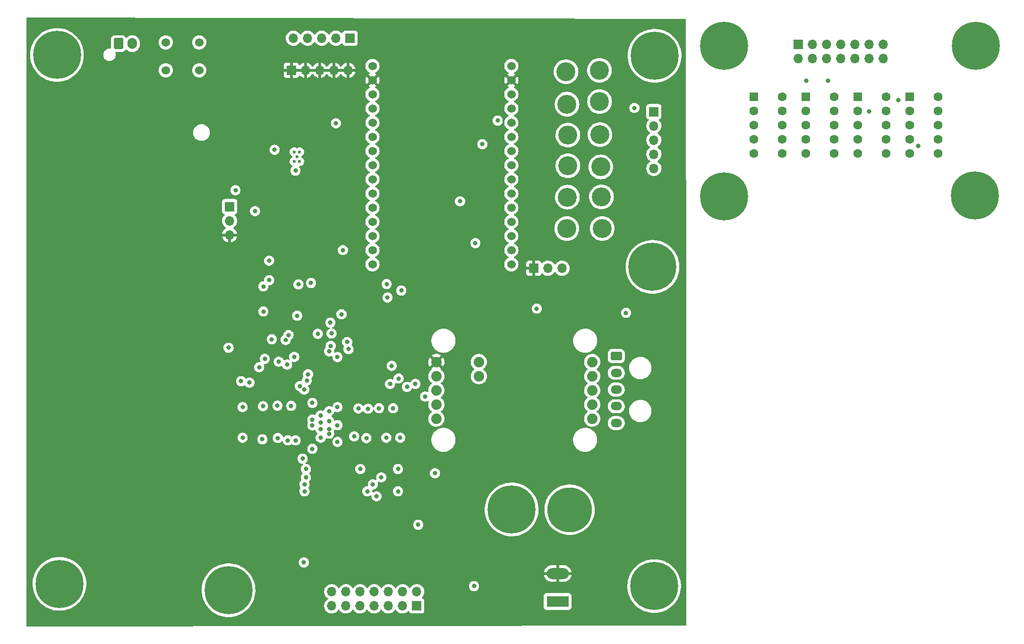
<source format=gbr>
%TF.GenerationSoftware,KiCad,Pcbnew,6.0.4-6f826c9f35~116~ubuntu20.04.1*%
%TF.CreationDate,2022-12-07T13:40:06+01:00*%
%TF.ProjectId,Salwa2,53616c77-6132-42e6-9b69-6361645f7063,rev?*%
%TF.SameCoordinates,Original*%
%TF.FileFunction,Copper,L2,Inr*%
%TF.FilePolarity,Positive*%
%FSLAX46Y46*%
G04 Gerber Fmt 4.6, Leading zero omitted, Abs format (unit mm)*
G04 Created by KiCad (PCBNEW 6.0.4-6f826c9f35~116~ubuntu20.04.1) date 2022-12-07 13:40:06*
%MOMM*%
%LPD*%
G01*
G04 APERTURE LIST*
G04 Aperture macros list*
%AMRoundRect*
0 Rectangle with rounded corners*
0 $1 Rounding radius*
0 $2 $3 $4 $5 $6 $7 $8 $9 X,Y pos of 4 corners*
0 Add a 4 corners polygon primitive as box body*
4,1,4,$2,$3,$4,$5,$6,$7,$8,$9,$2,$3,0*
0 Add four circle primitives for the rounded corners*
1,1,$1+$1,$2,$3*
1,1,$1+$1,$4,$5*
1,1,$1+$1,$6,$7*
1,1,$1+$1,$8,$9*
0 Add four rect primitives between the rounded corners*
20,1,$1+$1,$2,$3,$4,$5,0*
20,1,$1+$1,$4,$5,$6,$7,0*
20,1,$1+$1,$6,$7,$8,$9,0*
20,1,$1+$1,$8,$9,$2,$3,0*%
G04 Aperture macros list end*
%TA.AperFunction,ComponentPad*%
%ADD10R,1.700000X1.700000*%
%TD*%
%TA.AperFunction,ComponentPad*%
%ADD11O,1.700000X1.700000*%
%TD*%
%TA.AperFunction,ComponentPad*%
%ADD12C,8.600000*%
%TD*%
%TA.AperFunction,ComponentPad*%
%ADD13C,0.900000*%
%TD*%
%TA.AperFunction,ComponentPad*%
%ADD14C,3.400000*%
%TD*%
%TA.AperFunction,ComponentPad*%
%ADD15RoundRect,0.250001X-0.759999X0.499999X-0.759999X-0.499999X0.759999X-0.499999X0.759999X0.499999X0*%
%TD*%
%TA.AperFunction,ComponentPad*%
%ADD16O,2.020000X1.500000*%
%TD*%
%TA.AperFunction,ComponentPad*%
%ADD17C,1.524000*%
%TD*%
%TA.AperFunction,ComponentPad*%
%ADD18C,0.600000*%
%TD*%
%TA.AperFunction,ComponentPad*%
%ADD19R,1.600000X1.600000*%
%TD*%
%TA.AperFunction,ComponentPad*%
%ADD20C,1.600000*%
%TD*%
%TA.AperFunction,ComponentPad*%
%ADD21C,1.879600*%
%TD*%
%TA.AperFunction,ComponentPad*%
%ADD22R,3.960000X1.980000*%
%TD*%
%TA.AperFunction,ComponentPad*%
%ADD23O,3.960000X1.980000*%
%TD*%
%TA.AperFunction,ComponentPad*%
%ADD24C,8.000000*%
%TD*%
%TA.AperFunction,ComponentPad*%
%ADD25RoundRect,0.250000X-0.600000X-0.750000X0.600000X-0.750000X0.600000X0.750000X-0.600000X0.750000X0*%
%TD*%
%TA.AperFunction,ComponentPad*%
%ADD26O,1.700000X2.000000*%
%TD*%
%TA.AperFunction,ViaPad*%
%ADD27C,0.800000*%
%TD*%
G04 APERTURE END LIST*
D10*
%TO.N,GNDA*%
%TO.C,J1*%
X119250000Y-49500000D03*
D11*
X121790000Y-49500000D03*
X124330000Y-49500000D03*
X126870000Y-49500000D03*
X129410000Y-49500000D03*
%TD*%
D10*
%TO.N,+3.3VA*%
%TO.C,J2*%
X129790000Y-43750000D03*
D11*
X127250000Y-43750000D03*
X124710000Y-43750000D03*
X122170000Y-43750000D03*
X119630000Y-43750000D03*
%TD*%
D12*
%TO.N,N/C*%
%TO.C,H1*%
X158750000Y-128250000D03*
D13*
X156469581Y-125969581D03*
X161030419Y-130530419D03*
X161975000Y-128250000D03*
X161030419Y-125969581D03*
X156469581Y-130530419D03*
X158750000Y-125025000D03*
X155525000Y-128250000D03*
X158750000Y-131475000D03*
%TD*%
D14*
%TO.N,/esp32-SMD/IO23*%
%TO.C,TP12*%
X168750000Y-72250000D03*
%TD*%
%TO.N,/7-segment-display-SMD/BCD_in2*%
%TO.C,TP8*%
X174986760Y-77875300D03*
%TD*%
%TO.N,/esp32-SMD/IO5*%
%TO.C,TP2*%
X174582586Y-61034711D03*
%TD*%
D15*
%TO.N,Net-(J8-Pad1)*%
%TO.C,J8*%
X177500000Y-100750000D03*
D16*
%TO.N,Net-(J8-Pad2)*%
X177500000Y-103750000D03*
%TO.N,Net-(J8-Pad3)*%
X177500000Y-106750000D03*
%TO.N,Net-(J8-Pad4)*%
X177500000Y-109750000D03*
%TO.N,Net-(J8-Pad5)*%
X177500000Y-112750000D03*
%TD*%
D12*
%TO.N,N/C*%
%TO.C,H12*%
X241967578Y-45108740D03*
D13*
X241967578Y-41883740D03*
X239687159Y-47389159D03*
X238742578Y-45108740D03*
X244247997Y-42828321D03*
X245192578Y-45108740D03*
X239687159Y-42828321D03*
X241967578Y-48333740D03*
X244247997Y-47389159D03*
%TD*%
D14*
%TO.N,/esp32-SMD/IO15*%
%TO.C,TP4*%
X168500000Y-49750000D03*
%TD*%
%TO.N,/7-segment-display-SMD/_dpBoard*%
%TO.C,TP10*%
X168641258Y-77893995D03*
%TD*%
D13*
%TO.N,N/C*%
%TO.C,H11*%
X199130419Y-47380419D03*
D12*
X196850000Y-45100000D03*
D13*
X193625000Y-45100000D03*
X194569581Y-47380419D03*
X199130419Y-42819581D03*
X200075000Y-45100000D03*
X194569581Y-42819581D03*
X196850000Y-48325000D03*
X196850000Y-41875000D03*
%TD*%
D12*
%TO.N,N/C*%
%TO.C,H7*%
X184000000Y-84750000D03*
D13*
X180775000Y-84750000D03*
X181719581Y-82469581D03*
X181719581Y-87030419D03*
X186280419Y-82469581D03*
X184000000Y-87975000D03*
X184000000Y-81525000D03*
X186280419Y-87030419D03*
X187225000Y-84750000D03*
%TD*%
D17*
%TO.N,Net-(J4-Pad2)*%
%TO.C,U2*%
X158696000Y-84284000D03*
%TO.N,unconnected-(U2-Pad2)*%
X158696000Y-81744000D03*
%TO.N,unconnected-(U2-Pad3)*%
X158696000Y-79204000D03*
%TO.N,unconnected-(U2-Pad4)*%
X158696000Y-76664000D03*
%TO.N,unconnected-(U2-Pad5)*%
X158696000Y-74124000D03*
%TO.N,unconnected-(U2-Pad6)*%
X158696000Y-71584000D03*
%TO.N,unconnected-(U2-Pad7)*%
X158696000Y-69044000D03*
%TO.N,/7-segment-display-SMD/BCD_in2*%
X158696000Y-66504000D03*
%TO.N,/7-segment-display-SMD/BCD_in3*%
X158696000Y-63964000D03*
%TO.N,/7-segment-display-SMD/_dpBoard*%
X158696000Y-61424000D03*
%TO.N,/esp32-SMD/IO14*%
X158696000Y-58884000D03*
%TO.N,unconnected-(U2-Pad12)*%
X158696000Y-56344000D03*
%TO.N,/esp32-SMD/button*%
X158696000Y-53804000D03*
%TO.N,GNDA*%
X158696000Y-51264000D03*
X158696000Y-51264000D03*
%TO.N,+5VA*%
X158696000Y-48724000D03*
%TO.N,+3.3VA*%
X133804000Y-48724000D03*
%TO.N,GNDA*%
X133804000Y-51264000D03*
%TO.N,/esp32-SMD/IO15*%
X133804000Y-53804000D03*
%TO.N,unconnected-(U2-Pad19)*%
X133804000Y-56344000D03*
%TO.N,/esp32-SMD/IO4*%
X133804000Y-58884000D03*
%TO.N,unconnected-(U2-Pad21)*%
X133804000Y-61424000D03*
%TO.N,unconnected-(U2-Pad22)*%
X133804000Y-63964000D03*
%TO.N,/esp32-SMD/IO5*%
X133804000Y-66504000D03*
%TO.N,/7-segment-display-SMD/BCD_in4*%
X133804000Y-69044000D03*
%TO.N,/7-segment-display-SMD/BCD_in1*%
X133804000Y-71584000D03*
%TO.N,/esp32-SMD/IO21*%
X133804000Y-74124000D03*
%TO.N,unconnected-(U2-Pad27)*%
X133804000Y-76664000D03*
%TO.N,unconnected-(U2-Pad28)*%
X133804000Y-79204000D03*
%TO.N,/7-segment-display-SMD/clk-7SegmentDisplay*%
X133804000Y-81744000D03*
%TO.N,/esp32-SMD/IO23*%
X133804000Y-84284000D03*
%TD*%
D14*
%TO.N,/esp32-SMD/IO21*%
%TO.C,TP7*%
X174852035Y-72216862D03*
%TD*%
D10*
%TO.N,+5VA*%
%TO.C,J3*%
X184250000Y-56925000D03*
D11*
X184250000Y-59465000D03*
X184250000Y-62005000D03*
X184250000Y-64545000D03*
X184250000Y-67085000D03*
%TD*%
D13*
%TO.N,N/C*%
%TO.C,H6*%
X79980419Y-143880419D03*
X74475000Y-141600000D03*
X77700000Y-144825000D03*
D12*
X77700000Y-141600000D03*
D13*
X77700000Y-138375000D03*
X75419581Y-139319581D03*
X79980419Y-139319581D03*
X75419581Y-143880419D03*
X80925000Y-141600000D03*
%TD*%
D18*
%TO.N,N/C*%
%TO.C,U1*%
X119770000Y-65860000D03*
X119770000Y-64140000D03*
X120250000Y-65000000D03*
X120730000Y-65860000D03*
X120730000Y-64140000D03*
%TD*%
D14*
%TO.N,/7-segment-display-SMD/BCD_in4*%
%TO.C,TP5*%
X174515224Y-55106824D03*
%TD*%
D19*
%TO.N,+hundreds*%
%TO.C,U11*%
X211482500Y-54282500D03*
D20*
%TO.N,+f*%
X211482500Y-56822500D03*
%TO.N,+g*%
X211482500Y-59362500D03*
%TO.N,+e*%
X211482500Y-61902500D03*
%TO.N,+d*%
X211482500Y-64442500D03*
%TO.N,+hundreds*%
X216562500Y-64442500D03*
%TO.N,+dp*%
X216562500Y-61902500D03*
%TO.N,+c*%
X216562500Y-59362500D03*
%TO.N,+b*%
X216562500Y-56822500D03*
%TO.N,+a*%
X216562500Y-54282500D03*
%TD*%
D10*
%TO.N,/7-segment-display-SMD/_a*%
%TO.C,J6*%
X141740000Y-145540000D03*
D11*
%TO.N,/7-segment-display-SMD/thousands*%
X141740000Y-143000000D03*
%TO.N,/7-segment-display-SMD/_b*%
X139200000Y-145540000D03*
%TO.N,/7-segment-display-SMD/hundreds*%
X139200000Y-143000000D03*
%TO.N,/7-segment-display-SMD/_c*%
X136660000Y-145540000D03*
%TO.N,/7-segment-display-SMD/tens*%
X136660000Y-143000000D03*
%TO.N,/7-segment-display-SMD/_d*%
X134120000Y-145540000D03*
%TO.N,/7-segment-display-SMD/ones*%
X134120000Y-143000000D03*
%TO.N,/7-segment-display-SMD/_e*%
X131580000Y-145540000D03*
%TO.N,/7-segment-display-SMD/_g*%
X131580000Y-143000000D03*
%TO.N,/7-segment-display-SMD/_f*%
X129040000Y-145540000D03*
%TO.N,/7-segment-display-SMD/_dp*%
X129040000Y-143000000D03*
%TO.N,unconnected-(J6-Pad13)*%
X126500000Y-145540000D03*
%TO.N,unconnected-(J6-Pad14)*%
X126500000Y-143000000D03*
%TD*%
D14*
%TO.N,/7-segment-display-SMD/clk-7SegmentDisplay*%
%TO.C,TP11*%
X174717311Y-66827874D03*
%TD*%
D21*
%TO.N,Net-(J8-Pad5)*%
%TO.C,U13*%
X173190000Y-111961199D03*
%TO.N,Net-(J8-Pad4)*%
X173190000Y-109421199D03*
%TO.N,Net-(J8-Pad3)*%
X173190000Y-106881199D03*
%TO.N,Net-(J8-Pad2)*%
X173190000Y-104341199D03*
%TO.N,Net-(J8-Pad1)*%
X173190000Y-101801199D03*
%TO.N,GNDA*%
X145250000Y-101801199D03*
%TO.N,/esp32-SMD/IO21*%
X145250000Y-104341199D03*
%TO.N,/esp32-SMD/IO23*%
X145250000Y-106881199D03*
%TO.N,+5VA*%
X145250000Y-109421199D03*
%TO.N,+3.3VA*%
X145250000Y-111961199D03*
%TO.N,unconnected-(U13-Pad11)*%
X152870000Y-104341199D03*
%TO.N,unconnected-(U13-Pad12)*%
X152870000Y-101801199D03*
%TD*%
D19*
%TO.N,+thousands*%
%TO.C,U12*%
X220792500Y-54282500D03*
D20*
%TO.N,+f*%
X220792500Y-56822500D03*
%TO.N,+g*%
X220792500Y-59362500D03*
%TO.N,+e*%
X220792500Y-61902500D03*
%TO.N,+d*%
X220792500Y-64442500D03*
%TO.N,+thousands*%
X225872500Y-64442500D03*
%TO.N,+dp*%
X225872500Y-61902500D03*
%TO.N,+c*%
X225872500Y-59362500D03*
%TO.N,+b*%
X225872500Y-56822500D03*
%TO.N,+a*%
X225872500Y-54282500D03*
%TD*%
D19*
%TO.N,+ones*%
%TO.C,U9*%
X202172500Y-54282500D03*
D20*
%TO.N,+f*%
X202172500Y-56822500D03*
%TO.N,+g*%
X202172500Y-59362500D03*
%TO.N,+e*%
X202172500Y-61902500D03*
%TO.N,+d*%
X202172500Y-64442500D03*
%TO.N,+ones*%
X207252500Y-64442500D03*
%TO.N,+dp*%
X207252500Y-61902500D03*
%TO.N,+c*%
X207252500Y-59362500D03*
%TO.N,+b*%
X207252500Y-56822500D03*
%TO.N,+a*%
X207252500Y-54282500D03*
%TD*%
D10*
%TO.N,+5VA*%
%TO.C,J5*%
X108203972Y-73942556D03*
D11*
%TO.N,Net-(J5-Pad2)*%
X108203972Y-76482556D03*
%TO.N,GNDA*%
X108203972Y-79022556D03*
%TD*%
D10*
%TO.N,GNDA*%
%TO.C,J4*%
X162725000Y-85000000D03*
D11*
%TO.N,Net-(J4-Pad2)*%
X165265000Y-85000000D03*
%TO.N,Net-(J4-Pad3)*%
X167805000Y-85000000D03*
%TD*%
D22*
%TO.N,/esp32-SMD/button*%
%TO.C,S1*%
X167000000Y-144750000D03*
D23*
%TO.N,GNDA*%
X167000000Y-139750000D03*
%TD*%
D19*
%TO.N,+tens*%
%TO.C,U10*%
X230102500Y-54282500D03*
D20*
%TO.N,+f*%
X230102500Y-56822500D03*
%TO.N,+g*%
X230102500Y-59362500D03*
%TO.N,+e*%
X230102500Y-61902500D03*
%TO.N,+d*%
X230102500Y-64442500D03*
%TO.N,+tens*%
X235182500Y-64442500D03*
%TO.N,+dp*%
X235182500Y-61902500D03*
%TO.N,+c*%
X235182500Y-59362500D03*
%TO.N,+b*%
X235182500Y-56822500D03*
%TO.N,+a*%
X235182500Y-54282500D03*
%TD*%
D13*
%TO.N,N/C*%
%TO.C,H3*%
X186655419Y-44619581D03*
X187600000Y-46900000D03*
X182094581Y-49180419D03*
X184375000Y-43675000D03*
X186655419Y-49180419D03*
X181150000Y-46900000D03*
D12*
X184375000Y-46900000D03*
D13*
X182094581Y-44619581D03*
X184375000Y-50125000D03*
%TD*%
D14*
%TO.N,/7-segment-display-SMD/BCD_in3*%
%TO.C,TP9*%
X168836172Y-66621456D03*
%TD*%
D13*
%TO.N,N/C*%
%TO.C,H2*%
X167023496Y-130418552D03*
X171266136Y-130418552D03*
X166144816Y-128297232D03*
X169144816Y-125297232D03*
D24*
X169144816Y-128297232D03*
D13*
X171266136Y-126175912D03*
X169144816Y-131297232D03*
X172144816Y-128297232D03*
X167023496Y-126175912D03*
%TD*%
D14*
%TO.N,/esp32-SMD/IO4*%
%TO.C,TP1*%
X174500000Y-49500000D03*
%TD*%
D13*
%TO.N,N/C*%
%TO.C,H8*%
X184300000Y-138775000D03*
X184300000Y-145225000D03*
X181075000Y-142000000D03*
X182019581Y-139719581D03*
X187525000Y-142000000D03*
X186580419Y-144280419D03*
X186580419Y-139719581D03*
X182019581Y-144280419D03*
D12*
X184300000Y-142000000D03*
%TD*%
D13*
%TO.N,N/C*%
%TO.C,H10*%
X239494211Y-69712352D03*
D12*
X241774630Y-71992771D03*
D13*
X239494211Y-74273190D03*
X241774630Y-68767771D03*
X244055049Y-69712352D03*
X244999630Y-71992771D03*
X241774630Y-75217771D03*
X238549630Y-71992771D03*
X244055049Y-74273190D03*
%TD*%
%TO.N,N/C*%
%TO.C,H5*%
X108000000Y-139525000D03*
X104775000Y-142750000D03*
D12*
X108000000Y-142750000D03*
D13*
X111225000Y-142750000D03*
X105719581Y-145030419D03*
X108000000Y-145975000D03*
X110280419Y-145030419D03*
X105719581Y-140469581D03*
X110280419Y-140469581D03*
%TD*%
D17*
%TO.N,Net-(SW1-Pad2)*%
%TO.C,SW2*%
X102750000Y-44500000D03*
%TO.N,Net-(Q1-Pad2)*%
X102750000Y-49500000D03*
%TO.N,Net-(SW1-Pad2)*%
X96750000Y-44500000D03*
%TO.N,Net-(Q1-Pad2)*%
X96750000Y-49500000D03*
%TD*%
D25*
%TO.N,/power-SMD/PowerIn+*%
%TO.C,SW1*%
X88250000Y-44725000D03*
D26*
%TO.N,Net-(SW1-Pad2)*%
X90750000Y-44725000D03*
%TD*%
D13*
%TO.N,N/C*%
%TO.C,H4*%
X74969581Y-49030419D03*
D12*
X77250000Y-46750000D03*
D13*
X80475000Y-46750000D03*
X77250000Y-49975000D03*
X74969581Y-44469581D03*
X74025000Y-46750000D03*
X79530419Y-49030419D03*
X77250000Y-43525000D03*
X79530419Y-44469581D03*
%TD*%
D12*
%TO.N,N/C*%
%TO.C,H9*%
X196850000Y-72100000D03*
D13*
X196850000Y-75325000D03*
X194569581Y-74380419D03*
X199130419Y-69819581D03*
X200075000Y-72100000D03*
X196850000Y-68875000D03*
X194569581Y-69819581D03*
X199130419Y-74380419D03*
X193625000Y-72100000D03*
%TD*%
D14*
%TO.N,/7-segment-display-SMD/BCD_in1*%
%TO.C,TP6*%
X168673743Y-55576317D03*
%TD*%
D10*
%TO.N,+a*%
%TO.C,J7*%
X210100000Y-44850000D03*
D11*
%TO.N,+thousands*%
X210100000Y-47390000D03*
%TO.N,+b*%
X212640000Y-44850000D03*
%TO.N,+hundreds*%
X212640000Y-47390000D03*
%TO.N,+c*%
X215180000Y-44850000D03*
%TO.N,+tens*%
X215180000Y-47390000D03*
%TO.N,+d*%
X217720000Y-44850000D03*
%TO.N,+ones*%
X217720000Y-47390000D03*
%TO.N,+e*%
X220260000Y-44850000D03*
%TO.N,+dp*%
X220260000Y-47390000D03*
%TO.N,+f*%
X222800000Y-44850000D03*
%TO.N,+g*%
X222800000Y-47390000D03*
%TO.N,unconnected-(J7-Pad13)*%
X225340000Y-44850000D03*
%TO.N,unconnected-(J7-Pad14)*%
X225340000Y-47390000D03*
%TD*%
D14*
%TO.N,/esp32-SMD/IO14*%
%TO.C,TP3*%
X168836172Y-61131372D03*
%TD*%
D27*
%TO.N,GNDA*%
X108750000Y-63000000D03*
X108500000Y-94000000D03*
X108028015Y-105641659D03*
X146778015Y-119891657D03*
X111528015Y-98891659D03*
X126500000Y-73000000D03*
X128750000Y-85500000D03*
X128500000Y-63500000D03*
X128028015Y-127641658D03*
X112250000Y-67500000D03*
X111278015Y-79391657D03*
X136500000Y-92750000D03*
X127000000Y-66000000D03*
X157500000Y-142500000D03*
X108750000Y-81250000D03*
X145000000Y-123250000D03*
X129278015Y-119891659D03*
X110500000Y-64750000D03*
X116250000Y-69000000D03*
X164750000Y-92250000D03*
X114000000Y-69000000D03*
X181000000Y-92750000D03*
X129000000Y-54000000D03*
X143750000Y-131000000D03*
X134278015Y-129891657D03*
X129500000Y-106000000D03*
X108500000Y-96000000D03*
X156500000Y-50500000D03*
X142750000Y-101250000D03*
X117518636Y-66055907D03*
X167000000Y-135250000D03*
X123000000Y-65500000D03*
X136250000Y-52500000D03*
X164000000Y-86750000D03*
X110778015Y-89141659D03*
X117778015Y-87641657D03*
X130000000Y-86500000D03*
%TO.N,/power-SMD/Vin-SMD+*%
X120000000Y-67500000D03*
X116250000Y-63750000D03*
%TO.N,+5VA*%
X121278015Y-119141657D03*
X179250000Y-93000000D03*
X122778015Y-87641657D03*
X112750000Y-74750000D03*
X122028016Y-105141656D03*
X109250000Y-71000000D03*
X134528015Y-125891659D03*
X127250000Y-59000000D03*
X145000000Y-121750000D03*
X180750000Y-56250000D03*
X163250000Y-92250000D03*
X143250000Y-108000000D03*
X152000000Y-142000000D03*
X142000000Y-131000000D03*
%TO.N,/7-segment-display-SMD/_dpBoard*%
X121500000Y-137750000D03*
%TO.N,/7-segment-display-SMD/_hundreds*%
X136958515Y-105750000D03*
X113500000Y-102750000D03*
X139987701Y-106262299D03*
X110250000Y-105250000D03*
%TO.N,/7-segment-display-SMD/_tens*%
X117000000Y-101750000D03*
X114500000Y-101250000D03*
X138487701Y-104762299D03*
X115750000Y-97750000D03*
X129262299Y-98237701D03*
X114250000Y-88250000D03*
%TO.N,/7-segment-display-SMD/_ones*%
X120028016Y-115866158D03*
X118500000Y-102275500D03*
%TO.N,/7-segment-display-SMD/_thousands*%
X119778015Y-100891658D03*
X120778016Y-106141657D03*
%TO.N,/7-segment-display-SMD/BCD_in4*%
X126459844Y-96709844D03*
X111750000Y-105500000D03*
X123028015Y-117391657D03*
X123028014Y-109141658D03*
X123028014Y-112141659D03*
X123028014Y-113167159D03*
%TO.N,/7-segment-display-SMD/BCD_in1*%
X156250000Y-58521989D03*
X129500000Y-99500000D03*
X127528014Y-100917157D03*
X127528015Y-113141656D03*
X127528015Y-109891659D03*
X127528015Y-116141657D03*
%TO.N,/esp32-SMD/IO21*%
X138975020Y-89000000D03*
X152250000Y-80500000D03*
%TO.N,/7-segment-display-SMD/BCD_in2*%
X126028015Y-99891657D03*
X126028015Y-114667158D03*
X126028015Y-112391658D03*
X126028015Y-110641657D03*
X126028015Y-113891657D03*
%TO.N,/7-segment-display-SMD/BCD_in3*%
X126320820Y-98936005D03*
X124528015Y-113891658D03*
X124528016Y-111391659D03*
X124528016Y-115391659D03*
X124528016Y-112641657D03*
%TO.N,/7-segment-display-SMD/clk-7SegmentDisplay*%
X153500000Y-62750000D03*
X128500000Y-81750000D03*
%TO.N,/esp32-SMD/IO23*%
X149500000Y-73000000D03*
%TO.N,/esp32-SMD/IO14*%
X136500000Y-90250000D03*
X136347144Y-87847144D03*
%TO.N,+thousands*%
X231600000Y-63100000D03*
%TO.N,+hundreds*%
X215450000Y-51400000D03*
X211600000Y-51350000D03*
%TO.N,+f*%
X222850000Y-56850000D03*
X228100000Y-54850000D03*
%TO.N,/7-segment-display-SMD/thousands*%
X124000000Y-96750000D03*
%TO.N,/7-segment-display-SMD/hundreds*%
X118249989Y-97842159D03*
%TO.N,/7-segment-display-SMD/tens*%
X118760258Y-96982723D03*
X121567454Y-106754676D03*
X122250000Y-104000000D03*
%TO.N,/7-segment-display-SMD/ones*%
X120302995Y-93500000D03*
%TO.N,/7-segment-display-SMD/BCD_out1*%
X131625000Y-120999997D03*
X138778015Y-115391659D03*
X119228016Y-109688132D03*
X118614935Y-115866159D03*
X137501252Y-110114896D03*
X138375001Y-121000000D03*
X121875001Y-121000000D03*
%TO.N,/7-segment-display-SMD/BCD_out2*%
X134981252Y-110094896D03*
X136278015Y-115391659D03*
X116834778Y-115448420D03*
X116778015Y-109641657D03*
X121875001Y-122499999D03*
X135375000Y-122499999D03*
%TO.N,/7-segment-display-SMD/BCD_out3*%
X133000000Y-110200000D03*
X132711252Y-115458422D03*
X133875000Y-123750000D03*
X114189778Y-109729894D03*
X114064778Y-115678421D03*
X121625000Y-123750000D03*
%TO.N,/7-segment-display-SMD/BCD_out4*%
X131278015Y-110141657D03*
X110528016Y-115391659D03*
X132875000Y-124999999D03*
X138375000Y-125000000D03*
X110528016Y-109891658D03*
X130528015Y-115141657D03*
X121625000Y-124999998D03*
%TO.N,Net-(U4-Pad10)*%
X115290315Y-87129359D03*
X120528015Y-87891657D03*
%TO.N,Net-(J5-Pad2)*%
X115278015Y-83641659D03*
%TO.N,/esp32-SMD/IO5*%
X128250000Y-93250000D03*
X141500000Y-105750000D03*
X114250000Y-92750000D03*
X137250000Y-102500000D03*
X126250000Y-94750000D03*
%TO.N,/esp32-SMD/IO4*%
X108000000Y-99250000D03*
%TD*%
%TA.AperFunction,Conductor*%
%TO.N,GNDA*%
G36*
X110905899Y-40088690D02*
G01*
X189874311Y-40249744D01*
X189942391Y-40269885D01*
X189988774Y-40323636D01*
X190000053Y-40375688D01*
X190024370Y-97503647D01*
X190046263Y-148937634D01*
X190026290Y-149005764D01*
X189972654Y-149052279D01*
X189920443Y-149063688D01*
X71934680Y-149232704D01*
X71866531Y-149212799D01*
X71819961Y-149159210D01*
X71808500Y-149106704D01*
X71808500Y-141474001D01*
X72888302Y-141474001D01*
X72896151Y-141902233D01*
X72942036Y-142328071D01*
X72942582Y-142330817D01*
X72942583Y-142330822D01*
X72950686Y-142371556D01*
X73025594Y-142748144D01*
X73146163Y-143159127D01*
X73147190Y-143161740D01*
X73147190Y-143161741D01*
X73285651Y-143514145D01*
X73302789Y-143557765D01*
X73379789Y-143711866D01*
X73479596Y-143911611D01*
X73494231Y-143940901D01*
X73718974Y-144305502D01*
X73975239Y-144648682D01*
X73977100Y-144650760D01*
X73977101Y-144650761D01*
X74259127Y-144965637D01*
X74259133Y-144965643D01*
X74260995Y-144967722D01*
X74573981Y-145260098D01*
X74911719Y-145523493D01*
X75271533Y-145755822D01*
X75274012Y-145757126D01*
X75274015Y-145757128D01*
X75648077Y-145953932D01*
X75648083Y-145953935D01*
X75650577Y-145955247D01*
X75653175Y-145956331D01*
X75653179Y-145956333D01*
X76043263Y-146119109D01*
X76043268Y-146119111D01*
X76045847Y-146120187D01*
X76048512Y-146121030D01*
X76048518Y-146121032D01*
X76168636Y-146159020D01*
X76454214Y-146249336D01*
X76456944Y-146249939D01*
X76456945Y-146249939D01*
X76867985Y-146340688D01*
X76872446Y-146341673D01*
X76875220Y-146342031D01*
X76875221Y-146342031D01*
X77294460Y-146396109D01*
X77294467Y-146396110D01*
X77297230Y-146396466D01*
X77300017Y-146396576D01*
X77300023Y-146396576D01*
X77548238Y-146406328D01*
X77725203Y-146413281D01*
X77727995Y-146413142D01*
X77728000Y-146413142D01*
X78150172Y-146392125D01*
X78150181Y-146392124D01*
X78152976Y-146391985D01*
X78155753Y-146391597D01*
X78155755Y-146391597D01*
X78272961Y-146375229D01*
X78577163Y-146332747D01*
X78994404Y-146236036D01*
X79242775Y-146154616D01*
X79398744Y-146103487D01*
X79398750Y-146103485D01*
X79401397Y-146102617D01*
X79794918Y-145933547D01*
X79813552Y-145923493D01*
X80044866Y-145798682D01*
X80171852Y-145730164D01*
X80529214Y-145494080D01*
X80864175Y-145227162D01*
X81174082Y-144931525D01*
X81175919Y-144929431D01*
X81175927Y-144929422D01*
X81426787Y-144643371D01*
X81456482Y-144609510D01*
X81472533Y-144587540D01*
X81707490Y-144265923D01*
X81709139Y-144263666D01*
X81710585Y-144261265D01*
X81928601Y-143899142D01*
X81928606Y-143899133D01*
X81930052Y-143896731D01*
X82117471Y-143511611D01*
X82216538Y-143251500D01*
X82268918Y-143113971D01*
X82268920Y-143113964D01*
X82269914Y-143111355D01*
X82386173Y-142699132D01*
X82389254Y-142682749D01*
X82400301Y-142624001D01*
X103188302Y-142624001D01*
X103196151Y-143052233D01*
X103242036Y-143478071D01*
X103242582Y-143480817D01*
X103242583Y-143480822D01*
X103276172Y-143649684D01*
X103325594Y-143898144D01*
X103446163Y-144309127D01*
X103447190Y-144311740D01*
X103447190Y-144311741D01*
X103600962Y-144703114D01*
X103602789Y-144707765D01*
X103667391Y-144837054D01*
X103772161Y-145046731D01*
X103794231Y-145090901D01*
X104018974Y-145455502D01*
X104275239Y-145798682D01*
X104277100Y-145800760D01*
X104277101Y-145800761D01*
X104559127Y-146115637D01*
X104559133Y-146115643D01*
X104560995Y-146117722D01*
X104873981Y-146410098D01*
X105211719Y-146673493D01*
X105571533Y-146905822D01*
X105574012Y-146907126D01*
X105574015Y-146907128D01*
X105948077Y-147103932D01*
X105948083Y-147103935D01*
X105950577Y-147105247D01*
X105953175Y-147106331D01*
X105953179Y-147106333D01*
X106343263Y-147269109D01*
X106343268Y-147269111D01*
X106345847Y-147270187D01*
X106348512Y-147271030D01*
X106348518Y-147271032D01*
X106570561Y-147341254D01*
X106754214Y-147399336D01*
X107172446Y-147491673D01*
X107175220Y-147492031D01*
X107175221Y-147492031D01*
X107594460Y-147546109D01*
X107594467Y-147546110D01*
X107597230Y-147546466D01*
X107600017Y-147546576D01*
X107600023Y-147546576D01*
X107848238Y-147556328D01*
X108025203Y-147563281D01*
X108027995Y-147563142D01*
X108028000Y-147563142D01*
X108450172Y-147542125D01*
X108450181Y-147542124D01*
X108452976Y-147541985D01*
X108455753Y-147541597D01*
X108455755Y-147541597D01*
X108530066Y-147531219D01*
X108877163Y-147482747D01*
X109294404Y-147386036D01*
X109508307Y-147315915D01*
X109698744Y-147253487D01*
X109698750Y-147253485D01*
X109701397Y-147252617D01*
X110094918Y-147083547D01*
X110471852Y-146880164D01*
X110829214Y-146644080D01*
X111164175Y-146377162D01*
X111474082Y-146081525D01*
X111475919Y-146079431D01*
X111475927Y-146079422D01*
X111754635Y-145761616D01*
X111756482Y-145759510D01*
X111758223Y-145757128D01*
X111941177Y-145506695D01*
X125137251Y-145506695D01*
X125137548Y-145511848D01*
X125137548Y-145511851D01*
X125138307Y-145525010D01*
X125150110Y-145729715D01*
X125151247Y-145734761D01*
X125151248Y-145734767D01*
X125166121Y-145800761D01*
X125199222Y-145947639D01*
X125283266Y-146154616D01*
X125320685Y-146215678D01*
X125397291Y-146340688D01*
X125399987Y-146345088D01*
X125546250Y-146513938D01*
X125718126Y-146656632D01*
X125911000Y-146769338D01*
X126119692Y-146849030D01*
X126124760Y-146850061D01*
X126124763Y-146850062D01*
X126232017Y-146871883D01*
X126338597Y-146893567D01*
X126343772Y-146893757D01*
X126343774Y-146893757D01*
X126556673Y-146901564D01*
X126556677Y-146901564D01*
X126561837Y-146901753D01*
X126566957Y-146901097D01*
X126566959Y-146901097D01*
X126778288Y-146874025D01*
X126778289Y-146874025D01*
X126783416Y-146873368D01*
X126788366Y-146871883D01*
X126992429Y-146810661D01*
X126992434Y-146810659D01*
X126997384Y-146809174D01*
X127197994Y-146710896D01*
X127379860Y-146581173D01*
X127441060Y-146520187D01*
X127474124Y-146487238D01*
X127538096Y-146423489D01*
X127547719Y-146410098D01*
X127668453Y-146242077D01*
X127669776Y-146243028D01*
X127716645Y-146199857D01*
X127786580Y-146187625D01*
X127852026Y-146215144D01*
X127879875Y-146246994D01*
X127939987Y-146345088D01*
X128086250Y-146513938D01*
X128258126Y-146656632D01*
X128451000Y-146769338D01*
X128659692Y-146849030D01*
X128664760Y-146850061D01*
X128664763Y-146850062D01*
X128772017Y-146871883D01*
X128878597Y-146893567D01*
X128883772Y-146893757D01*
X128883774Y-146893757D01*
X129096673Y-146901564D01*
X129096677Y-146901564D01*
X129101837Y-146901753D01*
X129106957Y-146901097D01*
X129106959Y-146901097D01*
X129318288Y-146874025D01*
X129318289Y-146874025D01*
X129323416Y-146873368D01*
X129328366Y-146871883D01*
X129532429Y-146810661D01*
X129532434Y-146810659D01*
X129537384Y-146809174D01*
X129737994Y-146710896D01*
X129919860Y-146581173D01*
X129981060Y-146520187D01*
X130014124Y-146487238D01*
X130078096Y-146423489D01*
X130087719Y-146410098D01*
X130208453Y-146242077D01*
X130209776Y-146243028D01*
X130256645Y-146199857D01*
X130326580Y-146187625D01*
X130392026Y-146215144D01*
X130419875Y-146246994D01*
X130479987Y-146345088D01*
X130626250Y-146513938D01*
X130798126Y-146656632D01*
X130991000Y-146769338D01*
X131199692Y-146849030D01*
X131204760Y-146850061D01*
X131204763Y-146850062D01*
X131312017Y-146871883D01*
X131418597Y-146893567D01*
X131423772Y-146893757D01*
X131423774Y-146893757D01*
X131636673Y-146901564D01*
X131636677Y-146901564D01*
X131641837Y-146901753D01*
X131646957Y-146901097D01*
X131646959Y-146901097D01*
X131858288Y-146874025D01*
X131858289Y-146874025D01*
X131863416Y-146873368D01*
X131868366Y-146871883D01*
X132072429Y-146810661D01*
X132072434Y-146810659D01*
X132077384Y-146809174D01*
X132277994Y-146710896D01*
X132459860Y-146581173D01*
X132521060Y-146520187D01*
X132554124Y-146487238D01*
X132618096Y-146423489D01*
X132627719Y-146410098D01*
X132748453Y-146242077D01*
X132749776Y-146243028D01*
X132796645Y-146199857D01*
X132866580Y-146187625D01*
X132932026Y-146215144D01*
X132959875Y-146246994D01*
X133019987Y-146345088D01*
X133166250Y-146513938D01*
X133338126Y-146656632D01*
X133531000Y-146769338D01*
X133739692Y-146849030D01*
X133744760Y-146850061D01*
X133744763Y-146850062D01*
X133852017Y-146871883D01*
X133958597Y-146893567D01*
X133963772Y-146893757D01*
X133963774Y-146893757D01*
X134176673Y-146901564D01*
X134176677Y-146901564D01*
X134181837Y-146901753D01*
X134186957Y-146901097D01*
X134186959Y-146901097D01*
X134398288Y-146874025D01*
X134398289Y-146874025D01*
X134403416Y-146873368D01*
X134408366Y-146871883D01*
X134612429Y-146810661D01*
X134612434Y-146810659D01*
X134617384Y-146809174D01*
X134817994Y-146710896D01*
X134999860Y-146581173D01*
X135061060Y-146520187D01*
X135094124Y-146487238D01*
X135158096Y-146423489D01*
X135167719Y-146410098D01*
X135288453Y-146242077D01*
X135289776Y-146243028D01*
X135336645Y-146199857D01*
X135406580Y-146187625D01*
X135472026Y-146215144D01*
X135499875Y-146246994D01*
X135559987Y-146345088D01*
X135706250Y-146513938D01*
X135878126Y-146656632D01*
X136071000Y-146769338D01*
X136279692Y-146849030D01*
X136284760Y-146850061D01*
X136284763Y-146850062D01*
X136392017Y-146871883D01*
X136498597Y-146893567D01*
X136503772Y-146893757D01*
X136503774Y-146893757D01*
X136716673Y-146901564D01*
X136716677Y-146901564D01*
X136721837Y-146901753D01*
X136726957Y-146901097D01*
X136726959Y-146901097D01*
X136938288Y-146874025D01*
X136938289Y-146874025D01*
X136943416Y-146873368D01*
X136948366Y-146871883D01*
X137152429Y-146810661D01*
X137152434Y-146810659D01*
X137157384Y-146809174D01*
X137357994Y-146710896D01*
X137539860Y-146581173D01*
X137601060Y-146520187D01*
X137634124Y-146487238D01*
X137698096Y-146423489D01*
X137707719Y-146410098D01*
X137828453Y-146242077D01*
X137829776Y-146243028D01*
X137876645Y-146199857D01*
X137946580Y-146187625D01*
X138012026Y-146215144D01*
X138039875Y-146246994D01*
X138099987Y-146345088D01*
X138246250Y-146513938D01*
X138418126Y-146656632D01*
X138611000Y-146769338D01*
X138819692Y-146849030D01*
X138824760Y-146850061D01*
X138824763Y-146850062D01*
X138932017Y-146871883D01*
X139038597Y-146893567D01*
X139043772Y-146893757D01*
X139043774Y-146893757D01*
X139256673Y-146901564D01*
X139256677Y-146901564D01*
X139261837Y-146901753D01*
X139266957Y-146901097D01*
X139266959Y-146901097D01*
X139478288Y-146874025D01*
X139478289Y-146874025D01*
X139483416Y-146873368D01*
X139488366Y-146871883D01*
X139692429Y-146810661D01*
X139692434Y-146810659D01*
X139697384Y-146809174D01*
X139897994Y-146710896D01*
X140079860Y-146581173D01*
X140188091Y-146473319D01*
X140250462Y-146439404D01*
X140321268Y-146444592D01*
X140378030Y-146487238D01*
X140395012Y-146518341D01*
X140439385Y-146636705D01*
X140526739Y-146753261D01*
X140643295Y-146840615D01*
X140779684Y-146891745D01*
X140841866Y-146898500D01*
X142638134Y-146898500D01*
X142700316Y-146891745D01*
X142836705Y-146840615D01*
X142953261Y-146753261D01*
X143040615Y-146636705D01*
X143091745Y-146500316D01*
X143098500Y-146438134D01*
X143098500Y-145788134D01*
X164511500Y-145788134D01*
X164518255Y-145850316D01*
X164569385Y-145986705D01*
X164656739Y-146103261D01*
X164773295Y-146190615D01*
X164909684Y-146241745D01*
X164971866Y-146248500D01*
X169028134Y-146248500D01*
X169090316Y-146241745D01*
X169226705Y-146190615D01*
X169343261Y-146103261D01*
X169430615Y-145986705D01*
X169481745Y-145850316D01*
X169488500Y-145788134D01*
X169488500Y-143711866D01*
X169481745Y-143649684D01*
X169430615Y-143513295D01*
X169343261Y-143396739D01*
X169226705Y-143309385D01*
X169090316Y-143258255D01*
X169028134Y-143251500D01*
X164971866Y-143251500D01*
X164909684Y-143258255D01*
X164773295Y-143309385D01*
X164656739Y-143396739D01*
X164569385Y-143513295D01*
X164518255Y-143649684D01*
X164511500Y-143711866D01*
X164511500Y-145788134D01*
X143098500Y-145788134D01*
X143098500Y-144641866D01*
X143091745Y-144579684D01*
X143040615Y-144443295D01*
X142953261Y-144326739D01*
X142836705Y-144239385D01*
X142809905Y-144229338D01*
X142718203Y-144194960D01*
X142661439Y-144152318D01*
X142636739Y-144085756D01*
X142651947Y-144016408D01*
X142673493Y-143987727D01*
X142722999Y-143938394D01*
X142778096Y-143883489D01*
X142837594Y-143800689D01*
X142905435Y-143706277D01*
X142908453Y-143702077D01*
X142929320Y-143659857D01*
X143005136Y-143506453D01*
X143005137Y-143506451D01*
X143007430Y-143501811D01*
X143072370Y-143288069D01*
X143101529Y-143066590D01*
X143103156Y-143000000D01*
X143084852Y-142777361D01*
X143030431Y-142560702D01*
X142941354Y-142355840D01*
X142820014Y-142168277D01*
X142669670Y-142003051D01*
X142665806Y-142000000D01*
X151086496Y-142000000D01*
X151087186Y-142006565D01*
X151104639Y-142172617D01*
X151106458Y-142189928D01*
X151165473Y-142371556D01*
X151260960Y-142536944D01*
X151265378Y-142541851D01*
X151265379Y-142541852D01*
X151384325Y-142673955D01*
X151388747Y-142678866D01*
X151452636Y-142725284D01*
X151531417Y-142782522D01*
X151543248Y-142791118D01*
X151549276Y-142793802D01*
X151549278Y-142793803D01*
X151711681Y-142866109D01*
X151717712Y-142868794D01*
X151811113Y-142888647D01*
X151898056Y-142907128D01*
X151898061Y-142907128D01*
X151904513Y-142908500D01*
X152095487Y-142908500D01*
X152101939Y-142907128D01*
X152101944Y-142907128D01*
X152188887Y-142888647D01*
X152282288Y-142868794D01*
X152288319Y-142866109D01*
X152450722Y-142793803D01*
X152450724Y-142793802D01*
X152456752Y-142791118D01*
X152468584Y-142782522D01*
X152547364Y-142725284D01*
X152611253Y-142678866D01*
X152615675Y-142673955D01*
X152734621Y-142541852D01*
X152734622Y-142541851D01*
X152739040Y-142536944D01*
X152834527Y-142371556D01*
X152893542Y-142189928D01*
X152895362Y-142172617D01*
X152912814Y-142006565D01*
X152913504Y-142000000D01*
X152903520Y-141905008D01*
X152900261Y-141874001D01*
X179488302Y-141874001D01*
X179496151Y-142302233D01*
X179542036Y-142728071D01*
X179542582Y-142730817D01*
X179542583Y-142730822D01*
X179577653Y-142907128D01*
X179625594Y-143148144D01*
X179746163Y-143559127D01*
X179747190Y-143561740D01*
X179747190Y-143561741D01*
X179897101Y-143943287D01*
X179902789Y-143957765D01*
X179979392Y-144111071D01*
X180089466Y-144331364D01*
X180094231Y-144340901D01*
X180318974Y-144705502D01*
X180575239Y-145048682D01*
X180577100Y-145050760D01*
X180577101Y-145050761D01*
X180859127Y-145365637D01*
X180859133Y-145365643D01*
X180860995Y-145367722D01*
X181173981Y-145660098D01*
X181511719Y-145923493D01*
X181871533Y-146155822D01*
X181874012Y-146157126D01*
X181874015Y-146157128D01*
X182248077Y-146353932D01*
X182248083Y-146353935D01*
X182250577Y-146355247D01*
X182253175Y-146356331D01*
X182253179Y-146356333D01*
X182643263Y-146519109D01*
X182643268Y-146519111D01*
X182645847Y-146520187D01*
X182648512Y-146521030D01*
X182648518Y-146521032D01*
X182827161Y-146577529D01*
X183054214Y-146649336D01*
X183056944Y-146649939D01*
X183056945Y-146649939D01*
X183087261Y-146656632D01*
X183472446Y-146741673D01*
X183475220Y-146742031D01*
X183475221Y-146742031D01*
X183894460Y-146796109D01*
X183894467Y-146796110D01*
X183897230Y-146796466D01*
X183900017Y-146796576D01*
X183900023Y-146796576D01*
X184148238Y-146806328D01*
X184325203Y-146813281D01*
X184327995Y-146813142D01*
X184328000Y-146813142D01*
X184750172Y-146792125D01*
X184750181Y-146792124D01*
X184752976Y-146791985D01*
X184755753Y-146791597D01*
X184755755Y-146791597D01*
X184830066Y-146781219D01*
X185177163Y-146732747D01*
X185594404Y-146636036D01*
X185808307Y-146565915D01*
X185998744Y-146503487D01*
X185998750Y-146503485D01*
X186001397Y-146502617D01*
X186347471Y-146353932D01*
X186392344Y-146334653D01*
X186392346Y-146334652D01*
X186394918Y-146333547D01*
X186771852Y-146130164D01*
X187129214Y-145894080D01*
X187464175Y-145627162D01*
X187774082Y-145331525D01*
X187775919Y-145329431D01*
X187775927Y-145329422D01*
X188054635Y-145011616D01*
X188056482Y-145009510D01*
X188087011Y-144967722D01*
X188280320Y-144703114D01*
X188309139Y-144663666D01*
X188311961Y-144658979D01*
X188528601Y-144299142D01*
X188528606Y-144299133D01*
X188530052Y-144296731D01*
X188656193Y-144037529D01*
X188716238Y-143914145D01*
X188716239Y-143914142D01*
X188717471Y-143911611D01*
X188814237Y-143657540D01*
X188868918Y-143513971D01*
X188868920Y-143513964D01*
X188869914Y-143511355D01*
X188986173Y-143099132D01*
X188991669Y-143069908D01*
X189064811Y-142680954D01*
X189064813Y-142680942D01*
X189065327Y-142678207D01*
X189106750Y-142251911D01*
X189109723Y-142138401D01*
X189113289Y-142002234D01*
X189113289Y-142002220D01*
X189113347Y-142000000D01*
X189094291Y-141572121D01*
X189081903Y-141479887D01*
X189050756Y-141248000D01*
X189037275Y-141147630D01*
X189034167Y-141133891D01*
X188943368Y-140732618D01*
X188943368Y-140732617D01*
X188942750Y-140729887D01*
X188909514Y-140626680D01*
X188812318Y-140324856D01*
X188812316Y-140324849D01*
X188811463Y-140322202D01*
X188679206Y-140009865D01*
X188645550Y-139930384D01*
X188645548Y-139930379D01*
X188644456Y-139927801D01*
X188443050Y-139549807D01*
X188428677Y-139527801D01*
X188210381Y-139193573D01*
X188210378Y-139193569D01*
X188208840Y-139191214D01*
X187943680Y-138854860D01*
X187683205Y-138578933D01*
X187651596Y-138545449D01*
X187651593Y-138545446D01*
X187649670Y-138543409D01*
X187647579Y-138541556D01*
X187647571Y-138541548D01*
X187331237Y-138261188D01*
X187331235Y-138261186D01*
X187329137Y-138259327D01*
X187321480Y-138253671D01*
X187134101Y-138115271D01*
X186984621Y-138004863D01*
X186745726Y-137859327D01*
X186621237Y-137783487D01*
X186621230Y-137783483D01*
X186618848Y-137782032D01*
X186614122Y-137779701D01*
X186237228Y-137593838D01*
X186234714Y-137592598D01*
X185835262Y-137438062D01*
X185588678Y-137367122D01*
X185426335Y-137320417D01*
X185426329Y-137320415D01*
X185423654Y-137319646D01*
X185420917Y-137319117D01*
X185420911Y-137319115D01*
X185275828Y-137291046D01*
X185003148Y-137238289D01*
X185000374Y-137238005D01*
X185000362Y-137238003D01*
X184708972Y-137208148D01*
X184577076Y-137194634D01*
X184574286Y-137194597D01*
X184574278Y-137194597D01*
X184306825Y-137191096D01*
X184148809Y-137189028D01*
X184146009Y-137189241D01*
X184146008Y-137189241D01*
X183832931Y-137213056D01*
X183721740Y-137221514D01*
X183299249Y-137291836D01*
X183213671Y-137314048D01*
X182887400Y-137398731D01*
X182887389Y-137398734D01*
X182884682Y-137399437D01*
X182626575Y-137491599D01*
X182483964Y-137542520D01*
X182483959Y-137542522D01*
X182481321Y-137543464D01*
X182478781Y-137544635D01*
X182478776Y-137544637D01*
X182458913Y-137553794D01*
X182092361Y-137722777D01*
X181720880Y-137935957D01*
X181718577Y-137937566D01*
X181718570Y-137937571D01*
X181372129Y-138179701D01*
X181369820Y-138181315D01*
X181041961Y-138456909D01*
X180739899Y-138760557D01*
X180466025Y-139089855D01*
X180464431Y-139092162D01*
X180464429Y-139092164D01*
X180243137Y-139412347D01*
X180222508Y-139442194D01*
X180011276Y-139814786D01*
X180010117Y-139817335D01*
X180010115Y-139817339D01*
X179962437Y-139922202D01*
X179834002Y-140204680D01*
X179833080Y-140207306D01*
X179833075Y-140207318D01*
X179789073Y-140332618D01*
X179692089Y-140608790D01*
X179691398Y-140611510D01*
X179691397Y-140611514D01*
X179648959Y-140778613D01*
X179586661Y-141023914D01*
X179518552Y-141446768D01*
X179488302Y-141874001D01*
X152900261Y-141874001D01*
X152894232Y-141816635D01*
X152894232Y-141816633D01*
X152893542Y-141810072D01*
X152834527Y-141628444D01*
X152739040Y-141463056D01*
X152611253Y-141321134D01*
X152481768Y-141227057D01*
X152462094Y-141212763D01*
X152462093Y-141212762D01*
X152456752Y-141208882D01*
X152450724Y-141206198D01*
X152450722Y-141206197D01*
X152288319Y-141133891D01*
X152288318Y-141133891D01*
X152282288Y-141131206D01*
X152188888Y-141111353D01*
X152101944Y-141092872D01*
X152101939Y-141092872D01*
X152095487Y-141091500D01*
X151904513Y-141091500D01*
X151898061Y-141092872D01*
X151898056Y-141092872D01*
X151811112Y-141111353D01*
X151717712Y-141131206D01*
X151711682Y-141133891D01*
X151711681Y-141133891D01*
X151549278Y-141206197D01*
X151549276Y-141206198D01*
X151543248Y-141208882D01*
X151537907Y-141212762D01*
X151537906Y-141212763D01*
X151518232Y-141227057D01*
X151388747Y-141321134D01*
X151260960Y-141463056D01*
X151165473Y-141628444D01*
X151106458Y-141810072D01*
X151105768Y-141816633D01*
X151105768Y-141816635D01*
X151096480Y-141905008D01*
X151086496Y-142000000D01*
X142665806Y-142000000D01*
X142665619Y-141999852D01*
X142665615Y-141999848D01*
X142498414Y-141867800D01*
X142498410Y-141867798D01*
X142494359Y-141864598D01*
X142475395Y-141854129D01*
X142384212Y-141803794D01*
X142298789Y-141756638D01*
X142293920Y-141754914D01*
X142293916Y-141754912D01*
X142093087Y-141683795D01*
X142093083Y-141683794D01*
X142088212Y-141682069D01*
X142083119Y-141681162D01*
X142083116Y-141681161D01*
X141873373Y-141643800D01*
X141873367Y-141643799D01*
X141868284Y-141642894D01*
X141794452Y-141641992D01*
X141650081Y-141640228D01*
X141650079Y-141640228D01*
X141644911Y-141640165D01*
X141424091Y-141673955D01*
X141211756Y-141743357D01*
X141013607Y-141846507D01*
X141009474Y-141849610D01*
X141009471Y-141849612D01*
X140839100Y-141977530D01*
X140834965Y-141980635D01*
X140680629Y-142142138D01*
X140573201Y-142299621D01*
X140518293Y-142344621D01*
X140447768Y-142352792D01*
X140384021Y-142321538D01*
X140363324Y-142297054D01*
X140282822Y-142172617D01*
X140282820Y-142172614D01*
X140280014Y-142168277D01*
X140129670Y-142003051D01*
X140125619Y-141999852D01*
X140125615Y-141999848D01*
X139958414Y-141867800D01*
X139958410Y-141867798D01*
X139954359Y-141864598D01*
X139935395Y-141854129D01*
X139844212Y-141803794D01*
X139758789Y-141756638D01*
X139753920Y-141754914D01*
X139753916Y-141754912D01*
X139553087Y-141683795D01*
X139553083Y-141683794D01*
X139548212Y-141682069D01*
X139543119Y-141681162D01*
X139543116Y-141681161D01*
X139333373Y-141643800D01*
X139333367Y-141643799D01*
X139328284Y-141642894D01*
X139254452Y-141641992D01*
X139110081Y-141640228D01*
X139110079Y-141640228D01*
X139104911Y-141640165D01*
X138884091Y-141673955D01*
X138671756Y-141743357D01*
X138473607Y-141846507D01*
X138469474Y-141849610D01*
X138469471Y-141849612D01*
X138299100Y-141977530D01*
X138294965Y-141980635D01*
X138140629Y-142142138D01*
X138033201Y-142299621D01*
X137978293Y-142344621D01*
X137907768Y-142352792D01*
X137844021Y-142321538D01*
X137823324Y-142297054D01*
X137742822Y-142172617D01*
X137742820Y-142172614D01*
X137740014Y-142168277D01*
X137589670Y-142003051D01*
X137585619Y-141999852D01*
X137585615Y-141999848D01*
X137418414Y-141867800D01*
X137418410Y-141867798D01*
X137414359Y-141864598D01*
X137395395Y-141854129D01*
X137304212Y-141803794D01*
X137218789Y-141756638D01*
X137213920Y-141754914D01*
X137213916Y-141754912D01*
X137013087Y-141683795D01*
X137013083Y-141683794D01*
X137008212Y-141682069D01*
X137003119Y-141681162D01*
X137003116Y-141681161D01*
X136793373Y-141643800D01*
X136793367Y-141643799D01*
X136788284Y-141642894D01*
X136714452Y-141641992D01*
X136570081Y-141640228D01*
X136570079Y-141640228D01*
X136564911Y-141640165D01*
X136344091Y-141673955D01*
X136131756Y-141743357D01*
X135933607Y-141846507D01*
X135929474Y-141849610D01*
X135929471Y-141849612D01*
X135759100Y-141977530D01*
X135754965Y-141980635D01*
X135600629Y-142142138D01*
X135493201Y-142299621D01*
X135438293Y-142344621D01*
X135367768Y-142352792D01*
X135304021Y-142321538D01*
X135283324Y-142297054D01*
X135202822Y-142172617D01*
X135202820Y-142172614D01*
X135200014Y-142168277D01*
X135049670Y-142003051D01*
X135045619Y-141999852D01*
X135045615Y-141999848D01*
X134878414Y-141867800D01*
X134878410Y-141867798D01*
X134874359Y-141864598D01*
X134855395Y-141854129D01*
X134764212Y-141803794D01*
X134678789Y-141756638D01*
X134673920Y-141754914D01*
X134673916Y-141754912D01*
X134473087Y-141683795D01*
X134473083Y-141683794D01*
X134468212Y-141682069D01*
X134463119Y-141681162D01*
X134463116Y-141681161D01*
X134253373Y-141643800D01*
X134253367Y-141643799D01*
X134248284Y-141642894D01*
X134174452Y-141641992D01*
X134030081Y-141640228D01*
X134030079Y-141640228D01*
X134024911Y-141640165D01*
X133804091Y-141673955D01*
X133591756Y-141743357D01*
X133393607Y-141846507D01*
X133389474Y-141849610D01*
X133389471Y-141849612D01*
X133219100Y-141977530D01*
X133214965Y-141980635D01*
X133060629Y-142142138D01*
X132953201Y-142299621D01*
X132898293Y-142344621D01*
X132827768Y-142352792D01*
X132764021Y-142321538D01*
X132743324Y-142297054D01*
X132662822Y-142172617D01*
X132662820Y-142172614D01*
X132660014Y-142168277D01*
X132509670Y-142003051D01*
X132505619Y-141999852D01*
X132505615Y-141999848D01*
X132338414Y-141867800D01*
X132338410Y-141867798D01*
X132334359Y-141864598D01*
X132315395Y-141854129D01*
X132224212Y-141803794D01*
X132138789Y-141756638D01*
X132133920Y-141754914D01*
X132133916Y-141754912D01*
X131933087Y-141683795D01*
X131933083Y-141683794D01*
X131928212Y-141682069D01*
X131923119Y-141681162D01*
X131923116Y-141681161D01*
X131713373Y-141643800D01*
X131713367Y-141643799D01*
X131708284Y-141642894D01*
X131634452Y-141641992D01*
X131490081Y-141640228D01*
X131490079Y-141640228D01*
X131484911Y-141640165D01*
X131264091Y-141673955D01*
X131051756Y-141743357D01*
X130853607Y-141846507D01*
X130849474Y-141849610D01*
X130849471Y-141849612D01*
X130679100Y-141977530D01*
X130674965Y-141980635D01*
X130520629Y-142142138D01*
X130413201Y-142299621D01*
X130358293Y-142344621D01*
X130287768Y-142352792D01*
X130224021Y-142321538D01*
X130203324Y-142297054D01*
X130122822Y-142172617D01*
X130122820Y-142172614D01*
X130120014Y-142168277D01*
X129969670Y-142003051D01*
X129965619Y-141999852D01*
X129965615Y-141999848D01*
X129798414Y-141867800D01*
X129798410Y-141867798D01*
X129794359Y-141864598D01*
X129775395Y-141854129D01*
X129684212Y-141803794D01*
X129598789Y-141756638D01*
X129593920Y-141754914D01*
X129593916Y-141754912D01*
X129393087Y-141683795D01*
X129393083Y-141683794D01*
X129388212Y-141682069D01*
X129383119Y-141681162D01*
X129383116Y-141681161D01*
X129173373Y-141643800D01*
X129173367Y-141643799D01*
X129168284Y-141642894D01*
X129094452Y-141641992D01*
X128950081Y-141640228D01*
X128950079Y-141640228D01*
X128944911Y-141640165D01*
X128724091Y-141673955D01*
X128511756Y-141743357D01*
X128313607Y-141846507D01*
X128309474Y-141849610D01*
X128309471Y-141849612D01*
X128139100Y-141977530D01*
X128134965Y-141980635D01*
X127980629Y-142142138D01*
X127873201Y-142299621D01*
X127818293Y-142344621D01*
X127747768Y-142352792D01*
X127684021Y-142321538D01*
X127663324Y-142297054D01*
X127582822Y-142172617D01*
X127582820Y-142172614D01*
X127580014Y-142168277D01*
X127429670Y-142003051D01*
X127425619Y-141999852D01*
X127425615Y-141999848D01*
X127258414Y-141867800D01*
X127258410Y-141867798D01*
X127254359Y-141864598D01*
X127235395Y-141854129D01*
X127144212Y-141803794D01*
X127058789Y-141756638D01*
X127053920Y-141754914D01*
X127053916Y-141754912D01*
X126853087Y-141683795D01*
X126853083Y-141683794D01*
X126848212Y-141682069D01*
X126843119Y-141681162D01*
X126843116Y-141681161D01*
X126633373Y-141643800D01*
X126633367Y-141643799D01*
X126628284Y-141642894D01*
X126554452Y-141641992D01*
X126410081Y-141640228D01*
X126410079Y-141640228D01*
X126404911Y-141640165D01*
X126184091Y-141673955D01*
X125971756Y-141743357D01*
X125773607Y-141846507D01*
X125769474Y-141849610D01*
X125769471Y-141849612D01*
X125599100Y-141977530D01*
X125594965Y-141980635D01*
X125440629Y-142142138D01*
X125314743Y-142326680D01*
X125220688Y-142529305D01*
X125160989Y-142744570D01*
X125137251Y-142966695D01*
X125137548Y-142971848D01*
X125137548Y-142971851D01*
X125143011Y-143066590D01*
X125150110Y-143189715D01*
X125151247Y-143194761D01*
X125151248Y-143194767D01*
X125171119Y-143282939D01*
X125199222Y-143407639D01*
X125283266Y-143614616D01*
X125334019Y-143697438D01*
X125397291Y-143800688D01*
X125399987Y-143805088D01*
X125546250Y-143973938D01*
X125718126Y-144116632D01*
X125779196Y-144152318D01*
X125791445Y-144159476D01*
X125840169Y-144211114D01*
X125853240Y-144280897D01*
X125826509Y-144346669D01*
X125786055Y-144380027D01*
X125773607Y-144386507D01*
X125769474Y-144389610D01*
X125769471Y-144389612D01*
X125599100Y-144517530D01*
X125594965Y-144520635D01*
X125555525Y-144561907D01*
X125457824Y-144664145D01*
X125440629Y-144682138D01*
X125437720Y-144686403D01*
X125437714Y-144686411D01*
X125419838Y-144712617D01*
X125314743Y-144866680D01*
X125285619Y-144929422D01*
X125231300Y-145046444D01*
X125220688Y-145069305D01*
X125160989Y-145284570D01*
X125137251Y-145506695D01*
X111941177Y-145506695D01*
X112007490Y-145415923D01*
X112009139Y-145413666D01*
X112010585Y-145411265D01*
X112228601Y-145049142D01*
X112228606Y-145049133D01*
X112230052Y-145046731D01*
X112395010Y-144707765D01*
X112416238Y-144664145D01*
X112416239Y-144664142D01*
X112417471Y-144661611D01*
X112550724Y-144311741D01*
X112568918Y-144263971D01*
X112568920Y-144263964D01*
X112569914Y-144261355D01*
X112686173Y-143849132D01*
X112693722Y-143808990D01*
X112764811Y-143430954D01*
X112764813Y-143430942D01*
X112765327Y-143428207D01*
X112806750Y-143001911D01*
X112810236Y-142868794D01*
X112813289Y-142752234D01*
X112813289Y-142752220D01*
X112813347Y-142750000D01*
X112794291Y-142322121D01*
X112791993Y-142305008D01*
X112769614Y-142138401D01*
X112737275Y-141897630D01*
X112732565Y-141876811D01*
X112643368Y-141482618D01*
X112643368Y-141482617D01*
X112642750Y-141479887D01*
X112566187Y-141242135D01*
X112512318Y-141074856D01*
X112512316Y-141074849D01*
X112511463Y-141072202D01*
X112387144Y-140778613D01*
X112345550Y-140680384D01*
X112345548Y-140680379D01*
X112344456Y-140677801D01*
X112143050Y-140299807D01*
X112071257Y-140189886D01*
X111961731Y-140022194D01*
X164536135Y-140022194D01*
X164547006Y-140093236D01*
X164549395Y-140103263D01*
X164622709Y-140327570D01*
X164626706Y-140337079D01*
X164735669Y-140546395D01*
X164741163Y-140555120D01*
X164882854Y-140743835D01*
X164889697Y-140751542D01*
X165060310Y-140914584D01*
X165068316Y-140921067D01*
X165263274Y-141054057D01*
X165272226Y-141059143D01*
X165486285Y-141158506D01*
X165495945Y-141162060D01*
X165723369Y-141225130D01*
X165733473Y-141227057D01*
X165926102Y-141247644D01*
X165932794Y-141248000D01*
X166727885Y-141248000D01*
X166743124Y-141243525D01*
X166744329Y-141242135D01*
X166746000Y-141234452D01*
X166746000Y-141229885D01*
X167254000Y-141229885D01*
X167258475Y-141245124D01*
X167259865Y-141246329D01*
X167267548Y-141248000D01*
X168049857Y-141248000D01*
X168055030Y-141247788D01*
X168230350Y-141233374D01*
X168240512Y-141231691D01*
X168469396Y-141174200D01*
X168479151Y-141170879D01*
X168695557Y-141076782D01*
X168704655Y-141071904D01*
X168902787Y-140943727D01*
X168910956Y-140937437D01*
X169085501Y-140778613D01*
X169092526Y-140771080D01*
X169238787Y-140585880D01*
X169244492Y-140577293D01*
X169358536Y-140370703D01*
X169362766Y-140361291D01*
X169441539Y-140138844D01*
X169444173Y-140128873D01*
X169463239Y-140021837D01*
X169461779Y-140008540D01*
X169447222Y-140004000D01*
X167272115Y-140004000D01*
X167256876Y-140008475D01*
X167255671Y-140009865D01*
X167254000Y-140017548D01*
X167254000Y-141229885D01*
X166746000Y-141229885D01*
X166746000Y-140022115D01*
X166741525Y-140006876D01*
X166740135Y-140005671D01*
X166732452Y-140004000D01*
X164551466Y-140004000D01*
X164538122Y-140007918D01*
X164536135Y-140022194D01*
X111961731Y-140022194D01*
X111910381Y-139943573D01*
X111910378Y-139943569D01*
X111908840Y-139941214D01*
X111643680Y-139604860D01*
X111524078Y-139478163D01*
X164536761Y-139478163D01*
X164538221Y-139491460D01*
X164552778Y-139496000D01*
X166727885Y-139496000D01*
X166743124Y-139491525D01*
X166744329Y-139490135D01*
X166746000Y-139482452D01*
X166746000Y-139477885D01*
X167254000Y-139477885D01*
X167258475Y-139493124D01*
X167259865Y-139494329D01*
X167267548Y-139496000D01*
X169448534Y-139496000D01*
X169461878Y-139492082D01*
X169463865Y-139477806D01*
X169452994Y-139406764D01*
X169450605Y-139396737D01*
X169377291Y-139172430D01*
X169373294Y-139162921D01*
X169264331Y-138953605D01*
X169258837Y-138944880D01*
X169117146Y-138756165D01*
X169110303Y-138748458D01*
X168939690Y-138585416D01*
X168931684Y-138578933D01*
X168736726Y-138445943D01*
X168727774Y-138440857D01*
X168513715Y-138341494D01*
X168504055Y-138337940D01*
X168276631Y-138274870D01*
X168266527Y-138272943D01*
X168073898Y-138252356D01*
X168067206Y-138252000D01*
X167272115Y-138252000D01*
X167256876Y-138256475D01*
X167255671Y-138257865D01*
X167254000Y-138265548D01*
X167254000Y-139477885D01*
X166746000Y-139477885D01*
X166746000Y-138270115D01*
X166741525Y-138254876D01*
X166740135Y-138253671D01*
X166732452Y-138252000D01*
X165950143Y-138252000D01*
X165944970Y-138252212D01*
X165769650Y-138266626D01*
X165759488Y-138268309D01*
X165530604Y-138325800D01*
X165520849Y-138329121D01*
X165304443Y-138423218D01*
X165295345Y-138428096D01*
X165097213Y-138556273D01*
X165089044Y-138562563D01*
X164914499Y-138721387D01*
X164907474Y-138728920D01*
X164761213Y-138914120D01*
X164755508Y-138922707D01*
X164641464Y-139129297D01*
X164637234Y-139138709D01*
X164558461Y-139361156D01*
X164555827Y-139371127D01*
X164536761Y-139478163D01*
X111524078Y-139478163D01*
X111349670Y-139293409D01*
X111347579Y-139291556D01*
X111347571Y-139291548D01*
X111031237Y-139011188D01*
X111031235Y-139011186D01*
X111029137Y-139009327D01*
X110684621Y-138754863D01*
X110395835Y-138578933D01*
X110321237Y-138533487D01*
X110321230Y-138533483D01*
X110318848Y-138532032D01*
X110201514Y-138474169D01*
X109971131Y-138360557D01*
X109934714Y-138342598D01*
X109535262Y-138188062D01*
X109282244Y-138115271D01*
X109126335Y-138070417D01*
X109126329Y-138070415D01*
X109123654Y-138069646D01*
X109120917Y-138069117D01*
X109120911Y-138069115D01*
X108975828Y-138041046D01*
X108703148Y-137988289D01*
X108700374Y-137988005D01*
X108700362Y-137988003D01*
X108417111Y-137958982D01*
X108277076Y-137944634D01*
X108274286Y-137944597D01*
X108274278Y-137944597D01*
X108006825Y-137941096D01*
X107848809Y-137939028D01*
X107846009Y-137939241D01*
X107846008Y-137939241D01*
X107771364Y-137944919D01*
X107421740Y-137971514D01*
X106999249Y-138041836D01*
X106933528Y-138058894D01*
X106587400Y-138148731D01*
X106587389Y-138148734D01*
X106584682Y-138149437D01*
X106326575Y-138241599D01*
X106183964Y-138292520D01*
X106183959Y-138292522D01*
X106181321Y-138293464D01*
X106178781Y-138294635D01*
X106178776Y-138294637D01*
X106103975Y-138329121D01*
X105792361Y-138472777D01*
X105420880Y-138685957D01*
X105418577Y-138687566D01*
X105418570Y-138687571D01*
X105082136Y-138922707D01*
X105069820Y-138931315D01*
X104741961Y-139206909D01*
X104439899Y-139510557D01*
X104166025Y-139839855D01*
X104164431Y-139842162D01*
X104164429Y-139842164D01*
X103959381Y-140138844D01*
X103922508Y-140192194D01*
X103711276Y-140564786D01*
X103710117Y-140567335D01*
X103710115Y-140567339D01*
X103661019Y-140675321D01*
X103534002Y-140954680D01*
X103533080Y-140957306D01*
X103533075Y-140957318D01*
X103461175Y-141162060D01*
X103392089Y-141358790D01*
X103391398Y-141361510D01*
X103391397Y-141361514D01*
X103290414Y-141759137D01*
X103286661Y-141773914D01*
X103218552Y-142196768D01*
X103188302Y-142624001D01*
X82400301Y-142624001D01*
X82464811Y-142280954D01*
X82464813Y-142280942D01*
X82465327Y-142278207D01*
X82506750Y-141851911D01*
X82511222Y-141681161D01*
X82513289Y-141602234D01*
X82513289Y-141602220D01*
X82513347Y-141600000D01*
X82494291Y-141172121D01*
X82492463Y-141158506D01*
X82460570Y-140921067D01*
X82437275Y-140747630D01*
X82436417Y-140743835D01*
X82343368Y-140332618D01*
X82343368Y-140332617D01*
X82342750Y-140329887D01*
X82281228Y-140138844D01*
X82212318Y-139924856D01*
X82212316Y-139924849D01*
X82211463Y-139922202D01*
X82054822Y-139552280D01*
X82045550Y-139530384D01*
X82045548Y-139530379D01*
X82044456Y-139527801D01*
X81843050Y-139149807D01*
X81841516Y-139147458D01*
X81610381Y-138793573D01*
X81610378Y-138793569D01*
X81608840Y-138791214D01*
X81405665Y-138533487D01*
X81345409Y-138457053D01*
X81345407Y-138457051D01*
X81343680Y-138454860D01*
X81092774Y-138189070D01*
X81051596Y-138145449D01*
X81051593Y-138145446D01*
X81049670Y-138143409D01*
X81047579Y-138141556D01*
X81047571Y-138141548D01*
X80731237Y-137861188D01*
X80731235Y-137861186D01*
X80729137Y-137859327D01*
X80581120Y-137750000D01*
X120586496Y-137750000D01*
X120587186Y-137756565D01*
X120597987Y-137859327D01*
X120606458Y-137939928D01*
X120665473Y-138121556D01*
X120668776Y-138127278D01*
X120668777Y-138127279D01*
X120681570Y-138149437D01*
X120760960Y-138286944D01*
X120765378Y-138291851D01*
X120765379Y-138291852D01*
X120884325Y-138423955D01*
X120888747Y-138428866D01*
X121043248Y-138541118D01*
X121049276Y-138543802D01*
X121049278Y-138543803D01*
X121091414Y-138562563D01*
X121217712Y-138618794D01*
X121311113Y-138638647D01*
X121398056Y-138657128D01*
X121398061Y-138657128D01*
X121404513Y-138658500D01*
X121595487Y-138658500D01*
X121601939Y-138657128D01*
X121601944Y-138657128D01*
X121688887Y-138638647D01*
X121782288Y-138618794D01*
X121908586Y-138562563D01*
X121950722Y-138543803D01*
X121950724Y-138543802D01*
X121956752Y-138541118D01*
X122111253Y-138428866D01*
X122115675Y-138423955D01*
X122234621Y-138291852D01*
X122234622Y-138291851D01*
X122239040Y-138286944D01*
X122318430Y-138149437D01*
X122331223Y-138127279D01*
X122331224Y-138127278D01*
X122334527Y-138121556D01*
X122393542Y-137939928D01*
X122402014Y-137859327D01*
X122412814Y-137756565D01*
X122413504Y-137750000D01*
X122398250Y-137604863D01*
X122394232Y-137566635D01*
X122394232Y-137566633D01*
X122393542Y-137560072D01*
X122334527Y-137378444D01*
X122239040Y-137213056D01*
X122222710Y-137194919D01*
X122115675Y-137076045D01*
X122115674Y-137076044D01*
X122111253Y-137071134D01*
X121956752Y-136958882D01*
X121950724Y-136956198D01*
X121950722Y-136956197D01*
X121788319Y-136883891D01*
X121788318Y-136883891D01*
X121782288Y-136881206D01*
X121688887Y-136861353D01*
X121601944Y-136842872D01*
X121601939Y-136842872D01*
X121595487Y-136841500D01*
X121404513Y-136841500D01*
X121398061Y-136842872D01*
X121398056Y-136842872D01*
X121311113Y-136861353D01*
X121217712Y-136881206D01*
X121211682Y-136883891D01*
X121211681Y-136883891D01*
X121049278Y-136956197D01*
X121049276Y-136956198D01*
X121043248Y-136958882D01*
X120888747Y-137071134D01*
X120884326Y-137076044D01*
X120884325Y-137076045D01*
X120777291Y-137194919D01*
X120760960Y-137213056D01*
X120665473Y-137378444D01*
X120606458Y-137560072D01*
X120605768Y-137566633D01*
X120605768Y-137566635D01*
X120601750Y-137604863D01*
X120586496Y-137750000D01*
X80581120Y-137750000D01*
X80384621Y-137604863D01*
X80112475Y-137439070D01*
X80021237Y-137383487D01*
X80021230Y-137383483D01*
X80018848Y-137382032D01*
X80011573Y-137378444D01*
X79726786Y-137238003D01*
X79634714Y-137192598D01*
X79235262Y-137038062D01*
X78973527Y-136962763D01*
X78826335Y-136920417D01*
X78826329Y-136920415D01*
X78823654Y-136919646D01*
X78820917Y-136919117D01*
X78820911Y-136919115D01*
X78675828Y-136891046D01*
X78403148Y-136838289D01*
X78400374Y-136838005D01*
X78400362Y-136838003D01*
X78117111Y-136808982D01*
X77977076Y-136794634D01*
X77974286Y-136794597D01*
X77974278Y-136794597D01*
X77706825Y-136791096D01*
X77548809Y-136789028D01*
X77546009Y-136789241D01*
X77546008Y-136789241D01*
X77471364Y-136794919D01*
X77121740Y-136821514D01*
X76699249Y-136891836D01*
X76613671Y-136914048D01*
X76287400Y-136998731D01*
X76287389Y-136998734D01*
X76284682Y-136999437D01*
X76094763Y-137067251D01*
X75883964Y-137142520D01*
X75883959Y-137142522D01*
X75881321Y-137143464D01*
X75878781Y-137144635D01*
X75878776Y-137144637D01*
X75730364Y-137213056D01*
X75492361Y-137322777D01*
X75120880Y-137535957D01*
X75118577Y-137537566D01*
X75118570Y-137537571D01*
X74805232Y-137756565D01*
X74769820Y-137781315D01*
X74441961Y-138056909D01*
X74139899Y-138360557D01*
X73866025Y-138689855D01*
X73864431Y-138692162D01*
X73864429Y-138692164D01*
X73643938Y-139011188D01*
X73622508Y-139042194D01*
X73411276Y-139414786D01*
X73410117Y-139417335D01*
X73410115Y-139417339D01*
X73382587Y-139477885D01*
X73234002Y-139804680D01*
X73233080Y-139807306D01*
X73233075Y-139807318D01*
X73193633Y-139919634D01*
X73092089Y-140208790D01*
X73091398Y-140211510D01*
X73091397Y-140211514D01*
X73063938Y-140319634D01*
X72986661Y-140623914D01*
X72918552Y-141046768D01*
X72888302Y-141474001D01*
X71808500Y-141474001D01*
X71808500Y-131000000D01*
X141086496Y-131000000D01*
X141087186Y-131006565D01*
X141097304Y-131102828D01*
X141106458Y-131189928D01*
X141165473Y-131371556D01*
X141260960Y-131536944D01*
X141265378Y-131541851D01*
X141265379Y-131541852D01*
X141365549Y-131653102D01*
X141388747Y-131678866D01*
X141543248Y-131791118D01*
X141549276Y-131793802D01*
X141549278Y-131793803D01*
X141711681Y-131866109D01*
X141717712Y-131868794D01*
X141811112Y-131888647D01*
X141898056Y-131907128D01*
X141898061Y-131907128D01*
X141904513Y-131908500D01*
X142095487Y-131908500D01*
X142101939Y-131907128D01*
X142101944Y-131907128D01*
X142188888Y-131888647D01*
X142282288Y-131868794D01*
X142288319Y-131866109D01*
X142450722Y-131793803D01*
X142450724Y-131793802D01*
X142456752Y-131791118D01*
X142611253Y-131678866D01*
X142634451Y-131653102D01*
X142734621Y-131541852D01*
X142734622Y-131541851D01*
X142739040Y-131536944D01*
X142834527Y-131371556D01*
X142893542Y-131189928D01*
X142902697Y-131102828D01*
X142912814Y-131006565D01*
X142913504Y-131000000D01*
X142893542Y-130810072D01*
X142834527Y-130628444D01*
X142812852Y-130590901D01*
X142742341Y-130468774D01*
X142739040Y-130463056D01*
X142611253Y-130321134D01*
X142456752Y-130208882D01*
X142450724Y-130206198D01*
X142450722Y-130206197D01*
X142288319Y-130133891D01*
X142288318Y-130133891D01*
X142282288Y-130131206D01*
X142188887Y-130111353D01*
X142101944Y-130092872D01*
X142101939Y-130092872D01*
X142095487Y-130091500D01*
X141904513Y-130091500D01*
X141898061Y-130092872D01*
X141898056Y-130092872D01*
X141811113Y-130111353D01*
X141717712Y-130131206D01*
X141711682Y-130133891D01*
X141711681Y-130133891D01*
X141549278Y-130206197D01*
X141549276Y-130206198D01*
X141543248Y-130208882D01*
X141388747Y-130321134D01*
X141260960Y-130463056D01*
X141257659Y-130468774D01*
X141187149Y-130590901D01*
X141165473Y-130628444D01*
X141106458Y-130810072D01*
X141086496Y-131000000D01*
X71808500Y-131000000D01*
X71808500Y-128124001D01*
X153938302Y-128124001D01*
X153946151Y-128552233D01*
X153992036Y-128978071D01*
X154075594Y-129398144D01*
X154196163Y-129809127D01*
X154197190Y-129811740D01*
X154197190Y-129811741D01*
X154335651Y-130164145D01*
X154352789Y-130207765D01*
X154407496Y-130317251D01*
X154522161Y-130546731D01*
X154544231Y-130590901D01*
X154768974Y-130955502D01*
X155025239Y-131298682D01*
X155027100Y-131300760D01*
X155027101Y-131300761D01*
X155309127Y-131615637D01*
X155309133Y-131615643D01*
X155310995Y-131617722D01*
X155623981Y-131910098D01*
X155961719Y-132173493D01*
X156321533Y-132405822D01*
X156324012Y-132407126D01*
X156324015Y-132407128D01*
X156698077Y-132603932D01*
X156698083Y-132603935D01*
X156700577Y-132605247D01*
X156703175Y-132606331D01*
X156703179Y-132606333D01*
X157093263Y-132769109D01*
X157093268Y-132769111D01*
X157095847Y-132770187D01*
X157098512Y-132771030D01*
X157098518Y-132771032D01*
X157222772Y-132810328D01*
X157504214Y-132899336D01*
X157922446Y-132991673D01*
X157925220Y-132992031D01*
X157925221Y-132992031D01*
X158344460Y-133046109D01*
X158344467Y-133046110D01*
X158347230Y-133046466D01*
X158350017Y-133046576D01*
X158350023Y-133046576D01*
X158598238Y-133056328D01*
X158775203Y-133063281D01*
X158777995Y-133063142D01*
X158778000Y-133063142D01*
X159200172Y-133042125D01*
X159200181Y-133042124D01*
X159202976Y-133041985D01*
X159205753Y-133041597D01*
X159205755Y-133041597D01*
X159280066Y-133031219D01*
X159627163Y-132982747D01*
X160044404Y-132886036D01*
X160322630Y-132794829D01*
X160448744Y-132753487D01*
X160448750Y-132753485D01*
X160451397Y-132752617D01*
X160844918Y-132583547D01*
X161221852Y-132380164D01*
X161579214Y-132144080D01*
X161914175Y-131877162D01*
X162224082Y-131581525D01*
X162225919Y-131579431D01*
X162225927Y-131579422D01*
X162504635Y-131261616D01*
X162506482Y-131259510D01*
X162557316Y-131189928D01*
X162757490Y-130915923D01*
X162759139Y-130913666D01*
X162760585Y-130911265D01*
X162978601Y-130549142D01*
X162978606Y-130549133D01*
X162980052Y-130546731D01*
X163167471Y-130161611D01*
X163300724Y-129811741D01*
X163318918Y-129763971D01*
X163318920Y-129763964D01*
X163319914Y-129761355D01*
X163436173Y-129349132D01*
X163452263Y-129263568D01*
X163514811Y-128930954D01*
X163514813Y-128930942D01*
X163515327Y-128928207D01*
X163556750Y-128501911D01*
X163557985Y-128454744D01*
X164634249Y-128454744D01*
X164634478Y-128457589D01*
X164634478Y-128457592D01*
X164662281Y-128803142D01*
X164667089Y-128862900D01*
X164736785Y-129266400D01*
X164842765Y-129661923D01*
X164984156Y-130046212D01*
X164985381Y-130048792D01*
X164985384Y-130048799D01*
X165062059Y-130210276D01*
X165159795Y-130416106D01*
X165190943Y-130468774D01*
X165338289Y-130717923D01*
X165368234Y-130768558D01*
X165369896Y-130770862D01*
X165369897Y-130770864D01*
X165539891Y-131006565D01*
X165607760Y-131100668D01*
X165876400Y-131409703D01*
X166171942Y-131693118D01*
X166174160Y-131694888D01*
X166174165Y-131694893D01*
X166289843Y-131787237D01*
X166491955Y-131948581D01*
X166494336Y-131950151D01*
X166788446Y-132144080D01*
X166833805Y-132173989D01*
X166836335Y-132175345D01*
X166836334Y-132175345D01*
X167143156Y-132339862D01*
X167194676Y-132367487D01*
X167571600Y-132527482D01*
X167574338Y-132528361D01*
X167958747Y-132651781D01*
X167958751Y-132651782D01*
X167961473Y-132652656D01*
X167964263Y-132653280D01*
X167964268Y-132653281D01*
X168358293Y-132741357D01*
X168358304Y-132741359D01*
X168361087Y-132741981D01*
X168767151Y-132794719D01*
X169176325Y-132810438D01*
X169179187Y-132810288D01*
X169179188Y-132810288D01*
X169582382Y-132789158D01*
X169582389Y-132789157D01*
X169585238Y-132789008D01*
X169588061Y-132788601D01*
X169588063Y-132788601D01*
X169987705Y-132731012D01*
X169987712Y-132731011D01*
X169990527Y-132730605D01*
X170388854Y-132635710D01*
X170391552Y-132634802D01*
X170391559Y-132634800D01*
X170774230Y-132506017D01*
X170774236Y-132506015D01*
X170776942Y-132505104D01*
X171151595Y-132339862D01*
X171509730Y-132141345D01*
X171848399Y-131911186D01*
X171887692Y-131878910D01*
X172162595Y-131653102D01*
X172162599Y-131653099D01*
X172164814Y-131651279D01*
X172166852Y-131649270D01*
X172166859Y-131649263D01*
X172411977Y-131407543D01*
X172456371Y-131363765D01*
X172542694Y-131261616D01*
X172718824Y-131053195D01*
X172718829Y-131053189D01*
X172720670Y-131051010D01*
X172760985Y-130993435D01*
X172953900Y-130717923D01*
X172955535Y-130715588D01*
X173159033Y-130360259D01*
X173160217Y-130357673D01*
X173328301Y-129990548D01*
X173328304Y-129990539D01*
X173329490Y-129987950D01*
X173465501Y-129601724D01*
X173517015Y-129398144D01*
X173565246Y-129207539D01*
X173565247Y-129207535D01*
X173565949Y-129204760D01*
X173602295Y-128975284D01*
X173629559Y-128803142D01*
X173630005Y-128800327D01*
X173646483Y-128552233D01*
X173657026Y-128393503D01*
X173657026Y-128393492D01*
X173657142Y-128391752D01*
X173658132Y-128297232D01*
X173639557Y-127888179D01*
X173583985Y-127482492D01*
X173491873Y-127083512D01*
X173418884Y-126861514D01*
X173364873Y-126697237D01*
X173364870Y-126697230D01*
X173363980Y-126694522D01*
X173201358Y-126318724D01*
X173005345Y-125959212D01*
X172892815Y-125791117D01*
X172779148Y-125621322D01*
X172779140Y-125621311D01*
X172777556Y-125618945D01*
X172519865Y-125300723D01*
X172439133Y-125217704D01*
X172236383Y-125009212D01*
X172236379Y-125009208D01*
X172234393Y-125007166D01*
X172232235Y-125005316D01*
X172232225Y-125005307D01*
X171925665Y-124742553D01*
X171925660Y-124742549D01*
X171923491Y-124740690D01*
X171921160Y-124739033D01*
X171921153Y-124739028D01*
X171715479Y-124592864D01*
X171589716Y-124503489D01*
X171334064Y-124354696D01*
X171238290Y-124298954D01*
X171238285Y-124298951D01*
X171235817Y-124297515D01*
X171000041Y-124187571D01*
X170867303Y-124125674D01*
X170867293Y-124125670D01*
X170864707Y-124124464D01*
X170839173Y-124115271D01*
X170482130Y-123986727D01*
X170482121Y-123986724D01*
X170479440Y-123985759D01*
X170217063Y-123917415D01*
X170085956Y-123883264D01*
X170085950Y-123883263D01*
X170083187Y-123882543D01*
X169679211Y-123815665D01*
X169676368Y-123815456D01*
X169676366Y-123815456D01*
X169273681Y-123785885D01*
X169270835Y-123785676D01*
X169100859Y-123788643D01*
X168864274Y-123792772D01*
X168864269Y-123792772D01*
X168861423Y-123792822D01*
X168858590Y-123793130D01*
X168858586Y-123793130D01*
X168529712Y-123828857D01*
X168454343Y-123837045D01*
X168052946Y-123917981D01*
X168050218Y-123918794D01*
X168050207Y-123918797D01*
X167743965Y-124010092D01*
X167660537Y-124034963D01*
X167657876Y-124036027D01*
X167657874Y-124036028D01*
X167419915Y-124131205D01*
X167280345Y-124187029D01*
X167143938Y-124256532D01*
X166918043Y-124371631D01*
X166918038Y-124371634D01*
X166915500Y-124372927D01*
X166913081Y-124374450D01*
X166913078Y-124374452D01*
X166788654Y-124452806D01*
X166569005Y-124591126D01*
X166316568Y-124784128D01*
X166282637Y-124810071D01*
X166243712Y-124839831D01*
X165942299Y-125116995D01*
X165667246Y-125420336D01*
X165665522Y-125422623D01*
X165665521Y-125422625D01*
X165464126Y-125689886D01*
X165420818Y-125747357D01*
X165205043Y-126095367D01*
X165203763Y-126097923D01*
X165203758Y-126097932D01*
X165124138Y-126256930D01*
X165021697Y-126461501D01*
X165020656Y-126464157D01*
X165020653Y-126464164D01*
X164930377Y-126694522D01*
X164872289Y-126842745D01*
X164871497Y-126845472D01*
X164871493Y-126845483D01*
X164801531Y-127086295D01*
X164758049Y-127235961D01*
X164679917Y-127637913D01*
X164638537Y-128045292D01*
X164634249Y-128454744D01*
X163557985Y-128454744D01*
X163562157Y-128295457D01*
X163563289Y-128252234D01*
X163563289Y-128252220D01*
X163563347Y-128250000D01*
X163544291Y-127822121D01*
X163487275Y-127397630D01*
X163458666Y-127271193D01*
X163393368Y-126982618D01*
X163393368Y-126982617D01*
X163392750Y-126979887D01*
X163348586Y-126842745D01*
X163262318Y-126574856D01*
X163262316Y-126574849D01*
X163261463Y-126572202D01*
X163143317Y-126293190D01*
X163095550Y-126180384D01*
X163095548Y-126180379D01*
X163094456Y-126177801D01*
X162893050Y-125799807D01*
X162884840Y-125787237D01*
X162660381Y-125443573D01*
X162660378Y-125443569D01*
X162658840Y-125441214D01*
X162441036Y-125164931D01*
X162395409Y-125107053D01*
X162395407Y-125107051D01*
X162393680Y-125104860D01*
X162141846Y-124838087D01*
X162101596Y-124795449D01*
X162101593Y-124795446D01*
X162099670Y-124793409D01*
X162097579Y-124791556D01*
X162097571Y-124791548D01*
X161781237Y-124511188D01*
X161781235Y-124511186D01*
X161779137Y-124509327D01*
X161773481Y-124505149D01*
X161596531Y-124374452D01*
X161434621Y-124254863D01*
X161222560Y-124125674D01*
X161071237Y-124033487D01*
X161071230Y-124033483D01*
X161068848Y-124032032D01*
X160951514Y-123974169D01*
X160839230Y-123918797D01*
X160684714Y-123842598D01*
X160285262Y-123688062D01*
X160038678Y-123617122D01*
X159876335Y-123570417D01*
X159876329Y-123570415D01*
X159873654Y-123569646D01*
X159870917Y-123569117D01*
X159870911Y-123569115D01*
X159725828Y-123541046D01*
X159453148Y-123488289D01*
X159450374Y-123488005D01*
X159450362Y-123488003D01*
X159167111Y-123458982D01*
X159027076Y-123444634D01*
X159024286Y-123444597D01*
X159024278Y-123444597D01*
X158756825Y-123441096D01*
X158598809Y-123439028D01*
X158596009Y-123439241D01*
X158596008Y-123439241D01*
X158521364Y-123444919D01*
X158171740Y-123471514D01*
X157749249Y-123541836D01*
X157703177Y-123553794D01*
X157337400Y-123648731D01*
X157337389Y-123648734D01*
X157334682Y-123649437D01*
X157076575Y-123741599D01*
X156933964Y-123792520D01*
X156933959Y-123792522D01*
X156931321Y-123793464D01*
X156928781Y-123794635D01*
X156928776Y-123794637D01*
X156883163Y-123815665D01*
X156542361Y-123972777D01*
X156539938Y-123974167D01*
X156539935Y-123974169D01*
X156173321Y-124184556D01*
X156170880Y-124185957D01*
X156168577Y-124187566D01*
X156168570Y-124187571D01*
X155828641Y-124425150D01*
X155819820Y-124431315D01*
X155491961Y-124706909D01*
X155189899Y-125010557D01*
X154916025Y-125339855D01*
X154914431Y-125342162D01*
X154914429Y-125342164D01*
X154679037Y-125682748D01*
X154672508Y-125692194D01*
X154461276Y-126064786D01*
X154460117Y-126067335D01*
X154460115Y-126067339D01*
X154446205Y-126097932D01*
X154284002Y-126454680D01*
X154283080Y-126457306D01*
X154283075Y-126457318D01*
X154241799Y-126574856D01*
X154142089Y-126858790D01*
X154036661Y-127273914D01*
X153968552Y-127696768D01*
X153938302Y-128124001D01*
X71808500Y-128124001D01*
X71808500Y-119141657D01*
X120364511Y-119141657D01*
X120384473Y-119331585D01*
X120443488Y-119513213D01*
X120538975Y-119678601D01*
X120666762Y-119820523D01*
X120821263Y-119932775D01*
X120827291Y-119935459D01*
X120827293Y-119935460D01*
X120989696Y-120007766D01*
X120995727Y-120010451D01*
X121089127Y-120030304D01*
X121176071Y-120048785D01*
X121176076Y-120048785D01*
X121182528Y-120050157D01*
X121248928Y-120050157D01*
X121317049Y-120070159D01*
X121363542Y-120123815D01*
X121373646Y-120194089D01*
X121344152Y-120258669D01*
X121322989Y-120278093D01*
X121269097Y-120317248D01*
X121263748Y-120321134D01*
X121135961Y-120463056D01*
X121040474Y-120628444D01*
X120981459Y-120810072D01*
X120980770Y-120816632D01*
X120980769Y-120816635D01*
X120973700Y-120883891D01*
X120961497Y-121000000D01*
X120962187Y-121006562D01*
X120962187Y-121006565D01*
X120969490Y-121076045D01*
X120981459Y-121189928D01*
X121040474Y-121371556D01*
X121135961Y-121536944D01*
X121140379Y-121541851D01*
X121140380Y-121541852D01*
X121251884Y-121665690D01*
X121282602Y-121729697D01*
X121273837Y-121800151D01*
X121251888Y-121834305D01*
X121135961Y-121963055D01*
X121040474Y-122128443D01*
X120981459Y-122310071D01*
X120961497Y-122499999D01*
X120962187Y-122506564D01*
X120973701Y-122616109D01*
X120981459Y-122689927D01*
X121040474Y-122871555D01*
X121043778Y-122877277D01*
X121043779Y-122877280D01*
X121057027Y-122900227D01*
X121073764Y-122969222D01*
X121050542Y-123036314D01*
X121021971Y-123065159D01*
X121013747Y-123071134D01*
X121009326Y-123076044D01*
X121009325Y-123076045D01*
X120911368Y-123184838D01*
X120885960Y-123213056D01*
X120790473Y-123378444D01*
X120731458Y-123560072D01*
X120730768Y-123566633D01*
X120730768Y-123566635D01*
X120730452Y-123569646D01*
X120711496Y-123750000D01*
X120712186Y-123756565D01*
X120725378Y-123882076D01*
X120731458Y-123939928D01*
X120790473Y-124121556D01*
X120793776Y-124127278D01*
X120793777Y-124127279D01*
X120826846Y-124184556D01*
X120885960Y-124286944D01*
X120890380Y-124291852D01*
X120894259Y-124297192D01*
X120892920Y-124298165D01*
X120920050Y-124354696D01*
X120911285Y-124425150D01*
X120893749Y-124452436D01*
X120894259Y-124452806D01*
X120890380Y-124458146D01*
X120885960Y-124463054D01*
X120790473Y-124628442D01*
X120731458Y-124810070D01*
X120711496Y-124999998D01*
X120712186Y-125006563D01*
X120723589Y-125115053D01*
X120731458Y-125189926D01*
X120790473Y-125371554D01*
X120885960Y-125536942D01*
X121013747Y-125678864D01*
X121168248Y-125791116D01*
X121174276Y-125793800D01*
X121174278Y-125793801D01*
X121282163Y-125841834D01*
X121342712Y-125868792D01*
X121436112Y-125888645D01*
X121523056Y-125907126D01*
X121523061Y-125907126D01*
X121529513Y-125908498D01*
X121720487Y-125908498D01*
X121726939Y-125907126D01*
X121726944Y-125907126D01*
X121813888Y-125888645D01*
X121907288Y-125868792D01*
X121967837Y-125841834D01*
X122075722Y-125793801D01*
X122075724Y-125793800D01*
X122081752Y-125791116D01*
X122236253Y-125678864D01*
X122364040Y-125536942D01*
X122459527Y-125371554D01*
X122518542Y-125189926D01*
X122526412Y-125115053D01*
X122537814Y-125006563D01*
X122538504Y-124999999D01*
X131961496Y-124999999D01*
X131962186Y-125006563D01*
X131962186Y-125006564D01*
X131973793Y-125116995D01*
X131981458Y-125189927D01*
X132040473Y-125371555D01*
X132135960Y-125536943D01*
X132140378Y-125541850D01*
X132140379Y-125541851D01*
X132209795Y-125618945D01*
X132263747Y-125678865D01*
X132418248Y-125791117D01*
X132424276Y-125793801D01*
X132424278Y-125793802D01*
X132586679Y-125866107D01*
X132592712Y-125868793D01*
X132686113Y-125888646D01*
X132773056Y-125907127D01*
X132773061Y-125907127D01*
X132779513Y-125908499D01*
X132970487Y-125908499D01*
X132976939Y-125907127D01*
X132976944Y-125907127D01*
X133063887Y-125888646D01*
X133157288Y-125868793D01*
X133163321Y-125866107D01*
X133325722Y-125793802D01*
X133325724Y-125793801D01*
X133331752Y-125791117D01*
X133395132Y-125745069D01*
X133420377Y-125726727D01*
X133487245Y-125702869D01*
X133556396Y-125718949D01*
X133605876Y-125769863D01*
X133619748Y-125841833D01*
X133614511Y-125891659D01*
X133634473Y-126081587D01*
X133693488Y-126263215D01*
X133788975Y-126428603D01*
X133793393Y-126433510D01*
X133793394Y-126433511D01*
X133818596Y-126461501D01*
X133916762Y-126570525D01*
X134071263Y-126682777D01*
X134077291Y-126685461D01*
X134077293Y-126685462D01*
X134239696Y-126757768D01*
X134245727Y-126760453D01*
X134339128Y-126780306D01*
X134426071Y-126798787D01*
X134426076Y-126798787D01*
X134432528Y-126800159D01*
X134623502Y-126800159D01*
X134629954Y-126798787D01*
X134629959Y-126798787D01*
X134716902Y-126780306D01*
X134810303Y-126760453D01*
X134816334Y-126757768D01*
X134978737Y-126685462D01*
X134978739Y-126685461D01*
X134984767Y-126682777D01*
X135139268Y-126570525D01*
X135237434Y-126461501D01*
X135262636Y-126433511D01*
X135262637Y-126433510D01*
X135267055Y-126428603D01*
X135362542Y-126263215D01*
X135421557Y-126081587D01*
X135441519Y-125891659D01*
X135428718Y-125769863D01*
X135422247Y-125708294D01*
X135422247Y-125708292D01*
X135421557Y-125701731D01*
X135362542Y-125520103D01*
X135267055Y-125354715D01*
X135251728Y-125337692D01*
X135143690Y-125217704D01*
X135143689Y-125217703D01*
X135139268Y-125212793D01*
X134984767Y-125100541D01*
X134978739Y-125097857D01*
X134978737Y-125097856D01*
X134816334Y-125025550D01*
X134816333Y-125025550D01*
X134810303Y-125022865D01*
X134716903Y-125003012D01*
X134702733Y-125000000D01*
X137461496Y-125000000D01*
X137462186Y-125006563D01*
X137462186Y-125006565D01*
X137473793Y-125116995D01*
X137481458Y-125189928D01*
X137540473Y-125371556D01*
X137635960Y-125536944D01*
X137763747Y-125678866D01*
X137829622Y-125726727D01*
X137912904Y-125787235D01*
X137918248Y-125791118D01*
X137924276Y-125793802D01*
X137924278Y-125793803D01*
X138086677Y-125866107D01*
X138092712Y-125868794D01*
X138169397Y-125885094D01*
X138273056Y-125907128D01*
X138273061Y-125907128D01*
X138279513Y-125908500D01*
X138470487Y-125908500D01*
X138476939Y-125907128D01*
X138476944Y-125907128D01*
X138580603Y-125885094D01*
X138657288Y-125868794D01*
X138663323Y-125866107D01*
X138825722Y-125793803D01*
X138825724Y-125793802D01*
X138831752Y-125791118D01*
X138837097Y-125787235D01*
X138920378Y-125726727D01*
X138986253Y-125678866D01*
X139114040Y-125536944D01*
X139209527Y-125371556D01*
X139268542Y-125189928D01*
X139276208Y-125116995D01*
X139287814Y-125006565D01*
X139287814Y-125006563D01*
X139288504Y-125000000D01*
X139271670Y-124839831D01*
X139269232Y-124816635D01*
X139269232Y-124816633D01*
X139268542Y-124810072D01*
X139209527Y-124628444D01*
X139202406Y-124616109D01*
X139159109Y-124541118D01*
X139114040Y-124463056D01*
X139086752Y-124432749D01*
X138990675Y-124326045D01*
X138990674Y-124326044D01*
X138986253Y-124321134D01*
X138831752Y-124208882D01*
X138825724Y-124206198D01*
X138825722Y-124206197D01*
X138663319Y-124133891D01*
X138663316Y-124133890D01*
X138657288Y-124131206D01*
X138535171Y-124105249D01*
X138476944Y-124092872D01*
X138476939Y-124092872D01*
X138470487Y-124091500D01*
X138279513Y-124091500D01*
X138273061Y-124092872D01*
X138273056Y-124092872D01*
X138214829Y-124105249D01*
X138092712Y-124131206D01*
X138086684Y-124133890D01*
X138086681Y-124133891D01*
X137924278Y-124206197D01*
X137924276Y-124206198D01*
X137918248Y-124208882D01*
X137763747Y-124321134D01*
X137759326Y-124326044D01*
X137759325Y-124326045D01*
X137663249Y-124432749D01*
X137635960Y-124463056D01*
X137590891Y-124541118D01*
X137547595Y-124616109D01*
X137540473Y-124628444D01*
X137481458Y-124810072D01*
X137480768Y-124816633D01*
X137480768Y-124816635D01*
X137478330Y-124839831D01*
X137461496Y-125000000D01*
X134702733Y-125000000D01*
X134629959Y-124984531D01*
X134629954Y-124984531D01*
X134623502Y-124983159D01*
X134432528Y-124983159D01*
X134426076Y-124984531D01*
X134426071Y-124984531D01*
X134339127Y-125003012D01*
X134245727Y-125022865D01*
X134239697Y-125025550D01*
X134239696Y-125025550D01*
X134077293Y-125097856D01*
X134077291Y-125097857D01*
X134071263Y-125100541D01*
X134065922Y-125104421D01*
X134065921Y-125104422D01*
X133982638Y-125164931D01*
X133915770Y-125188789D01*
X133846619Y-125172709D01*
X133797139Y-125121795D01*
X133783267Y-125049824D01*
X133785819Y-125025550D01*
X133788504Y-124999999D01*
X133768542Y-124810071D01*
X133768118Y-124808765D01*
X133773371Y-124739907D01*
X133816187Y-124683274D01*
X133882825Y-124658780D01*
X133891216Y-124658500D01*
X133970487Y-124658500D01*
X133976939Y-124657128D01*
X133976944Y-124657128D01*
X134082320Y-124634729D01*
X134157288Y-124618794D01*
X134222857Y-124589601D01*
X134325722Y-124543803D01*
X134325724Y-124543802D01*
X134331752Y-124541118D01*
X134486253Y-124428866D01*
X134553036Y-124354696D01*
X134609621Y-124291852D01*
X134609622Y-124291851D01*
X134614040Y-124286944D01*
X134673154Y-124184556D01*
X134706223Y-124127279D01*
X134706224Y-124127278D01*
X134709527Y-124121556D01*
X134768542Y-123939928D01*
X134774623Y-123882076D01*
X134787814Y-123756565D01*
X134788504Y-123750000D01*
X134769548Y-123569646D01*
X134769232Y-123566635D01*
X134769232Y-123566633D01*
X134768542Y-123560072D01*
X134739699Y-123471302D01*
X134727519Y-123433816D01*
X134725492Y-123362848D01*
X134762154Y-123302051D01*
X134825866Y-123270725D01*
X134896400Y-123278818D01*
X134910355Y-123285763D01*
X134912906Y-123287236D01*
X134918248Y-123291117D01*
X134924275Y-123293800D01*
X134924276Y-123293801D01*
X134942806Y-123302051D01*
X135092712Y-123368793D01*
X135167685Y-123384729D01*
X135273056Y-123407127D01*
X135273061Y-123407127D01*
X135279513Y-123408499D01*
X135470487Y-123408499D01*
X135476939Y-123407127D01*
X135476944Y-123407127D01*
X135582315Y-123384729D01*
X135657288Y-123368793D01*
X135807194Y-123302051D01*
X135825722Y-123293802D01*
X135825724Y-123293801D01*
X135831752Y-123291117D01*
X135986253Y-123178865D01*
X135990675Y-123173954D01*
X136109621Y-123041851D01*
X136109622Y-123041850D01*
X136114040Y-123036943D01*
X136209527Y-122871555D01*
X136268542Y-122689927D01*
X136276301Y-122616109D01*
X136287814Y-122506564D01*
X136288504Y-122499999D01*
X136268542Y-122310071D01*
X136209527Y-122128443D01*
X136114040Y-121963055D01*
X136093217Y-121939928D01*
X135990675Y-121826044D01*
X135990674Y-121826043D01*
X135986253Y-121821133D01*
X135831752Y-121708881D01*
X135825724Y-121706197D01*
X135825722Y-121706196D01*
X135663319Y-121633890D01*
X135663318Y-121633890D01*
X135657288Y-121631205D01*
X135563887Y-121611352D01*
X135476944Y-121592871D01*
X135476939Y-121592871D01*
X135470487Y-121591499D01*
X135279513Y-121591499D01*
X135273061Y-121592871D01*
X135273056Y-121592871D01*
X135186113Y-121611352D01*
X135092712Y-121631205D01*
X135086682Y-121633890D01*
X135086681Y-121633890D01*
X134924278Y-121706196D01*
X134924276Y-121706197D01*
X134918248Y-121708881D01*
X134763747Y-121821133D01*
X134759326Y-121826043D01*
X134759325Y-121826044D01*
X134656784Y-121939928D01*
X134635960Y-121963055D01*
X134540473Y-122128443D01*
X134481458Y-122310071D01*
X134461496Y-122499999D01*
X134462186Y-122506564D01*
X134473700Y-122616109D01*
X134481458Y-122689927D01*
X134483498Y-122696205D01*
X134522481Y-122816183D01*
X134524508Y-122887151D01*
X134487846Y-122947948D01*
X134424134Y-122979274D01*
X134353600Y-122971181D01*
X134339645Y-122964236D01*
X134337093Y-122962762D01*
X134331752Y-122958882D01*
X134325722Y-122956197D01*
X134163319Y-122883891D01*
X134163318Y-122883891D01*
X134157288Y-122881206D01*
X134063888Y-122861353D01*
X133976944Y-122842872D01*
X133976939Y-122842872D01*
X133970487Y-122841500D01*
X133779513Y-122841500D01*
X133773061Y-122842872D01*
X133773056Y-122842872D01*
X133686112Y-122861353D01*
X133592712Y-122881206D01*
X133586682Y-122883891D01*
X133586681Y-122883891D01*
X133424278Y-122956197D01*
X133424276Y-122956198D01*
X133418248Y-122958882D01*
X133263747Y-123071134D01*
X133259326Y-123076044D01*
X133259325Y-123076045D01*
X133161368Y-123184838D01*
X133135960Y-123213056D01*
X133040473Y-123378444D01*
X132981458Y-123560072D01*
X132980768Y-123566633D01*
X132980768Y-123566635D01*
X132980452Y-123569646D01*
X132961496Y-123750000D01*
X132962186Y-123756565D01*
X132975378Y-123882076D01*
X132981458Y-123939928D01*
X132981882Y-123941234D01*
X132976629Y-124010092D01*
X132933813Y-124066725D01*
X132867175Y-124091219D01*
X132858784Y-124091499D01*
X132779513Y-124091499D01*
X132773061Y-124092871D01*
X132773056Y-124092871D01*
X132686112Y-124111352D01*
X132592712Y-124131205D01*
X132586682Y-124133890D01*
X132586681Y-124133890D01*
X132424278Y-124206196D01*
X132424276Y-124206197D01*
X132418248Y-124208881D01*
X132263747Y-124321133D01*
X132259326Y-124326043D01*
X132259325Y-124326044D01*
X132163248Y-124432749D01*
X132135960Y-124463055D01*
X132093131Y-124537237D01*
X132061015Y-124592864D01*
X132040473Y-124628443D01*
X131981458Y-124810071D01*
X131961496Y-124999999D01*
X122538504Y-124999999D01*
X122538504Y-124999998D01*
X122518542Y-124810070D01*
X122459527Y-124628442D01*
X122364040Y-124463054D01*
X122359620Y-124458146D01*
X122355741Y-124452806D01*
X122357080Y-124451833D01*
X122329950Y-124395302D01*
X122338715Y-124324848D01*
X122356251Y-124297562D01*
X122355741Y-124297192D01*
X122359620Y-124291852D01*
X122364040Y-124286944D01*
X122423154Y-124184556D01*
X122456223Y-124127279D01*
X122456224Y-124127278D01*
X122459527Y-124121556D01*
X122518542Y-123939928D01*
X122524623Y-123882076D01*
X122537814Y-123756565D01*
X122538504Y-123750000D01*
X122519548Y-123569646D01*
X122519232Y-123566635D01*
X122519232Y-123566633D01*
X122518542Y-123560072D01*
X122459527Y-123378444D01*
X122450523Y-123362848D01*
X122442974Y-123349772D01*
X122426237Y-123280777D01*
X122449459Y-123213685D01*
X122478030Y-123184840D01*
X122486254Y-123178865D01*
X122490676Y-123173954D01*
X122609622Y-123041851D01*
X122609623Y-123041850D01*
X122614041Y-123036943D01*
X122709528Y-122871555D01*
X122768543Y-122689927D01*
X122776302Y-122616109D01*
X122787815Y-122506564D01*
X122788505Y-122499999D01*
X122768543Y-122310071D01*
X122709528Y-122128443D01*
X122614041Y-121963055D01*
X122498116Y-121834307D01*
X122467401Y-121770303D01*
X122476165Y-121699850D01*
X122498118Y-121665690D01*
X122609622Y-121541852D01*
X122609623Y-121541851D01*
X122614041Y-121536944D01*
X122709528Y-121371556D01*
X122768543Y-121189928D01*
X122780513Y-121076045D01*
X122787815Y-121006565D01*
X122787815Y-121006562D01*
X122788505Y-121000000D01*
X122788505Y-120999997D01*
X130711496Y-120999997D01*
X130731458Y-121189925D01*
X130790473Y-121371553D01*
X130793776Y-121377275D01*
X130793777Y-121377276D01*
X130798080Y-121384729D01*
X130885960Y-121536941D01*
X130890378Y-121541848D01*
X130890379Y-121541849D01*
X130973253Y-121633890D01*
X131013747Y-121678863D01*
X131168248Y-121791115D01*
X131174276Y-121793799D01*
X131174278Y-121793800D01*
X131246700Y-121826044D01*
X131342712Y-121868791D01*
X131436113Y-121888644D01*
X131523056Y-121907125D01*
X131523061Y-121907125D01*
X131529513Y-121908497D01*
X131720487Y-121908497D01*
X131726939Y-121907125D01*
X131726944Y-121907125D01*
X131813887Y-121888644D01*
X131907288Y-121868791D01*
X132003300Y-121826044D01*
X132075722Y-121793800D01*
X132075724Y-121793799D01*
X132081752Y-121791115D01*
X132236253Y-121678863D01*
X132276747Y-121633890D01*
X132359621Y-121541849D01*
X132359622Y-121541848D01*
X132364040Y-121536941D01*
X132451920Y-121384729D01*
X132456223Y-121377276D01*
X132456224Y-121377275D01*
X132459527Y-121371553D01*
X132518542Y-121189925D01*
X132538504Y-121000000D01*
X137461497Y-121000000D01*
X137462187Y-121006562D01*
X137462187Y-121006565D01*
X137469490Y-121076045D01*
X137481459Y-121189928D01*
X137540474Y-121371556D01*
X137635961Y-121536944D01*
X137640379Y-121541851D01*
X137640380Y-121541852D01*
X137720834Y-121631205D01*
X137763748Y-121678866D01*
X137918249Y-121791118D01*
X137924277Y-121793802D01*
X137924279Y-121793803D01*
X138086682Y-121866109D01*
X138092713Y-121868794D01*
X138186113Y-121888647D01*
X138273057Y-121907128D01*
X138273062Y-121907128D01*
X138279514Y-121908500D01*
X138470488Y-121908500D01*
X138476940Y-121907128D01*
X138476945Y-121907128D01*
X138563889Y-121888647D01*
X138657289Y-121868794D01*
X138663320Y-121866109D01*
X138825723Y-121793803D01*
X138825725Y-121793802D01*
X138831753Y-121791118D01*
X138888347Y-121750000D01*
X144086496Y-121750000D01*
X144087186Y-121756565D01*
X144103155Y-121908497D01*
X144106458Y-121939928D01*
X144165473Y-122121556D01*
X144260960Y-122286944D01*
X144265378Y-122291851D01*
X144265379Y-122291852D01*
X144287693Y-122316634D01*
X144388747Y-122428866D01*
X144543248Y-122541118D01*
X144549276Y-122543802D01*
X144549278Y-122543803D01*
X144711681Y-122616109D01*
X144717712Y-122618794D01*
X144811113Y-122638647D01*
X144898056Y-122657128D01*
X144898061Y-122657128D01*
X144904513Y-122658500D01*
X145095487Y-122658500D01*
X145101939Y-122657128D01*
X145101944Y-122657128D01*
X145188887Y-122638647D01*
X145282288Y-122618794D01*
X145288319Y-122616109D01*
X145450722Y-122543803D01*
X145450724Y-122543802D01*
X145456752Y-122541118D01*
X145611253Y-122428866D01*
X145712307Y-122316634D01*
X145734621Y-122291852D01*
X145734622Y-122291851D01*
X145739040Y-122286944D01*
X145834527Y-122121556D01*
X145893542Y-121939928D01*
X145896846Y-121908497D01*
X145912814Y-121756565D01*
X145913504Y-121750000D01*
X145906027Y-121678863D01*
X145894232Y-121566635D01*
X145894232Y-121566633D01*
X145893542Y-121560072D01*
X145834527Y-121378444D01*
X145830549Y-121371553D01*
X145742341Y-121218774D01*
X145739040Y-121213056D01*
X145718216Y-121189928D01*
X145615675Y-121076045D01*
X145615674Y-121076044D01*
X145611253Y-121071134D01*
X145456752Y-120958882D01*
X145450724Y-120956198D01*
X145450722Y-120956197D01*
X145288319Y-120883891D01*
X145288318Y-120883891D01*
X145282288Y-120881206D01*
X145188888Y-120861353D01*
X145101944Y-120842872D01*
X145101939Y-120842872D01*
X145095487Y-120841500D01*
X144904513Y-120841500D01*
X144898061Y-120842872D01*
X144898056Y-120842872D01*
X144811112Y-120861353D01*
X144717712Y-120881206D01*
X144711682Y-120883891D01*
X144711681Y-120883891D01*
X144549278Y-120956197D01*
X144549276Y-120956198D01*
X144543248Y-120958882D01*
X144388747Y-121071134D01*
X144384326Y-121076044D01*
X144384325Y-121076045D01*
X144281785Y-121189928D01*
X144260960Y-121213056D01*
X144257659Y-121218774D01*
X144169452Y-121371553D01*
X144165473Y-121378444D01*
X144106458Y-121560072D01*
X144105768Y-121566633D01*
X144105768Y-121566635D01*
X144093973Y-121678863D01*
X144086496Y-121750000D01*
X138888347Y-121750000D01*
X138986254Y-121678866D01*
X139029168Y-121631205D01*
X139109622Y-121541852D01*
X139109623Y-121541851D01*
X139114041Y-121536944D01*
X139209528Y-121371556D01*
X139268543Y-121189928D01*
X139280513Y-121076045D01*
X139287815Y-121006565D01*
X139287815Y-121006562D01*
X139288505Y-121000000D01*
X139276302Y-120883891D01*
X139269233Y-120816635D01*
X139269232Y-120816632D01*
X139268543Y-120810072D01*
X139209528Y-120628444D01*
X139114041Y-120463056D01*
X138986254Y-120321134D01*
X138831753Y-120208882D01*
X138825725Y-120206198D01*
X138825723Y-120206197D01*
X138663320Y-120133891D01*
X138663319Y-120133891D01*
X138657289Y-120131206D01*
X138563888Y-120111353D01*
X138476945Y-120092872D01*
X138476940Y-120092872D01*
X138470488Y-120091500D01*
X138279514Y-120091500D01*
X138273062Y-120092872D01*
X138273057Y-120092872D01*
X138186114Y-120111353D01*
X138092713Y-120131206D01*
X138086683Y-120133891D01*
X138086682Y-120133891D01*
X137924279Y-120206197D01*
X137924277Y-120206198D01*
X137918249Y-120208882D01*
X137763748Y-120321134D01*
X137635961Y-120463056D01*
X137540474Y-120628444D01*
X137481459Y-120810072D01*
X137480770Y-120816632D01*
X137480769Y-120816635D01*
X137473700Y-120883891D01*
X137461497Y-121000000D01*
X132538504Y-121000000D01*
X132538504Y-120999997D01*
X132534183Y-120958882D01*
X132519232Y-120816632D01*
X132519232Y-120816630D01*
X132518542Y-120810069D01*
X132459527Y-120628441D01*
X132364040Y-120463053D01*
X132236253Y-120321131D01*
X132081752Y-120208879D01*
X132075724Y-120206195D01*
X132075722Y-120206194D01*
X131913319Y-120133888D01*
X131913318Y-120133888D01*
X131907288Y-120131203D01*
X131813888Y-120111350D01*
X131726944Y-120092869D01*
X131726939Y-120092869D01*
X131720487Y-120091497D01*
X131529513Y-120091497D01*
X131523061Y-120092869D01*
X131523056Y-120092869D01*
X131436112Y-120111350D01*
X131342712Y-120131203D01*
X131336682Y-120133888D01*
X131336681Y-120133888D01*
X131174278Y-120206194D01*
X131174276Y-120206195D01*
X131168248Y-120208879D01*
X131013747Y-120321131D01*
X130885960Y-120463053D01*
X130790473Y-120628441D01*
X130731458Y-120810069D01*
X130730768Y-120816630D01*
X130730768Y-120816632D01*
X130715817Y-120958882D01*
X130711496Y-120999997D01*
X122788505Y-120999997D01*
X122776302Y-120883891D01*
X122769233Y-120816635D01*
X122769232Y-120816632D01*
X122768543Y-120810072D01*
X122709528Y-120628444D01*
X122614041Y-120463056D01*
X122486254Y-120321134D01*
X122331753Y-120208882D01*
X122325725Y-120206198D01*
X122325723Y-120206197D01*
X122163320Y-120133891D01*
X122163319Y-120133891D01*
X122157289Y-120131206D01*
X122063888Y-120111353D01*
X121976945Y-120092872D01*
X121976940Y-120092872D01*
X121970488Y-120091500D01*
X121904088Y-120091500D01*
X121835967Y-120071498D01*
X121789474Y-120017842D01*
X121779370Y-119947568D01*
X121808864Y-119882988D01*
X121830027Y-119863564D01*
X121883924Y-119824406D01*
X121883926Y-119824404D01*
X121889268Y-119820523D01*
X122017055Y-119678601D01*
X122112542Y-119513213D01*
X122171557Y-119331585D01*
X122191519Y-119141657D01*
X122171557Y-118951729D01*
X122112542Y-118770101D01*
X122017055Y-118604713D01*
X121889268Y-118462791D01*
X121734767Y-118350539D01*
X121728739Y-118347855D01*
X121728737Y-118347854D01*
X121566334Y-118275548D01*
X121566333Y-118275548D01*
X121560303Y-118272863D01*
X121466902Y-118253010D01*
X121379959Y-118234529D01*
X121379954Y-118234529D01*
X121373502Y-118233157D01*
X121182528Y-118233157D01*
X121176076Y-118234529D01*
X121176071Y-118234529D01*
X121089128Y-118253010D01*
X120995727Y-118272863D01*
X120989697Y-118275548D01*
X120989696Y-118275548D01*
X120827293Y-118347854D01*
X120827291Y-118347855D01*
X120821263Y-118350539D01*
X120666762Y-118462791D01*
X120538975Y-118604713D01*
X120443488Y-118770101D01*
X120384473Y-118951729D01*
X120364511Y-119141657D01*
X71808500Y-119141657D01*
X71808500Y-117391657D01*
X122114511Y-117391657D01*
X122134473Y-117581585D01*
X122193488Y-117763213D01*
X122288975Y-117928601D01*
X122416762Y-118070523D01*
X122571263Y-118182775D01*
X122577291Y-118185459D01*
X122577293Y-118185460D01*
X122684423Y-118233157D01*
X122745727Y-118260451D01*
X122839128Y-118280304D01*
X122926071Y-118298785D01*
X122926076Y-118298785D01*
X122932528Y-118300157D01*
X123123502Y-118300157D01*
X123129954Y-118298785D01*
X123129959Y-118298785D01*
X123216902Y-118280304D01*
X123310303Y-118260451D01*
X123371607Y-118233157D01*
X123478737Y-118185460D01*
X123478739Y-118185459D01*
X123484767Y-118182775D01*
X123639268Y-118070523D01*
X123767055Y-117928601D01*
X123862542Y-117763213D01*
X123921557Y-117581585D01*
X123941519Y-117391657D01*
X123925503Y-117239276D01*
X123922247Y-117208292D01*
X123922247Y-117208290D01*
X123921557Y-117201729D01*
X123862542Y-117020101D01*
X123855421Y-117007766D01*
X123812124Y-116932775D01*
X123767055Y-116854713D01*
X123739767Y-116824406D01*
X123643690Y-116717702D01*
X123643689Y-116717701D01*
X123639268Y-116712791D01*
X123484767Y-116600539D01*
X123478739Y-116597855D01*
X123478737Y-116597854D01*
X123316334Y-116525548D01*
X123316333Y-116525548D01*
X123310303Y-116522863D01*
X123204073Y-116500283D01*
X123129959Y-116484529D01*
X123129954Y-116484529D01*
X123123502Y-116483157D01*
X122932528Y-116483157D01*
X122926076Y-116484529D01*
X122926071Y-116484529D01*
X122851957Y-116500283D01*
X122745727Y-116522863D01*
X122739697Y-116525548D01*
X122739696Y-116525548D01*
X122577293Y-116597854D01*
X122577291Y-116597855D01*
X122571263Y-116600539D01*
X122416762Y-116712791D01*
X122412341Y-116717701D01*
X122412340Y-116717702D01*
X122316264Y-116824406D01*
X122288975Y-116854713D01*
X122243906Y-116932775D01*
X122200610Y-117007766D01*
X122193488Y-117020101D01*
X122134473Y-117201729D01*
X122133783Y-117208290D01*
X122133783Y-117208292D01*
X122130527Y-117239276D01*
X122114511Y-117391657D01*
X71808500Y-117391657D01*
X71808500Y-115391659D01*
X109614512Y-115391659D01*
X109615202Y-115398224D01*
X109633784Y-115575018D01*
X109634474Y-115581587D01*
X109693489Y-115763215D01*
X109696792Y-115768937D01*
X109696793Y-115768938D01*
X109701093Y-115776386D01*
X109788976Y-115928603D01*
X109793394Y-115933510D01*
X109793395Y-115933511D01*
X109903762Y-116056086D01*
X109916763Y-116070525D01*
X110071264Y-116182777D01*
X110077292Y-116185461D01*
X110077294Y-116185462D01*
X110239697Y-116257768D01*
X110245728Y-116260453D01*
X110339129Y-116280306D01*
X110426072Y-116298787D01*
X110426077Y-116298787D01*
X110432529Y-116300159D01*
X110623503Y-116300159D01*
X110629955Y-116298787D01*
X110629960Y-116298787D01*
X110716903Y-116280306D01*
X110810304Y-116260453D01*
X110816335Y-116257768D01*
X110978738Y-116185462D01*
X110978740Y-116185461D01*
X110984768Y-116182777D01*
X111139269Y-116070525D01*
X111152270Y-116056086D01*
X111262637Y-115933511D01*
X111262638Y-115933510D01*
X111267056Y-115928603D01*
X111354939Y-115776386D01*
X111359239Y-115768938D01*
X111359240Y-115768937D01*
X111362543Y-115763215D01*
X111390094Y-115678421D01*
X113151274Y-115678421D01*
X113151964Y-115684986D01*
X113167805Y-115835701D01*
X113171236Y-115868349D01*
X113230251Y-116049977D01*
X113233554Y-116055699D01*
X113233555Y-116055700D01*
X113267464Y-116114431D01*
X113325738Y-116215365D01*
X113330156Y-116220272D01*
X113330157Y-116220273D01*
X113449103Y-116352376D01*
X113453525Y-116357287D01*
X113608026Y-116469539D01*
X113614054Y-116472223D01*
X113614056Y-116472224D01*
X113776459Y-116544530D01*
X113782490Y-116547215D01*
X113875891Y-116567068D01*
X113962834Y-116585549D01*
X113962839Y-116585549D01*
X113969291Y-116586921D01*
X114160265Y-116586921D01*
X114166717Y-116585549D01*
X114166722Y-116585549D01*
X114253665Y-116567068D01*
X114347066Y-116547215D01*
X114353097Y-116544530D01*
X114515500Y-116472224D01*
X114515502Y-116472223D01*
X114521530Y-116469539D01*
X114676031Y-116357287D01*
X114680453Y-116352376D01*
X114799399Y-116220273D01*
X114799400Y-116220272D01*
X114803818Y-116215365D01*
X114862092Y-116114431D01*
X114896001Y-116055700D01*
X114896002Y-116055699D01*
X114899305Y-116049977D01*
X114958320Y-115868349D01*
X114961752Y-115835701D01*
X114977592Y-115684986D01*
X114978282Y-115678421D01*
X114968764Y-115587865D01*
X114959010Y-115495056D01*
X114959010Y-115495054D01*
X114958320Y-115488493D01*
X114945299Y-115448420D01*
X115921274Y-115448420D01*
X115921964Y-115454985D01*
X115940468Y-115631038D01*
X115941236Y-115638348D01*
X116000251Y-115819976D01*
X116095738Y-115985364D01*
X116100156Y-115990271D01*
X116100157Y-115990272D01*
X116152842Y-116048785D01*
X116223525Y-116127286D01*
X116378026Y-116239538D01*
X116384054Y-116242222D01*
X116384056Y-116242223D01*
X116546459Y-116314529D01*
X116552490Y-116317214D01*
X116645891Y-116337067D01*
X116732834Y-116355548D01*
X116732839Y-116355548D01*
X116739291Y-116356920D01*
X116930265Y-116356920D01*
X116936717Y-116355548D01*
X116936722Y-116355548D01*
X117023665Y-116337067D01*
X117117066Y-116317214D01*
X117123097Y-116314529D01*
X117285500Y-116242223D01*
X117285502Y-116242222D01*
X117291530Y-116239538D01*
X117446031Y-116127286D01*
X117519346Y-116045861D01*
X117579791Y-116008623D01*
X117650775Y-116009975D01*
X117709759Y-116049489D01*
X117732814Y-116091237D01*
X117780408Y-116237715D01*
X117783711Y-116243437D01*
X117783712Y-116243438D01*
X117793536Y-116260453D01*
X117875895Y-116403103D01*
X117880313Y-116408010D01*
X117880314Y-116408011D01*
X117969379Y-116506928D01*
X118003682Y-116545025D01*
X118158183Y-116657277D01*
X118164211Y-116659961D01*
X118164213Y-116659962D01*
X118282870Y-116712791D01*
X118332647Y-116734953D01*
X118426047Y-116754806D01*
X118512991Y-116773287D01*
X118512996Y-116773287D01*
X118519448Y-116774659D01*
X118710422Y-116774659D01*
X118716874Y-116773287D01*
X118716879Y-116773287D01*
X118803823Y-116754806D01*
X118897223Y-116734953D01*
X118947000Y-116712791D01*
X119065657Y-116659962D01*
X119065659Y-116659961D01*
X119071687Y-116657277D01*
X119226188Y-116545025D01*
X119230610Y-116540113D01*
X119235512Y-116535700D01*
X119237113Y-116537478D01*
X119288277Y-116505952D01*
X119359261Y-116507299D01*
X119405977Y-116537322D01*
X119407439Y-116535699D01*
X119412341Y-116540112D01*
X119416763Y-116545024D01*
X119571264Y-116657276D01*
X119577292Y-116659960D01*
X119577294Y-116659961D01*
X119739697Y-116732267D01*
X119745728Y-116734952D01*
X119816241Y-116749940D01*
X119926072Y-116773286D01*
X119926077Y-116773286D01*
X119932529Y-116774658D01*
X120123503Y-116774658D01*
X120129955Y-116773286D01*
X120129960Y-116773286D01*
X120239791Y-116749940D01*
X120310304Y-116734952D01*
X120316335Y-116732267D01*
X120478738Y-116659961D01*
X120478740Y-116659960D01*
X120484768Y-116657276D01*
X120639269Y-116545024D01*
X120643691Y-116540113D01*
X120762637Y-116408010D01*
X120762638Y-116408009D01*
X120767056Y-116403102D01*
X120827282Y-116298787D01*
X120859239Y-116243437D01*
X120859240Y-116243436D01*
X120862543Y-116237714D01*
X120921558Y-116056086D01*
X120922252Y-116049489D01*
X120940830Y-115872723D01*
X120941520Y-115866158D01*
X120936666Y-115819976D01*
X120922248Y-115682793D01*
X120922248Y-115682791D01*
X120921558Y-115676230D01*
X120862543Y-115494602D01*
X120855392Y-115482215D01*
X120785827Y-115361726D01*
X120767056Y-115329214D01*
X120746115Y-115305956D01*
X120643691Y-115192203D01*
X120643688Y-115192200D01*
X120639269Y-115187292D01*
X120484768Y-115075040D01*
X120478740Y-115072356D01*
X120478738Y-115072355D01*
X120316335Y-115000049D01*
X120316334Y-115000049D01*
X120310304Y-114997364D01*
X120216904Y-114977511D01*
X120129960Y-114959030D01*
X120129955Y-114959030D01*
X120123503Y-114957658D01*
X119932529Y-114957658D01*
X119926077Y-114959030D01*
X119926072Y-114959030D01*
X119839128Y-114977511D01*
X119745728Y-114997364D01*
X119739698Y-115000049D01*
X119739697Y-115000049D01*
X119577294Y-115072355D01*
X119577292Y-115072356D01*
X119571264Y-115075040D01*
X119416763Y-115187292D01*
X119412341Y-115192203D01*
X119407439Y-115196617D01*
X119405838Y-115194839D01*
X119354674Y-115226365D01*
X119283690Y-115225018D01*
X119236974Y-115194995D01*
X119235512Y-115196618D01*
X119230609Y-115192203D01*
X119226188Y-115187293D01*
X119071687Y-115075041D01*
X119065659Y-115072357D01*
X119065657Y-115072356D01*
X118903254Y-115000050D01*
X118903251Y-115000049D01*
X118897223Y-114997365D01*
X118803822Y-114977512D01*
X118716879Y-114959031D01*
X118716874Y-114959031D01*
X118710422Y-114957659D01*
X118519448Y-114957659D01*
X118512996Y-114959031D01*
X118512991Y-114959031D01*
X118426048Y-114977512D01*
X118332647Y-114997365D01*
X118326619Y-115000049D01*
X118326616Y-115000050D01*
X118164213Y-115072356D01*
X118164211Y-115072357D01*
X118158183Y-115075041D01*
X118003682Y-115187293D01*
X117930368Y-115268717D01*
X117869922Y-115305956D01*
X117798938Y-115304604D01*
X117739954Y-115265090D01*
X117716899Y-115223342D01*
X117671347Y-115083149D01*
X117669305Y-115076864D01*
X117659195Y-115059352D01*
X117624956Y-115000049D01*
X117573818Y-114911476D01*
X117484531Y-114812312D01*
X117450453Y-114774465D01*
X117450452Y-114774464D01*
X117446031Y-114769554D01*
X117339026Y-114691810D01*
X117296872Y-114661183D01*
X117296871Y-114661182D01*
X117291530Y-114657302D01*
X117285502Y-114654618D01*
X117285500Y-114654617D01*
X117123097Y-114582311D01*
X117123096Y-114582311D01*
X117117066Y-114579626D01*
X117012262Y-114557349D01*
X116936722Y-114541292D01*
X116936717Y-114541292D01*
X116930265Y-114539920D01*
X116739291Y-114539920D01*
X116732839Y-114541292D01*
X116732834Y-114541292D01*
X116657294Y-114557349D01*
X116552490Y-114579626D01*
X116546460Y-114582311D01*
X116546459Y-114582311D01*
X116384056Y-114654617D01*
X116384054Y-114654618D01*
X116378026Y-114657302D01*
X116372685Y-114661182D01*
X116372684Y-114661183D01*
X116330530Y-114691810D01*
X116223525Y-114769554D01*
X116219104Y-114774464D01*
X116219103Y-114774465D01*
X116185026Y-114812312D01*
X116095738Y-114911476D01*
X116044600Y-115000049D01*
X116010362Y-115059352D01*
X116000251Y-115076864D01*
X115941236Y-115258492D01*
X115940546Y-115265053D01*
X115940546Y-115265055D01*
X115931154Y-115354420D01*
X115921274Y-115448420D01*
X114945299Y-115448420D01*
X114899305Y-115306865D01*
X114877152Y-115268494D01*
X114852828Y-115226365D01*
X114803818Y-115141477D01*
X114747493Y-115078921D01*
X114680453Y-115004466D01*
X114680452Y-115004465D01*
X114676031Y-114999555D01*
X114521530Y-114887303D01*
X114515502Y-114884619D01*
X114515500Y-114884618D01*
X114353097Y-114812312D01*
X114353096Y-114812312D01*
X114347066Y-114809627D01*
X114247747Y-114788516D01*
X114166722Y-114771293D01*
X114166717Y-114771293D01*
X114160265Y-114769921D01*
X113969291Y-114769921D01*
X113962839Y-114771293D01*
X113962834Y-114771293D01*
X113881809Y-114788516D01*
X113782490Y-114809627D01*
X113776460Y-114812312D01*
X113776459Y-114812312D01*
X113614056Y-114884618D01*
X113614054Y-114884619D01*
X113608026Y-114887303D01*
X113453525Y-114999555D01*
X113449104Y-115004465D01*
X113449103Y-115004466D01*
X113382064Y-115078921D01*
X113325738Y-115141477D01*
X113276728Y-115226365D01*
X113252405Y-115268494D01*
X113230251Y-115306865D01*
X113171236Y-115488493D01*
X113170546Y-115495054D01*
X113170546Y-115495056D01*
X113160792Y-115587865D01*
X113151274Y-115678421D01*
X111390094Y-115678421D01*
X111421558Y-115581587D01*
X111422249Y-115575018D01*
X111440830Y-115398224D01*
X111441520Y-115391659D01*
X111436444Y-115343361D01*
X111422248Y-115208294D01*
X111422248Y-115208292D01*
X111421558Y-115201731D01*
X111362543Y-115020103D01*
X111350966Y-115000050D01*
X111285871Y-114887303D01*
X111267056Y-114854715D01*
X111203805Y-114784467D01*
X111143691Y-114717704D01*
X111143690Y-114717703D01*
X111139269Y-114712793D01*
X111013417Y-114621356D01*
X110990110Y-114604422D01*
X110990109Y-114604421D01*
X110984768Y-114600541D01*
X110978740Y-114597857D01*
X110978738Y-114597856D01*
X110816335Y-114525550D01*
X110816334Y-114525550D01*
X110810304Y-114522865D01*
X110716903Y-114503012D01*
X110629960Y-114484531D01*
X110629955Y-114484531D01*
X110623503Y-114483159D01*
X110432529Y-114483159D01*
X110426077Y-114484531D01*
X110426072Y-114484531D01*
X110339129Y-114503012D01*
X110245728Y-114522865D01*
X110239698Y-114525550D01*
X110239697Y-114525550D01*
X110077294Y-114597856D01*
X110077292Y-114597857D01*
X110071264Y-114600541D01*
X110065923Y-114604421D01*
X110065922Y-114604422D01*
X110042615Y-114621356D01*
X109916763Y-114712793D01*
X109912342Y-114717703D01*
X109912341Y-114717704D01*
X109852228Y-114784467D01*
X109788976Y-114854715D01*
X109770161Y-114887303D01*
X109705067Y-115000050D01*
X109693489Y-115020103D01*
X109634474Y-115201731D01*
X109633784Y-115208292D01*
X109633784Y-115208294D01*
X109619588Y-115343361D01*
X109614512Y-115391659D01*
X71808500Y-115391659D01*
X71808500Y-113167159D01*
X122114510Y-113167159D01*
X122115200Y-113173724D01*
X122131792Y-113331584D01*
X122134472Y-113357087D01*
X122193487Y-113538715D01*
X122288974Y-113704103D01*
X122293392Y-113709010D01*
X122293393Y-113709011D01*
X122361523Y-113784677D01*
X122416761Y-113846025D01*
X122479568Y-113891657D01*
X122548778Y-113941941D01*
X122571262Y-113958277D01*
X122577290Y-113960961D01*
X122577292Y-113960962D01*
X122739695Y-114033268D01*
X122745726Y-114035953D01*
X122818464Y-114051414D01*
X122926070Y-114074287D01*
X122926075Y-114074287D01*
X122932527Y-114075659D01*
X123123501Y-114075659D01*
X123129953Y-114074287D01*
X123129958Y-114074287D01*
X123237564Y-114051414D01*
X123310302Y-114035953D01*
X123364502Y-114011822D01*
X123456969Y-113970653D01*
X123527336Y-113961219D01*
X123591633Y-113991326D01*
X123629447Y-114051414D01*
X123633527Y-114072588D01*
X123634473Y-114081586D01*
X123693488Y-114263214D01*
X123696791Y-114268936D01*
X123696792Y-114268937D01*
X123708644Y-114289465D01*
X123788975Y-114428602D01*
X123793393Y-114433509D01*
X123793394Y-114433510D01*
X123904899Y-114557349D01*
X123935617Y-114621356D01*
X123926852Y-114691810D01*
X123904899Y-114725969D01*
X123851895Y-114784836D01*
X123788976Y-114854715D01*
X123770161Y-114887303D01*
X123705067Y-115000050D01*
X123693489Y-115020103D01*
X123634474Y-115201731D01*
X123633784Y-115208292D01*
X123633784Y-115208294D01*
X123619588Y-115343361D01*
X123614512Y-115391659D01*
X123615202Y-115398224D01*
X123633784Y-115575018D01*
X123634474Y-115581587D01*
X123693489Y-115763215D01*
X123696792Y-115768937D01*
X123696793Y-115768938D01*
X123701093Y-115776386D01*
X123788976Y-115928603D01*
X123793394Y-115933510D01*
X123793395Y-115933511D01*
X123903762Y-116056086D01*
X123916763Y-116070525D01*
X124071264Y-116182777D01*
X124077292Y-116185461D01*
X124077294Y-116185462D01*
X124239697Y-116257768D01*
X124245728Y-116260453D01*
X124339129Y-116280306D01*
X124426072Y-116298787D01*
X124426077Y-116298787D01*
X124432529Y-116300159D01*
X124623503Y-116300159D01*
X124629955Y-116298787D01*
X124629960Y-116298787D01*
X124716903Y-116280306D01*
X124810304Y-116260453D01*
X124816335Y-116257768D01*
X124978738Y-116185462D01*
X124978740Y-116185461D01*
X124984768Y-116182777D01*
X125041365Y-116141657D01*
X126614511Y-116141657D01*
X126615201Y-116148222D01*
X126633732Y-116324531D01*
X126634473Y-116331585D01*
X126693488Y-116513213D01*
X126696791Y-116518935D01*
X126696792Y-116518936D01*
X126730701Y-116577667D01*
X126788975Y-116678601D01*
X126793393Y-116683508D01*
X126793394Y-116683509D01*
X126874895Y-116774025D01*
X126916762Y-116820523D01*
X127071263Y-116932775D01*
X127077291Y-116935459D01*
X127077293Y-116935460D01*
X127236931Y-117006535D01*
X127245727Y-117010451D01*
X127314551Y-117025080D01*
X127426071Y-117048785D01*
X127426076Y-117048785D01*
X127432528Y-117050157D01*
X127623502Y-117050157D01*
X127629954Y-117048785D01*
X127629959Y-117048785D01*
X127741479Y-117025080D01*
X127810303Y-117010451D01*
X127819099Y-117006535D01*
X127978737Y-116935460D01*
X127978739Y-116935459D01*
X127984767Y-116932775D01*
X128139268Y-116820523D01*
X128181135Y-116774025D01*
X128262636Y-116683509D01*
X128262637Y-116683508D01*
X128267055Y-116678601D01*
X128325329Y-116577667D01*
X128359238Y-116518936D01*
X128359239Y-116518935D01*
X128362542Y-116513213D01*
X128421557Y-116331585D01*
X128422299Y-116324531D01*
X128440829Y-116148222D01*
X128441519Y-116141657D01*
X128431883Y-116049977D01*
X128422247Y-115958292D01*
X128422247Y-115958290D01*
X128421557Y-115951729D01*
X128362542Y-115770101D01*
X128358567Y-115763215D01*
X128270356Y-115610431D01*
X128267055Y-115604713D01*
X128239659Y-115574286D01*
X128143690Y-115467702D01*
X128143689Y-115467701D01*
X128139268Y-115462791D01*
X127984767Y-115350539D01*
X127978739Y-115347855D01*
X127978737Y-115347854D01*
X127816334Y-115275548D01*
X127816333Y-115275548D01*
X127810303Y-115272863D01*
X127713158Y-115252214D01*
X127629959Y-115234529D01*
X127629954Y-115234529D01*
X127623502Y-115233157D01*
X127432528Y-115233157D01*
X127426076Y-115234529D01*
X127426071Y-115234529D01*
X127342872Y-115252214D01*
X127245727Y-115272863D01*
X127239697Y-115275548D01*
X127239696Y-115275548D01*
X127077293Y-115347854D01*
X127077291Y-115347855D01*
X127071263Y-115350539D01*
X126916762Y-115462791D01*
X126912341Y-115467701D01*
X126912340Y-115467702D01*
X126816372Y-115574286D01*
X126788975Y-115604713D01*
X126785674Y-115610431D01*
X126697464Y-115763215D01*
X126693488Y-115770101D01*
X126634473Y-115951729D01*
X126633783Y-115958290D01*
X126633783Y-115958292D01*
X126624147Y-116049977D01*
X126614511Y-116141657D01*
X125041365Y-116141657D01*
X125139269Y-116070525D01*
X125152270Y-116056086D01*
X125262637Y-115933511D01*
X125262638Y-115933510D01*
X125267056Y-115928603D01*
X125354939Y-115776386D01*
X125359239Y-115768938D01*
X125359240Y-115768937D01*
X125362543Y-115763215D01*
X125421558Y-115581587D01*
X125422248Y-115575023D01*
X125422249Y-115575018D01*
X125422505Y-115572584D01*
X125423046Y-115571270D01*
X125423622Y-115568559D01*
X125424118Y-115568664D01*
X125449521Y-115506929D01*
X125507744Y-115466301D01*
X125578689Y-115463601D01*
X125599060Y-115470652D01*
X125745727Y-115535952D01*
X125839127Y-115555805D01*
X125926071Y-115574286D01*
X125926076Y-115574286D01*
X125932528Y-115575658D01*
X126123502Y-115575658D01*
X126129954Y-115574286D01*
X126129959Y-115574286D01*
X126216903Y-115555805D01*
X126310303Y-115535952D01*
X126361376Y-115513213D01*
X126478737Y-115460961D01*
X126478739Y-115460960D01*
X126484767Y-115458276D01*
X126507369Y-115441855D01*
X126617656Y-115361726D01*
X126639268Y-115346024D01*
X126703167Y-115275057D01*
X126762636Y-115209010D01*
X126762637Y-115209009D01*
X126767055Y-115204102D01*
X126803108Y-115141657D01*
X129614511Y-115141657D01*
X129615201Y-115148222D01*
X129632945Y-115317044D01*
X129634473Y-115331585D01*
X129693488Y-115513213D01*
X129696791Y-115518935D01*
X129696792Y-115518936D01*
X129725442Y-115568559D01*
X129788975Y-115678601D01*
X129916762Y-115820523D01*
X130015858Y-115892521D01*
X130065521Y-115928603D01*
X130071263Y-115932775D01*
X130077291Y-115935459D01*
X130077293Y-115935460D01*
X130189380Y-115985364D01*
X130245727Y-116010451D01*
X130339127Y-116030304D01*
X130426071Y-116048785D01*
X130426076Y-116048785D01*
X130432528Y-116050157D01*
X130623502Y-116050157D01*
X130629954Y-116048785D01*
X130629959Y-116048785D01*
X130716903Y-116030304D01*
X130810303Y-116010451D01*
X130866650Y-115985364D01*
X130978737Y-115935460D01*
X130978739Y-115935459D01*
X130984767Y-115932775D01*
X130990510Y-115928603D01*
X131040172Y-115892521D01*
X131139268Y-115820523D01*
X131267055Y-115678601D01*
X131330588Y-115568559D01*
X131359238Y-115518936D01*
X131359239Y-115518935D01*
X131362542Y-115513213D01*
X131380345Y-115458422D01*
X131797748Y-115458422D01*
X131798438Y-115464987D01*
X131814412Y-115616968D01*
X131817710Y-115648350D01*
X131876725Y-115829978D01*
X131880028Y-115835700D01*
X131880029Y-115835701D01*
X131901404Y-115872723D01*
X131972212Y-115995366D01*
X131976630Y-116000273D01*
X131976631Y-116000274D01*
X132086571Y-116122375D01*
X132099999Y-116137288D01*
X132254500Y-116249540D01*
X132260528Y-116252224D01*
X132260530Y-116252225D01*
X132422933Y-116324531D01*
X132428964Y-116327216D01*
X132522364Y-116347069D01*
X132609308Y-116365550D01*
X132609313Y-116365550D01*
X132615765Y-116366922D01*
X132806739Y-116366922D01*
X132813191Y-116365550D01*
X132813196Y-116365550D01*
X132900140Y-116347069D01*
X132993540Y-116327216D01*
X132999571Y-116324531D01*
X133161974Y-116252225D01*
X133161976Y-116252224D01*
X133168004Y-116249540D01*
X133322505Y-116137288D01*
X133335933Y-116122375D01*
X133445873Y-116000274D01*
X133445874Y-116000273D01*
X133450292Y-115995366D01*
X133521100Y-115872723D01*
X133542475Y-115835701D01*
X133542476Y-115835700D01*
X133545779Y-115829978D01*
X133604794Y-115648350D01*
X133608093Y-115616968D01*
X133624066Y-115464987D01*
X133624756Y-115458422D01*
X133617739Y-115391659D01*
X135364511Y-115391659D01*
X135365201Y-115398224D01*
X135383783Y-115575018D01*
X135384473Y-115581587D01*
X135443488Y-115763215D01*
X135446791Y-115768937D01*
X135446792Y-115768938D01*
X135451092Y-115776386D01*
X135538975Y-115928603D01*
X135543393Y-115933510D01*
X135543394Y-115933511D01*
X135653761Y-116056086D01*
X135666762Y-116070525D01*
X135821263Y-116182777D01*
X135827291Y-116185461D01*
X135827293Y-116185462D01*
X135989696Y-116257768D01*
X135995727Y-116260453D01*
X136089128Y-116280306D01*
X136176071Y-116298787D01*
X136176076Y-116298787D01*
X136182528Y-116300159D01*
X136373502Y-116300159D01*
X136379954Y-116298787D01*
X136379959Y-116298787D01*
X136466902Y-116280306D01*
X136560303Y-116260453D01*
X136566334Y-116257768D01*
X136728737Y-116185462D01*
X136728739Y-116185461D01*
X136734767Y-116182777D01*
X136889268Y-116070525D01*
X136902269Y-116056086D01*
X137012636Y-115933511D01*
X137012637Y-115933510D01*
X137017055Y-115928603D01*
X137104938Y-115776386D01*
X137109238Y-115768938D01*
X137109239Y-115768937D01*
X137112542Y-115763215D01*
X137171557Y-115581587D01*
X137172248Y-115575018D01*
X137190829Y-115398224D01*
X137191519Y-115391659D01*
X137864511Y-115391659D01*
X137865201Y-115398224D01*
X137883783Y-115575018D01*
X137884473Y-115581587D01*
X137943488Y-115763215D01*
X137946791Y-115768937D01*
X137946792Y-115768938D01*
X137951092Y-115776386D01*
X138038975Y-115928603D01*
X138043393Y-115933510D01*
X138043394Y-115933511D01*
X138153761Y-116056086D01*
X138166762Y-116070525D01*
X138321263Y-116182777D01*
X138327291Y-116185461D01*
X138327293Y-116185462D01*
X138489696Y-116257768D01*
X138495727Y-116260453D01*
X138589128Y-116280306D01*
X138676071Y-116298787D01*
X138676076Y-116298787D01*
X138682528Y-116300159D01*
X138873502Y-116300159D01*
X138879954Y-116298787D01*
X138879959Y-116298787D01*
X138966902Y-116280306D01*
X139060303Y-116260453D01*
X139066334Y-116257768D01*
X139228737Y-116185462D01*
X139228739Y-116185461D01*
X139234767Y-116182777D01*
X139389268Y-116070525D01*
X139402269Y-116056086D01*
X139512636Y-115933511D01*
X139512637Y-115933510D01*
X139517055Y-115928603D01*
X139529463Y-115907112D01*
X144359725Y-115907112D01*
X144360284Y-115911356D01*
X144360284Y-115911360D01*
X144363262Y-115933977D01*
X144398158Y-116199037D01*
X144399291Y-116203177D01*
X144399291Y-116203179D01*
X144452420Y-116397385D01*
X144475854Y-116483046D01*
X144591375Y-116753882D01*
X144742585Y-117006535D01*
X144926684Y-117236328D01*
X144929786Y-117239272D01*
X144929790Y-117239276D01*
X144944182Y-117252933D01*
X145140266Y-117439010D01*
X145379380Y-117610831D01*
X145639600Y-117748610D01*
X145643623Y-117750082D01*
X145643627Y-117750084D01*
X145912080Y-117848324D01*
X145916111Y-117849799D01*
X146203797Y-117912524D01*
X146233339Y-117914849D01*
X146432273Y-117930506D01*
X146432282Y-117930506D01*
X146434730Y-117930699D01*
X146594016Y-117930699D01*
X146596152Y-117930553D01*
X146596163Y-117930553D01*
X146809486Y-117916010D01*
X146809492Y-117916009D01*
X146813763Y-117915718D01*
X146817958Y-117914849D01*
X146817960Y-117914849D01*
X146957926Y-117885864D01*
X147102089Y-117856009D01*
X147379645Y-117757721D01*
X147641293Y-117622674D01*
X147882193Y-117453367D01*
X148097886Y-117252933D01*
X148109065Y-117239276D01*
X148215865Y-117108791D01*
X148284382Y-117025080D01*
X148438228Y-116774025D01*
X148455380Y-116734953D01*
X148554852Y-116508349D01*
X148556580Y-116504413D01*
X148637245Y-116221233D01*
X148678733Y-115929726D01*
X148678851Y-115907112D01*
X169759725Y-115907112D01*
X169760284Y-115911356D01*
X169760284Y-115911360D01*
X169763262Y-115933977D01*
X169798158Y-116199037D01*
X169799291Y-116203177D01*
X169799291Y-116203179D01*
X169852420Y-116397385D01*
X169875854Y-116483046D01*
X169991375Y-116753882D01*
X170142585Y-117006535D01*
X170326684Y-117236328D01*
X170329786Y-117239272D01*
X170329790Y-117239276D01*
X170344182Y-117252933D01*
X170540266Y-117439010D01*
X170779380Y-117610831D01*
X171039600Y-117748610D01*
X171043623Y-117750082D01*
X171043627Y-117750084D01*
X171312080Y-117848324D01*
X171316111Y-117849799D01*
X171603797Y-117912524D01*
X171633339Y-117914849D01*
X171832273Y-117930506D01*
X171832282Y-117930506D01*
X171834730Y-117930699D01*
X171994016Y-117930699D01*
X171996152Y-117930553D01*
X171996163Y-117930553D01*
X172209486Y-117916010D01*
X172209492Y-117916009D01*
X172213763Y-117915718D01*
X172217958Y-117914849D01*
X172217960Y-117914849D01*
X172357926Y-117885864D01*
X172502089Y-117856009D01*
X172779645Y-117757721D01*
X173041293Y-117622674D01*
X173282193Y-117453367D01*
X173497886Y-117252933D01*
X173509065Y-117239276D01*
X173615865Y-117108791D01*
X173684382Y-117025080D01*
X173838228Y-116774025D01*
X173855380Y-116734953D01*
X173954852Y-116508349D01*
X173956580Y-116504413D01*
X174037245Y-116221233D01*
X174078733Y-115929726D01*
X174080015Y-115684986D01*
X174080253Y-115639572D01*
X174080253Y-115639565D01*
X174080275Y-115635286D01*
X174077864Y-115616968D01*
X174058212Y-115467702D01*
X174041842Y-115343361D01*
X174038621Y-115331585D01*
X173965280Y-115063497D01*
X173965280Y-115063496D01*
X173964146Y-115059352D01*
X173848625Y-114788516D01*
X173710274Y-114557349D01*
X173699619Y-114539545D01*
X173699616Y-114539541D01*
X173697415Y-114535863D01*
X173513316Y-114306070D01*
X173510214Y-114303126D01*
X173510210Y-114303122D01*
X173415917Y-114213642D01*
X173299734Y-114103388D01*
X173060620Y-113931567D01*
X172800400Y-113793788D01*
X172796377Y-113792316D01*
X172796373Y-113792314D01*
X172527920Y-113694074D01*
X172527918Y-113694073D01*
X172523889Y-113692599D01*
X172236203Y-113629874D01*
X172191910Y-113626388D01*
X172007727Y-113611892D01*
X172007718Y-113611892D01*
X172005270Y-113611699D01*
X171845984Y-113611699D01*
X171843848Y-113611845D01*
X171843837Y-113611845D01*
X171630514Y-113626388D01*
X171630508Y-113626389D01*
X171626237Y-113626680D01*
X171622042Y-113627549D01*
X171622040Y-113627549D01*
X171482074Y-113656535D01*
X171337911Y-113686389D01*
X171060355Y-113784677D01*
X170798707Y-113919724D01*
X170795206Y-113922185D01*
X170795202Y-113922187D01*
X170696827Y-113991326D01*
X170557807Y-114089031D01*
X170476620Y-114164475D01*
X170352937Y-114279408D01*
X170342114Y-114289465D01*
X170339400Y-114292780D01*
X170339397Y-114292784D01*
X170318476Y-114318345D01*
X170155618Y-114517318D01*
X170001772Y-114768373D01*
X170000045Y-114772307D01*
X170000044Y-114772309D01*
X169961360Y-114860433D01*
X169883420Y-115037985D01*
X169802755Y-115321165D01*
X169761267Y-115612672D01*
X169759725Y-115907112D01*
X148678851Y-115907112D01*
X148680015Y-115684986D01*
X148680253Y-115639572D01*
X148680253Y-115639565D01*
X148680275Y-115635286D01*
X148677864Y-115616968D01*
X148658212Y-115467702D01*
X148641842Y-115343361D01*
X148638621Y-115331585D01*
X148565280Y-115063497D01*
X148565280Y-115063496D01*
X148564146Y-115059352D01*
X148448625Y-114788516D01*
X148310274Y-114557349D01*
X148299619Y-114539545D01*
X148299616Y-114539541D01*
X148297415Y-114535863D01*
X148113316Y-114306070D01*
X148110214Y-114303126D01*
X148110210Y-114303122D01*
X148015917Y-114213642D01*
X147899734Y-114103388D01*
X147660620Y-113931567D01*
X147400400Y-113793788D01*
X147396377Y-113792316D01*
X147396373Y-113792314D01*
X147127920Y-113694074D01*
X147127918Y-113694073D01*
X147123889Y-113692599D01*
X146836203Y-113629874D01*
X146791910Y-113626388D01*
X146607727Y-113611892D01*
X146607718Y-113611892D01*
X146605270Y-113611699D01*
X146445984Y-113611699D01*
X146443848Y-113611845D01*
X146443837Y-113611845D01*
X146230514Y-113626388D01*
X146230508Y-113626389D01*
X146226237Y-113626680D01*
X146222042Y-113627549D01*
X146222040Y-113627549D01*
X146082074Y-113656535D01*
X145937911Y-113686389D01*
X145660355Y-113784677D01*
X145398707Y-113919724D01*
X145395206Y-113922185D01*
X145395202Y-113922187D01*
X145296827Y-113991326D01*
X145157807Y-114089031D01*
X145076620Y-114164475D01*
X144952937Y-114279408D01*
X144942114Y-114289465D01*
X144939400Y-114292780D01*
X144939397Y-114292784D01*
X144918476Y-114318345D01*
X144755618Y-114517318D01*
X144601772Y-114768373D01*
X144600045Y-114772307D01*
X144600044Y-114772309D01*
X144561360Y-114860433D01*
X144483420Y-115037985D01*
X144402755Y-115321165D01*
X144361267Y-115612672D01*
X144359725Y-115907112D01*
X139529463Y-115907112D01*
X139604938Y-115776386D01*
X139609238Y-115768938D01*
X139609239Y-115768937D01*
X139612542Y-115763215D01*
X139671557Y-115581587D01*
X139672248Y-115575018D01*
X139690829Y-115398224D01*
X139691519Y-115391659D01*
X139686443Y-115343361D01*
X139672247Y-115208294D01*
X139672247Y-115208292D01*
X139671557Y-115201731D01*
X139612542Y-115020103D01*
X139600965Y-115000050D01*
X139535870Y-114887303D01*
X139517055Y-114854715D01*
X139453804Y-114784467D01*
X139393690Y-114717704D01*
X139393689Y-114717703D01*
X139389268Y-114712793D01*
X139263416Y-114621356D01*
X139240109Y-114604422D01*
X139240108Y-114604421D01*
X139234767Y-114600541D01*
X139228739Y-114597857D01*
X139228737Y-114597856D01*
X139066334Y-114525550D01*
X139066333Y-114525550D01*
X139060303Y-114522865D01*
X138966902Y-114503012D01*
X138879959Y-114484531D01*
X138879954Y-114484531D01*
X138873502Y-114483159D01*
X138682528Y-114483159D01*
X138676076Y-114484531D01*
X138676071Y-114484531D01*
X138589128Y-114503012D01*
X138495727Y-114522865D01*
X138489697Y-114525550D01*
X138489696Y-114525550D01*
X138327293Y-114597856D01*
X138327291Y-114597857D01*
X138321263Y-114600541D01*
X138315922Y-114604421D01*
X138315921Y-114604422D01*
X138292614Y-114621356D01*
X138166762Y-114712793D01*
X138162341Y-114717703D01*
X138162340Y-114717704D01*
X138102227Y-114784467D01*
X138038975Y-114854715D01*
X138020160Y-114887303D01*
X137955066Y-115000050D01*
X137943488Y-115020103D01*
X137884473Y-115201731D01*
X137883783Y-115208292D01*
X137883783Y-115208294D01*
X137869587Y-115343361D01*
X137864511Y-115391659D01*
X137191519Y-115391659D01*
X137186443Y-115343361D01*
X137172247Y-115208294D01*
X137172247Y-115208292D01*
X137171557Y-115201731D01*
X137112542Y-115020103D01*
X137100965Y-115000050D01*
X137035870Y-114887303D01*
X137017055Y-114854715D01*
X136953804Y-114784467D01*
X136893690Y-114717704D01*
X136893689Y-114717703D01*
X136889268Y-114712793D01*
X136763416Y-114621356D01*
X136740109Y-114604422D01*
X136740108Y-114604421D01*
X136734767Y-114600541D01*
X136728739Y-114597857D01*
X136728737Y-114597856D01*
X136566334Y-114525550D01*
X136566333Y-114525550D01*
X136560303Y-114522865D01*
X136466902Y-114503012D01*
X136379959Y-114484531D01*
X136379954Y-114484531D01*
X136373502Y-114483159D01*
X136182528Y-114483159D01*
X136176076Y-114484531D01*
X136176071Y-114484531D01*
X136089128Y-114503012D01*
X135995727Y-114522865D01*
X135989697Y-114525550D01*
X135989696Y-114525550D01*
X135827293Y-114597856D01*
X135827291Y-114597857D01*
X135821263Y-114600541D01*
X135815922Y-114604421D01*
X135815921Y-114604422D01*
X135792614Y-114621356D01*
X135666762Y-114712793D01*
X135662341Y-114717703D01*
X135662340Y-114717704D01*
X135602227Y-114784467D01*
X135538975Y-114854715D01*
X135520160Y-114887303D01*
X135455066Y-115000050D01*
X135443488Y-115020103D01*
X135384473Y-115201731D01*
X135383783Y-115208292D01*
X135383783Y-115208294D01*
X135369587Y-115343361D01*
X135364511Y-115391659D01*
X133617739Y-115391659D01*
X133612663Y-115343361D01*
X133605484Y-115275057D01*
X133605484Y-115275055D01*
X133604794Y-115268494D01*
X133545779Y-115086866D01*
X133517558Y-115037985D01*
X133471973Y-114959030D01*
X133450292Y-114921478D01*
X133390179Y-114854715D01*
X133326927Y-114784467D01*
X133326926Y-114784466D01*
X133322505Y-114779556D01*
X133209002Y-114697091D01*
X133173346Y-114671185D01*
X133173345Y-114671184D01*
X133168004Y-114667304D01*
X133161976Y-114664620D01*
X133161974Y-114664619D01*
X132999571Y-114592313D01*
X132999570Y-114592313D01*
X132993540Y-114589628D01*
X132900140Y-114569775D01*
X132813196Y-114551294D01*
X132813191Y-114551294D01*
X132806739Y-114549922D01*
X132615765Y-114549922D01*
X132609313Y-114551294D01*
X132609308Y-114551294D01*
X132522364Y-114569775D01*
X132428964Y-114589628D01*
X132422934Y-114592313D01*
X132422933Y-114592313D01*
X132260530Y-114664619D01*
X132260528Y-114664620D01*
X132254500Y-114667304D01*
X132249159Y-114671184D01*
X132249158Y-114671185D01*
X132213502Y-114697091D01*
X132099999Y-114779556D01*
X132095578Y-114784466D01*
X132095577Y-114784467D01*
X132032326Y-114854715D01*
X131972212Y-114921478D01*
X131950531Y-114959030D01*
X131904947Y-115037985D01*
X131876725Y-115086866D01*
X131817710Y-115268494D01*
X131817020Y-115275055D01*
X131817020Y-115275057D01*
X131809841Y-115343361D01*
X131797748Y-115458422D01*
X131380345Y-115458422D01*
X131421557Y-115331585D01*
X131423086Y-115317044D01*
X131440829Y-115148222D01*
X131441519Y-115141657D01*
X131434709Y-115076864D01*
X131422247Y-114958292D01*
X131422247Y-114958290D01*
X131421557Y-114951729D01*
X131362542Y-114770101D01*
X131267055Y-114604713D01*
X131253473Y-114589628D01*
X131143690Y-114467702D01*
X131143689Y-114467701D01*
X131139268Y-114462791D01*
X130984767Y-114350539D01*
X130978739Y-114347855D01*
X130978737Y-114347854D01*
X130816334Y-114275548D01*
X130816333Y-114275548D01*
X130810303Y-114272863D01*
X130716902Y-114253010D01*
X130629959Y-114234529D01*
X130629954Y-114234529D01*
X130623502Y-114233157D01*
X130432528Y-114233157D01*
X130426076Y-114234529D01*
X130426071Y-114234529D01*
X130339128Y-114253010D01*
X130245727Y-114272863D01*
X130239697Y-114275548D01*
X130239696Y-114275548D01*
X130077293Y-114347854D01*
X130077291Y-114347855D01*
X130071263Y-114350539D01*
X129916762Y-114462791D01*
X129912341Y-114467701D01*
X129912340Y-114467702D01*
X129802558Y-114589628D01*
X129788975Y-114604713D01*
X129693488Y-114770101D01*
X129634473Y-114951729D01*
X129633783Y-114958290D01*
X129633783Y-114958292D01*
X129621321Y-115076864D01*
X129614511Y-115141657D01*
X126803108Y-115141657D01*
X126839328Y-115078922D01*
X126859238Y-115044437D01*
X126859239Y-115044436D01*
X126862542Y-115038714D01*
X126921557Y-114857086D01*
X126929190Y-114784467D01*
X126940829Y-114673723D01*
X126941519Y-114667158D01*
X126932175Y-114578254D01*
X126922247Y-114483793D01*
X126922247Y-114483791D01*
X126921557Y-114477230D01*
X126869931Y-114318343D01*
X126867903Y-114247377D01*
X126869931Y-114240472D01*
X126918189Y-114091950D01*
X126921557Y-114081585D01*
X126925063Y-114048227D01*
X126952076Y-113982571D01*
X127010298Y-113941941D01*
X127081243Y-113939238D01*
X127101621Y-113946291D01*
X127239692Y-114007764D01*
X127239700Y-114007767D01*
X127245727Y-114010450D01*
X127339127Y-114030303D01*
X127426071Y-114048784D01*
X127426076Y-114048784D01*
X127432528Y-114050156D01*
X127623502Y-114050156D01*
X127629954Y-114048784D01*
X127629959Y-114048784D01*
X127716902Y-114030303D01*
X127810303Y-114010450D01*
X127848111Y-113993617D01*
X127978737Y-113935459D01*
X127978739Y-113935458D01*
X127984767Y-113932774D01*
X128139268Y-113820522D01*
X128161534Y-113795793D01*
X128262636Y-113683508D01*
X128262637Y-113683507D01*
X128267055Y-113678600D01*
X128347818Y-113538715D01*
X128359238Y-113518935D01*
X128359239Y-113518934D01*
X128362542Y-113513212D01*
X128421557Y-113331584D01*
X128427841Y-113271800D01*
X128440829Y-113148221D01*
X128441519Y-113141656D01*
X128440829Y-113135091D01*
X128422247Y-112958291D01*
X128422247Y-112958289D01*
X128421557Y-112951728D01*
X128362542Y-112770100D01*
X128267055Y-112604712D01*
X128205477Y-112536322D01*
X128143690Y-112467701D01*
X128143689Y-112467700D01*
X128139268Y-112462790D01*
X127984767Y-112350538D01*
X127978739Y-112347854D01*
X127978737Y-112347853D01*
X127816334Y-112275547D01*
X127816333Y-112275547D01*
X127810303Y-112272862D01*
X127716903Y-112253009D01*
X127629959Y-112234528D01*
X127629954Y-112234528D01*
X127623502Y-112233156D01*
X127432528Y-112233156D01*
X127426076Y-112234528D01*
X127426071Y-112234528D01*
X127339127Y-112253009D01*
X127245727Y-112272862D01*
X127239697Y-112275547D01*
X127239696Y-112275547D01*
X127211641Y-112288038D01*
X127101620Y-112337022D01*
X127031255Y-112346456D01*
X126966958Y-112316350D01*
X126929144Y-112256261D01*
X126925063Y-112235087D01*
X126922247Y-112208292D01*
X126922246Y-112208289D01*
X126921557Y-112201730D01*
X126862542Y-112020102D01*
X126767055Y-111854714D01*
X126709247Y-111790511D01*
X126643690Y-111717703D01*
X126643689Y-111717702D01*
X126639268Y-111712792D01*
X126509614Y-111618592D01*
X126466261Y-111562372D01*
X126460186Y-111491636D01*
X126493317Y-111428844D01*
X126509615Y-111414722D01*
X126592610Y-111354422D01*
X126639268Y-111320523D01*
X126680745Y-111274458D01*
X126762636Y-111183509D01*
X126762637Y-111183508D01*
X126767055Y-111178601D01*
X126841212Y-111050157D01*
X126859238Y-111018936D01*
X126859239Y-111018935D01*
X126862542Y-111013213D01*
X126921557Y-110831585D01*
X126923323Y-110814788D01*
X126925063Y-110798228D01*
X126952077Y-110732572D01*
X127010299Y-110691943D01*
X127081244Y-110689240D01*
X127101616Y-110696291D01*
X127180082Y-110731226D01*
X127236815Y-110756485D01*
X127245727Y-110760453D01*
X127308341Y-110773762D01*
X127426071Y-110798787D01*
X127426076Y-110798787D01*
X127432528Y-110800159D01*
X127623502Y-110800159D01*
X127629954Y-110798787D01*
X127629959Y-110798787D01*
X127747689Y-110773762D01*
X127810303Y-110760453D01*
X127816336Y-110757767D01*
X127978737Y-110685462D01*
X127978739Y-110685461D01*
X127984767Y-110682777D01*
X128001986Y-110670267D01*
X128056950Y-110630333D01*
X128139268Y-110570525D01*
X128157079Y-110550744D01*
X128262636Y-110433511D01*
X128262637Y-110433510D01*
X128267055Y-110428603D01*
X128342308Y-110298261D01*
X128359238Y-110268938D01*
X128359239Y-110268937D01*
X128362542Y-110263215D01*
X128402039Y-110141657D01*
X130364511Y-110141657D01*
X130365201Y-110148222D01*
X130380971Y-110298261D01*
X130384473Y-110331585D01*
X130443488Y-110513213D01*
X130446791Y-110518935D01*
X130446792Y-110518936D01*
X130467176Y-110554241D01*
X130538975Y-110678601D01*
X130543393Y-110683508D01*
X130543394Y-110683509D01*
X130647190Y-110798786D01*
X130666762Y-110820523D01*
X130821263Y-110932775D01*
X130827291Y-110935459D01*
X130827293Y-110935460D01*
X130987814Y-111006928D01*
X130995727Y-111010451D01*
X131089128Y-111030304D01*
X131176071Y-111048785D01*
X131176076Y-111048785D01*
X131182528Y-111050157D01*
X131373502Y-111050157D01*
X131379954Y-111048785D01*
X131379959Y-111048785D01*
X131466902Y-111030304D01*
X131560303Y-111010451D01*
X131568216Y-111006928D01*
X131728737Y-110935460D01*
X131728739Y-110935459D01*
X131734767Y-110932775D01*
X131889268Y-110820523D01*
X131908840Y-110798786D01*
X132012636Y-110683509D01*
X132012637Y-110683508D01*
X132017055Y-110678601D01*
X132019989Y-110673519D01*
X132075998Y-110630333D01*
X132146734Y-110624261D01*
X132209525Y-110657395D01*
X132230825Y-110684749D01*
X132260960Y-110736944D01*
X132265378Y-110741851D01*
X132265379Y-110741852D01*
X132346175Y-110831585D01*
X132388747Y-110878866D01*
X132462946Y-110932775D01*
X132534913Y-110985062D01*
X132543248Y-110991118D01*
X132549276Y-110993802D01*
X132549278Y-110993803D01*
X132675852Y-111050157D01*
X132717712Y-111068794D01*
X132811112Y-111088647D01*
X132898056Y-111107128D01*
X132898061Y-111107128D01*
X132904513Y-111108500D01*
X133095487Y-111108500D01*
X133101939Y-111107128D01*
X133101944Y-111107128D01*
X133188888Y-111088647D01*
X133282288Y-111068794D01*
X133324148Y-111050157D01*
X133450722Y-110993803D01*
X133450724Y-110993802D01*
X133456752Y-110991118D01*
X133465088Y-110985062D01*
X133537054Y-110932775D01*
X133611253Y-110878866D01*
X133653825Y-110831585D01*
X133734621Y-110741852D01*
X133734622Y-110741851D01*
X133739040Y-110736944D01*
X133811383Y-110611643D01*
X133831223Y-110577279D01*
X133831224Y-110577278D01*
X133834527Y-110571556D01*
X133887868Y-110407389D01*
X133927942Y-110348784D01*
X133993338Y-110321147D01*
X134063295Y-110333254D01*
X134115601Y-110381260D01*
X134127534Y-110407389D01*
X134129241Y-110412643D01*
X134146725Y-110466452D01*
X134150028Y-110472174D01*
X134150029Y-110472175D01*
X134175985Y-110517131D01*
X134242212Y-110631840D01*
X134246630Y-110636747D01*
X134246631Y-110636748D01*
X134359250Y-110761824D01*
X134369999Y-110773762D01*
X134449585Y-110831585D01*
X134514662Y-110878866D01*
X134524500Y-110886014D01*
X134530528Y-110888698D01*
X134530530Y-110888699D01*
X134692933Y-110961005D01*
X134698964Y-110963690D01*
X134792365Y-110983543D01*
X134879308Y-111002024D01*
X134879313Y-111002024D01*
X134885765Y-111003396D01*
X135076739Y-111003396D01*
X135083191Y-111002024D01*
X135083196Y-111002024D01*
X135170140Y-110983543D01*
X135263540Y-110963690D01*
X135269571Y-110961005D01*
X135431974Y-110888699D01*
X135431976Y-110888698D01*
X135438004Y-110886014D01*
X135447843Y-110878866D01*
X135512919Y-110831585D01*
X135592505Y-110773762D01*
X135603254Y-110761824D01*
X135715873Y-110636748D01*
X135715874Y-110636747D01*
X135720292Y-110631840D01*
X135786519Y-110517131D01*
X135812475Y-110472175D01*
X135812476Y-110472174D01*
X135815779Y-110466452D01*
X135874794Y-110284824D01*
X135876342Y-110270101D01*
X135892654Y-110114896D01*
X136587748Y-110114896D01*
X136588438Y-110121461D01*
X136604061Y-110270101D01*
X136607710Y-110304824D01*
X136666725Y-110486452D01*
X136670028Y-110492174D01*
X136670029Y-110492175D01*
X136685480Y-110518936D01*
X136762212Y-110651840D01*
X136766630Y-110656747D01*
X136766631Y-110656748D01*
X136860007Y-110760453D01*
X136889999Y-110793762D01*
X136967138Y-110849807D01*
X137029542Y-110895146D01*
X137044500Y-110906014D01*
X137050528Y-110908698D01*
X137050530Y-110908699D01*
X137212933Y-110981005D01*
X137218964Y-110983690D01*
X137305218Y-111002024D01*
X137399308Y-111022024D01*
X137399313Y-111022024D01*
X137405765Y-111023396D01*
X137596739Y-111023396D01*
X137603191Y-111022024D01*
X137603196Y-111022024D01*
X137697286Y-111002024D01*
X137783540Y-110983690D01*
X137789571Y-110981005D01*
X137951974Y-110908699D01*
X137951976Y-110908698D01*
X137958004Y-110906014D01*
X137972963Y-110895146D01*
X138035366Y-110849807D01*
X138112505Y-110793762D01*
X138142497Y-110760453D01*
X138235873Y-110656748D01*
X138235874Y-110656747D01*
X138240292Y-110651840D01*
X138317024Y-110518936D01*
X138332475Y-110492175D01*
X138332476Y-110492174D01*
X138335779Y-110486452D01*
X138394794Y-110304824D01*
X138398444Y-110270101D01*
X138414066Y-110121461D01*
X138414756Y-110114896D01*
X138411177Y-110080847D01*
X138395484Y-109931531D01*
X138395484Y-109931529D01*
X138394794Y-109924968D01*
X138335779Y-109743340D01*
X138327102Y-109728310D01*
X138269479Y-109628506D01*
X138240292Y-109577952D01*
X138227433Y-109563670D01*
X138116927Y-109440941D01*
X138116926Y-109440940D01*
X138112505Y-109436030D01*
X137989921Y-109346967D01*
X137963346Y-109327659D01*
X137963345Y-109327658D01*
X137958004Y-109323778D01*
X137951976Y-109321094D01*
X137951974Y-109321093D01*
X137789571Y-109248787D01*
X137789570Y-109248787D01*
X137783540Y-109246102D01*
X137682993Y-109224730D01*
X137603196Y-109207768D01*
X137603191Y-109207768D01*
X137596739Y-109206396D01*
X137405765Y-109206396D01*
X137399313Y-109207768D01*
X137399308Y-109207768D01*
X137319511Y-109224730D01*
X137218964Y-109246102D01*
X137212934Y-109248787D01*
X137212933Y-109248787D01*
X137050530Y-109321093D01*
X137050528Y-109321094D01*
X137044500Y-109323778D01*
X137039159Y-109327658D01*
X137039158Y-109327659D01*
X137012583Y-109346967D01*
X136889999Y-109436030D01*
X136885578Y-109440940D01*
X136885577Y-109440941D01*
X136775072Y-109563670D01*
X136762212Y-109577952D01*
X136733025Y-109628506D01*
X136675403Y-109728310D01*
X136666725Y-109743340D01*
X136607710Y-109924968D01*
X136607020Y-109931529D01*
X136607020Y-109931531D01*
X136591327Y-110080847D01*
X136587748Y-110114896D01*
X135892654Y-110114896D01*
X135894066Y-110101461D01*
X135894756Y-110094896D01*
X135885841Y-110010072D01*
X135875484Y-109911531D01*
X135875484Y-109911529D01*
X135874794Y-109904968D01*
X135815779Y-109723340D01*
X135803303Y-109701730D01*
X135777424Y-109656907D01*
X135720292Y-109557952D01*
X135704098Y-109539966D01*
X135596927Y-109420941D01*
X135596926Y-109420940D01*
X135592505Y-109416030D01*
X135465532Y-109323778D01*
X135443346Y-109307659D01*
X135443345Y-109307658D01*
X135438004Y-109303778D01*
X135431976Y-109301094D01*
X135431974Y-109301093D01*
X135269571Y-109228787D01*
X135269570Y-109228787D01*
X135263540Y-109226102D01*
X135170140Y-109206249D01*
X135083196Y-109187768D01*
X135083191Y-109187768D01*
X135076739Y-109186396D01*
X134885765Y-109186396D01*
X134879313Y-109187768D01*
X134879308Y-109187768D01*
X134792364Y-109206249D01*
X134698964Y-109226102D01*
X134692934Y-109228787D01*
X134692933Y-109228787D01*
X134530530Y-109301093D01*
X134530528Y-109301094D01*
X134524500Y-109303778D01*
X134519159Y-109307658D01*
X134519158Y-109307659D01*
X134496972Y-109323778D01*
X134369999Y-109416030D01*
X134365578Y-109420940D01*
X134365577Y-109420941D01*
X134258407Y-109539966D01*
X134242212Y-109557952D01*
X134185080Y-109656907D01*
X134159202Y-109701730D01*
X134146725Y-109723340D01*
X134095588Y-109880724D01*
X134093384Y-109887506D01*
X134053310Y-109946112D01*
X133987914Y-109973749D01*
X133917957Y-109961642D01*
X133865651Y-109913636D01*
X133853718Y-109887507D01*
X133841516Y-109849954D01*
X133834527Y-109828444D01*
X133829955Y-109820524D01*
X133770413Y-109717396D01*
X133739040Y-109663056D01*
X133733504Y-109656907D01*
X133615675Y-109526045D01*
X133615674Y-109526044D01*
X133611253Y-109521134D01*
X133494118Y-109436030D01*
X133462094Y-109412763D01*
X133462093Y-109412762D01*
X133456752Y-109408882D01*
X133450724Y-109406198D01*
X133450722Y-109406197D01*
X133288319Y-109333891D01*
X133288318Y-109333891D01*
X133282288Y-109331206D01*
X133171509Y-109307659D01*
X133101944Y-109292872D01*
X133101939Y-109292872D01*
X133095487Y-109291500D01*
X132904513Y-109291500D01*
X132898061Y-109292872D01*
X132898056Y-109292872D01*
X132828491Y-109307659D01*
X132717712Y-109331206D01*
X132711682Y-109333891D01*
X132711681Y-109333891D01*
X132549278Y-109406197D01*
X132549276Y-109406198D01*
X132543248Y-109408882D01*
X132537907Y-109412762D01*
X132537906Y-109412763D01*
X132505882Y-109436030D01*
X132388747Y-109521134D01*
X132384326Y-109526044D01*
X132384325Y-109526045D01*
X132266497Y-109656907D01*
X132260960Y-109663056D01*
X132258026Y-109668138D01*
X132202017Y-109711324D01*
X132131281Y-109717396D01*
X132068490Y-109684262D01*
X132047189Y-109656907D01*
X132042175Y-109648222D01*
X132017055Y-109604713D01*
X131981668Y-109565411D01*
X131893690Y-109467702D01*
X131893689Y-109467701D01*
X131889268Y-109462791D01*
X131748385Y-109360433D01*
X131740109Y-109354420D01*
X131740108Y-109354419D01*
X131734767Y-109350539D01*
X131728739Y-109347855D01*
X131728737Y-109347854D01*
X131566334Y-109275548D01*
X131566333Y-109275548D01*
X131560303Y-109272863D01*
X131465769Y-109252769D01*
X131379959Y-109234529D01*
X131379954Y-109234529D01*
X131373502Y-109233157D01*
X131182528Y-109233157D01*
X131176076Y-109234529D01*
X131176071Y-109234529D01*
X131090261Y-109252769D01*
X130995727Y-109272863D01*
X130989697Y-109275548D01*
X130989696Y-109275548D01*
X130827293Y-109347854D01*
X130827291Y-109347855D01*
X130821263Y-109350539D01*
X130815922Y-109354419D01*
X130815921Y-109354420D01*
X130807645Y-109360433D01*
X130666762Y-109462791D01*
X130662341Y-109467701D01*
X130662340Y-109467702D01*
X130574363Y-109565411D01*
X130538975Y-109604713D01*
X130493047Y-109684262D01*
X130458939Y-109743340D01*
X130443488Y-109770101D01*
X130384473Y-109951729D01*
X130383783Y-109958290D01*
X130383783Y-109958292D01*
X130370165Y-110087864D01*
X130364511Y-110141657D01*
X128402039Y-110141657D01*
X128421557Y-110081587D01*
X128425005Y-110048786D01*
X128440829Y-109898224D01*
X128440829Y-109898223D01*
X128441519Y-109891659D01*
X128434273Y-109822721D01*
X128422247Y-109708294D01*
X128422247Y-109708292D01*
X128421557Y-109701731D01*
X128362542Y-109520103D01*
X128346812Y-109492857D01*
X128284940Y-109385693D01*
X128267055Y-109354715D01*
X128260878Y-109347854D01*
X128143690Y-109217704D01*
X128143689Y-109217703D01*
X128139268Y-109212793D01*
X128032324Y-109135093D01*
X127990109Y-109104422D01*
X127990108Y-109104421D01*
X127984767Y-109100541D01*
X127978739Y-109097857D01*
X127978737Y-109097856D01*
X127816334Y-109025550D01*
X127816331Y-109025549D01*
X127810303Y-109022865D01*
X127716903Y-109003012D01*
X127629959Y-108984531D01*
X127629954Y-108984531D01*
X127623502Y-108983159D01*
X127432528Y-108983159D01*
X127426076Y-108984531D01*
X127426071Y-108984531D01*
X127339127Y-109003012D01*
X127245727Y-109022865D01*
X127239699Y-109025549D01*
X127239696Y-109025550D01*
X127077293Y-109097856D01*
X127077291Y-109097857D01*
X127071263Y-109100541D01*
X127065922Y-109104421D01*
X127065921Y-109104422D01*
X127023706Y-109135093D01*
X126916762Y-109212793D01*
X126912341Y-109217703D01*
X126912340Y-109217704D01*
X126795153Y-109347854D01*
X126788975Y-109354715D01*
X126771090Y-109385693D01*
X126709219Y-109492857D01*
X126693488Y-109520103D01*
X126634473Y-109701731D01*
X126633784Y-109708290D01*
X126633783Y-109708293D01*
X126630967Y-109735088D01*
X126603953Y-109800744D01*
X126545731Y-109841373D01*
X126474786Y-109844076D01*
X126454414Y-109837025D01*
X126310303Y-109772863D01*
X126216902Y-109753010D01*
X126129959Y-109734529D01*
X126129954Y-109734529D01*
X126123502Y-109733157D01*
X125932528Y-109733157D01*
X125926076Y-109734529D01*
X125926071Y-109734529D01*
X125839127Y-109753010D01*
X125745727Y-109772863D01*
X125739697Y-109775548D01*
X125739696Y-109775548D01*
X125577293Y-109847854D01*
X125577291Y-109847855D01*
X125571263Y-109850539D01*
X125565922Y-109854419D01*
X125565921Y-109854420D01*
X125542417Y-109871497D01*
X125416762Y-109962791D01*
X125412341Y-109967701D01*
X125412340Y-109967702D01*
X125309799Y-110081586D01*
X125288975Y-110104713D01*
X125258112Y-110158170D01*
X125197464Y-110263215D01*
X125193488Y-110270101D01*
X125134473Y-110451729D01*
X125133783Y-110458290D01*
X125133783Y-110458292D01*
X125130967Y-110485087D01*
X125103954Y-110550744D01*
X125045732Y-110591374D01*
X124974787Y-110594077D01*
X124954408Y-110587024D01*
X124816335Y-110525550D01*
X124816334Y-110525550D01*
X124810304Y-110522865D01*
X124716904Y-110503012D01*
X124629960Y-110484531D01*
X124629955Y-110484531D01*
X124623503Y-110483159D01*
X124432529Y-110483159D01*
X124426077Y-110484531D01*
X124426072Y-110484531D01*
X124339129Y-110503012D01*
X124245728Y-110522865D01*
X124239698Y-110525550D01*
X124239697Y-110525550D01*
X124077294Y-110597856D01*
X124077292Y-110597857D01*
X124071264Y-110600541D01*
X123916763Y-110712793D01*
X123912342Y-110717703D01*
X123912341Y-110717704D01*
X123804150Y-110837863D01*
X123788976Y-110854715D01*
X123757808Y-110908699D01*
X123699062Y-111010451D01*
X123693489Y-111020103D01*
X123634474Y-111201731D01*
X123633784Y-111208292D01*
X123633784Y-111208294D01*
X123630968Y-111235089D01*
X123603955Y-111300745D01*
X123545733Y-111341375D01*
X123474788Y-111344078D01*
X123454410Y-111337025D01*
X123316337Y-111275551D01*
X123316329Y-111275548D01*
X123310302Y-111272865D01*
X123193633Y-111248066D01*
X123129958Y-111234531D01*
X123129953Y-111234531D01*
X123123501Y-111233159D01*
X122932527Y-111233159D01*
X122926075Y-111234531D01*
X122926070Y-111234531D01*
X122862395Y-111248066D01*
X122745726Y-111272865D01*
X122739696Y-111275550D01*
X122739695Y-111275550D01*
X122577292Y-111347856D01*
X122577290Y-111347857D01*
X122571262Y-111350541D01*
X122416761Y-111462793D01*
X122412340Y-111467703D01*
X122412339Y-111467704D01*
X122309799Y-111581587D01*
X122288974Y-111604715D01*
X122257076Y-111659964D01*
X122217018Y-111729347D01*
X122193487Y-111770103D01*
X122134472Y-111951731D01*
X122133782Y-111958292D01*
X122133782Y-111958294D01*
X122126625Y-112026387D01*
X122114510Y-112141659D01*
X122115200Y-112148224D01*
X122132871Y-112316350D01*
X122134472Y-112331587D01*
X122193487Y-112513215D01*
X122238634Y-112591411D01*
X122255371Y-112660404D01*
X122238634Y-112717407D01*
X122193487Y-112795603D01*
X122134472Y-112977231D01*
X122133782Y-112983792D01*
X122133782Y-112983794D01*
X122130690Y-113013213D01*
X122114510Y-113167159D01*
X71808500Y-113167159D01*
X71808500Y-109891658D01*
X109614512Y-109891658D01*
X109615202Y-109898223D01*
X109631027Y-110048786D01*
X109634474Y-110081586D01*
X109693489Y-110263214D01*
X109696792Y-110268936D01*
X109696793Y-110268937D01*
X109709590Y-110291102D01*
X109788976Y-110428602D01*
X109793394Y-110433509D01*
X109793395Y-110433510D01*
X109893962Y-110545201D01*
X109916763Y-110570524D01*
X109973358Y-110611643D01*
X110065518Y-110678601D01*
X110071264Y-110682776D01*
X110077292Y-110685460D01*
X110077294Y-110685461D01*
X110236818Y-110756485D01*
X110245728Y-110760452D01*
X110339128Y-110780305D01*
X110426072Y-110798786D01*
X110426077Y-110798786D01*
X110432529Y-110800158D01*
X110623503Y-110800158D01*
X110629955Y-110798786D01*
X110629960Y-110798786D01*
X110716903Y-110780305D01*
X110810304Y-110760452D01*
X110819214Y-110756485D01*
X110978738Y-110685461D01*
X110978740Y-110685460D01*
X110984768Y-110682776D01*
X110990515Y-110678601D01*
X111082674Y-110611643D01*
X111139269Y-110570524D01*
X111162070Y-110545201D01*
X111262637Y-110433510D01*
X111262638Y-110433509D01*
X111267056Y-110428602D01*
X111346442Y-110291102D01*
X111359239Y-110268937D01*
X111359240Y-110268936D01*
X111362543Y-110263214D01*
X111421558Y-110081586D01*
X111425006Y-110048786D01*
X111440830Y-109898223D01*
X111441520Y-109891658D01*
X111434044Y-109820524D01*
X111424518Y-109729894D01*
X113276274Y-109729894D01*
X113276964Y-109736459D01*
X113295365Y-109911531D01*
X113296236Y-109919822D01*
X113355251Y-110101450D01*
X113358554Y-110107172D01*
X113358555Y-110107173D01*
X113387998Y-110158170D01*
X113450738Y-110266838D01*
X113455156Y-110271745D01*
X113455157Y-110271746D01*
X113565180Y-110393939D01*
X113578525Y-110408760D01*
X113649283Y-110460169D01*
X113722292Y-110513213D01*
X113733026Y-110521012D01*
X113739054Y-110523696D01*
X113739056Y-110523697D01*
X113901459Y-110596003D01*
X113907490Y-110598688D01*
X114000890Y-110618541D01*
X114087834Y-110637022D01*
X114087839Y-110637022D01*
X114094291Y-110638394D01*
X114285265Y-110638394D01*
X114291717Y-110637022D01*
X114291722Y-110637022D01*
X114378666Y-110618541D01*
X114472066Y-110598688D01*
X114478097Y-110596003D01*
X114640500Y-110523697D01*
X114640502Y-110523696D01*
X114646530Y-110521012D01*
X114657265Y-110513213D01*
X114730273Y-110460169D01*
X114801031Y-110408760D01*
X114814376Y-110393939D01*
X114924399Y-110271746D01*
X114924400Y-110271745D01*
X114928818Y-110266838D01*
X114991558Y-110158170D01*
X115021001Y-110107173D01*
X115021002Y-110107172D01*
X115024305Y-110101450D01*
X115083320Y-109919822D01*
X115084192Y-109911531D01*
X115102592Y-109736459D01*
X115103282Y-109729894D01*
X115094008Y-109641657D01*
X115864511Y-109641657D01*
X115865201Y-109648222D01*
X115883719Y-109824407D01*
X115884473Y-109831585D01*
X115943488Y-110013213D01*
X116038975Y-110178601D01*
X116043393Y-110183508D01*
X116043394Y-110183509D01*
X116158279Y-110311102D01*
X116166762Y-110320523D01*
X116230729Y-110366998D01*
X116315521Y-110428603D01*
X116321263Y-110432775D01*
X116327291Y-110435459D01*
X116327293Y-110435460D01*
X116437509Y-110484531D01*
X116495727Y-110510451D01*
X116586441Y-110529733D01*
X116676071Y-110548785D01*
X116676076Y-110548785D01*
X116682528Y-110550157D01*
X116873502Y-110550157D01*
X116879954Y-110548785D01*
X116879959Y-110548785D01*
X116969589Y-110529733D01*
X117060303Y-110510451D01*
X117118521Y-110484531D01*
X117228737Y-110435460D01*
X117228739Y-110435459D01*
X117234767Y-110432775D01*
X117240510Y-110428603D01*
X117325301Y-110366998D01*
X117389268Y-110320523D01*
X117397751Y-110311102D01*
X117512636Y-110183509D01*
X117512637Y-110183508D01*
X117517055Y-110178601D01*
X117612542Y-110013213D01*
X117671557Y-109831585D01*
X117672312Y-109824407D01*
X117686634Y-109688132D01*
X118314512Y-109688132D01*
X118315202Y-109694697D01*
X118329920Y-109834727D01*
X118334474Y-109878060D01*
X118393489Y-110059688D01*
X118396792Y-110065410D01*
X118396793Y-110065411D01*
X118425363Y-110114896D01*
X118488976Y-110225076D01*
X118493394Y-110229983D01*
X118493395Y-110229984D01*
X118578413Y-110324406D01*
X118616763Y-110366998D01*
X118715859Y-110438996D01*
X118744999Y-110460167D01*
X118771264Y-110479250D01*
X118777292Y-110481934D01*
X118777294Y-110481935D01*
X118931843Y-110550744D01*
X118945728Y-110556926D01*
X119027969Y-110574407D01*
X119126072Y-110595260D01*
X119126077Y-110595260D01*
X119132529Y-110596632D01*
X119323503Y-110596632D01*
X119329955Y-110595260D01*
X119329960Y-110595260D01*
X119428063Y-110574407D01*
X119510304Y-110556926D01*
X119524189Y-110550744D01*
X119678738Y-110481935D01*
X119678740Y-110481934D01*
X119684768Y-110479250D01*
X119711034Y-110460167D01*
X119740173Y-110438996D01*
X119839269Y-110366998D01*
X119877619Y-110324406D01*
X119962637Y-110229984D01*
X119962638Y-110229983D01*
X119967056Y-110225076D01*
X120030669Y-110114896D01*
X120059239Y-110065411D01*
X120059240Y-110065410D01*
X120062543Y-110059688D01*
X120121558Y-109878060D01*
X120126113Y-109834727D01*
X120140830Y-109694697D01*
X120141520Y-109688132D01*
X120133353Y-109610431D01*
X120122248Y-109504767D01*
X120122248Y-109504765D01*
X120121558Y-109498204D01*
X120062543Y-109316576D01*
X120048858Y-109292872D01*
X120010308Y-109226102D01*
X119967056Y-109151188D01*
X119960499Y-109143905D01*
X119958476Y-109141658D01*
X122114510Y-109141658D01*
X122115200Y-109148223D01*
X122125770Y-109248787D01*
X122134472Y-109331586D01*
X122193487Y-109513214D01*
X122196790Y-109518936D01*
X122196791Y-109518937D01*
X122220472Y-109559954D01*
X122288974Y-109678602D01*
X122293392Y-109683509D01*
X122293393Y-109683510D01*
X122373847Y-109772863D01*
X122416761Y-109820524D01*
X122571262Y-109932776D01*
X122577290Y-109935460D01*
X122577292Y-109935461D01*
X122739695Y-110007767D01*
X122745726Y-110010452D01*
X122839126Y-110030305D01*
X122926070Y-110048786D01*
X122926075Y-110048786D01*
X122932527Y-110050158D01*
X123123501Y-110050158D01*
X123129953Y-110048786D01*
X123129958Y-110048786D01*
X123216902Y-110030305D01*
X123310302Y-110010452D01*
X123316333Y-110007767D01*
X123478736Y-109935461D01*
X123478738Y-109935460D01*
X123484766Y-109932776D01*
X123639267Y-109820524D01*
X123682181Y-109772863D01*
X123762635Y-109683510D01*
X123762636Y-109683509D01*
X123767054Y-109678602D01*
X123835556Y-109559954D01*
X123859237Y-109518937D01*
X123859238Y-109518936D01*
X123862541Y-109513214D01*
X123921556Y-109331586D01*
X123930259Y-109248787D01*
X123940828Y-109148223D01*
X123941518Y-109141658D01*
X123937604Y-109104421D01*
X123922246Y-108958293D01*
X123922246Y-108958291D01*
X123921556Y-108951730D01*
X123862541Y-108770102D01*
X123858287Y-108762733D01*
X123770355Y-108610432D01*
X123767054Y-108604714D01*
X123731893Y-108565663D01*
X123643689Y-108467703D01*
X123643688Y-108467702D01*
X123639267Y-108462792D01*
X123513692Y-108371556D01*
X123490108Y-108354421D01*
X123490107Y-108354420D01*
X123484766Y-108350540D01*
X123478738Y-108347856D01*
X123478736Y-108347855D01*
X123316333Y-108275549D01*
X123316332Y-108275549D01*
X123310302Y-108272864D01*
X123200577Y-108249541D01*
X123129958Y-108234530D01*
X123129953Y-108234530D01*
X123123501Y-108233158D01*
X122932527Y-108233158D01*
X122926075Y-108234530D01*
X122926070Y-108234530D01*
X122855451Y-108249541D01*
X122745726Y-108272864D01*
X122739696Y-108275549D01*
X122739695Y-108275549D01*
X122577292Y-108347855D01*
X122577290Y-108347856D01*
X122571262Y-108350540D01*
X122565921Y-108354420D01*
X122565920Y-108354421D01*
X122542336Y-108371556D01*
X122416761Y-108462792D01*
X122412340Y-108467702D01*
X122412339Y-108467703D01*
X122324136Y-108565663D01*
X122288974Y-108604714D01*
X122285673Y-108610432D01*
X122197742Y-108762733D01*
X122193487Y-108770102D01*
X122134472Y-108951730D01*
X122133782Y-108958291D01*
X122133782Y-108958293D01*
X122118424Y-109104421D01*
X122114510Y-109141658D01*
X119958476Y-109141658D01*
X119843691Y-109014177D01*
X119843690Y-109014176D01*
X119839269Y-109009266D01*
X119684768Y-108897014D01*
X119678740Y-108894330D01*
X119678738Y-108894329D01*
X119516335Y-108822023D01*
X119516334Y-108822023D01*
X119510304Y-108819338D01*
X119407579Y-108797503D01*
X119329960Y-108781004D01*
X119329955Y-108781004D01*
X119323503Y-108779632D01*
X119132529Y-108779632D01*
X119126077Y-108781004D01*
X119126072Y-108781004D01*
X119048453Y-108797503D01*
X118945728Y-108819338D01*
X118939698Y-108822023D01*
X118939697Y-108822023D01*
X118777294Y-108894329D01*
X118777292Y-108894330D01*
X118771264Y-108897014D01*
X118616763Y-109009266D01*
X118612342Y-109014176D01*
X118612341Y-109014177D01*
X118495534Y-109143905D01*
X118488976Y-109151188D01*
X118445724Y-109226102D01*
X118407175Y-109292872D01*
X118393489Y-109316576D01*
X118334474Y-109498204D01*
X118333784Y-109504765D01*
X118333784Y-109504767D01*
X118322679Y-109610431D01*
X118314512Y-109688132D01*
X117686634Y-109688132D01*
X117690829Y-109648222D01*
X117691519Y-109641657D01*
X117677359Y-109506929D01*
X117672247Y-109458292D01*
X117672247Y-109458290D01*
X117671557Y-109451729D01*
X117612542Y-109270101D01*
X117592005Y-109234529D01*
X117567999Y-109192950D01*
X117517055Y-109104713D01*
X117445777Y-109025550D01*
X117393690Y-108967702D01*
X117393689Y-108967701D01*
X117389268Y-108962791D01*
X117256197Y-108866109D01*
X117240109Y-108854420D01*
X117240108Y-108854419D01*
X117234767Y-108850539D01*
X117228739Y-108847855D01*
X117228737Y-108847854D01*
X117066334Y-108775548D01*
X117066333Y-108775548D01*
X117060303Y-108772863D01*
X116939983Y-108747288D01*
X116879959Y-108734529D01*
X116879954Y-108734529D01*
X116873502Y-108733157D01*
X116682528Y-108733157D01*
X116676076Y-108734529D01*
X116676071Y-108734529D01*
X116616047Y-108747288D01*
X116495727Y-108772863D01*
X116489697Y-108775548D01*
X116489696Y-108775548D01*
X116327293Y-108847854D01*
X116327291Y-108847855D01*
X116321263Y-108850539D01*
X116315922Y-108854419D01*
X116315921Y-108854420D01*
X116299833Y-108866109D01*
X116166762Y-108962791D01*
X116162341Y-108967701D01*
X116162340Y-108967702D01*
X116110254Y-109025550D01*
X116038975Y-109104713D01*
X115988031Y-109192950D01*
X115964026Y-109234529D01*
X115943488Y-109270101D01*
X115884473Y-109451729D01*
X115883783Y-109458290D01*
X115883783Y-109458292D01*
X115878671Y-109506929D01*
X115864511Y-109641657D01*
X115094008Y-109641657D01*
X115089341Y-109597250D01*
X115084010Y-109546529D01*
X115084010Y-109546527D01*
X115083320Y-109539966D01*
X115024305Y-109358338D01*
X115020890Y-109352422D01*
X114965356Y-109256236D01*
X114928818Y-109192950D01*
X114891216Y-109151188D01*
X114805453Y-109055939D01*
X114805452Y-109055938D01*
X114801031Y-109051028D01*
X114646530Y-108938776D01*
X114640502Y-108936092D01*
X114640500Y-108936091D01*
X114478097Y-108863785D01*
X114478096Y-108863785D01*
X114472066Y-108861100D01*
X114378665Y-108841247D01*
X114291722Y-108822766D01*
X114291717Y-108822766D01*
X114285265Y-108821394D01*
X114094291Y-108821394D01*
X114087839Y-108822766D01*
X114087834Y-108822766D01*
X114000891Y-108841247D01*
X113907490Y-108861100D01*
X113901460Y-108863785D01*
X113901459Y-108863785D01*
X113739056Y-108936091D01*
X113739054Y-108936092D01*
X113733026Y-108938776D01*
X113578525Y-109051028D01*
X113574104Y-109055938D01*
X113574103Y-109055939D01*
X113488341Y-109151188D01*
X113450738Y-109192950D01*
X113414200Y-109256236D01*
X113358667Y-109352422D01*
X113355251Y-109358338D01*
X113296236Y-109539966D01*
X113295546Y-109546527D01*
X113295546Y-109546529D01*
X113290215Y-109597250D01*
X113276274Y-109729894D01*
X111424518Y-109729894D01*
X111422248Y-109708293D01*
X111422248Y-109708291D01*
X111421558Y-109701730D01*
X111362543Y-109520102D01*
X111267056Y-109354714D01*
X111246232Y-109331586D01*
X111143691Y-109217703D01*
X111143690Y-109217702D01*
X111139269Y-109212792D01*
X110984768Y-109100540D01*
X110978740Y-109097856D01*
X110978738Y-109097855D01*
X110816335Y-109025549D01*
X110816334Y-109025549D01*
X110810304Y-109022864D01*
X110716904Y-109003011D01*
X110629960Y-108984530D01*
X110629955Y-108984530D01*
X110623503Y-108983158D01*
X110432529Y-108983158D01*
X110426077Y-108984530D01*
X110426072Y-108984530D01*
X110339128Y-109003011D01*
X110245728Y-109022864D01*
X110239698Y-109025549D01*
X110239697Y-109025549D01*
X110077294Y-109097855D01*
X110077292Y-109097856D01*
X110071264Y-109100540D01*
X109916763Y-109212792D01*
X109912342Y-109217702D01*
X109912341Y-109217703D01*
X109809801Y-109331586D01*
X109788976Y-109354714D01*
X109693489Y-109520102D01*
X109634474Y-109701730D01*
X109633784Y-109708291D01*
X109633784Y-109708293D01*
X109621988Y-109820524D01*
X109614512Y-109891658D01*
X71808500Y-109891658D01*
X71808500Y-108000000D01*
X142336496Y-108000000D01*
X142337186Y-108006565D01*
X142342728Y-108059290D01*
X142356458Y-108189928D01*
X142415473Y-108371556D01*
X142510960Y-108536944D01*
X142515378Y-108541851D01*
X142515379Y-108541852D01*
X142623901Y-108662378D01*
X142638747Y-108678866D01*
X142723627Y-108740535D01*
X142772973Y-108776387D01*
X142793248Y-108791118D01*
X142799276Y-108793802D01*
X142799278Y-108793803D01*
X142961681Y-108866109D01*
X142967712Y-108868794D01*
X143061113Y-108888647D01*
X143148056Y-108907128D01*
X143148061Y-108907128D01*
X143154513Y-108908500D01*
X143345487Y-108908500D01*
X143351939Y-108907128D01*
X143351944Y-108907128D01*
X143438887Y-108888647D01*
X143532288Y-108868794D01*
X143543539Y-108863785D01*
X143706752Y-108791118D01*
X143707849Y-108793581D01*
X143765221Y-108779669D01*
X143832310Y-108802897D01*
X143876191Y-108858709D01*
X143882932Y-108929385D01*
X143880632Y-108939185D01*
X143822477Y-109148884D01*
X143821928Y-109154018D01*
X143821928Y-109154020D01*
X143817768Y-109192950D01*
X143797170Y-109385693D01*
X143797467Y-109390845D01*
X143797467Y-109390849D01*
X143805282Y-109526387D01*
X143810879Y-109623454D01*
X143812016Y-109628500D01*
X143812017Y-109628506D01*
X143839313Y-109749625D01*
X143863237Y-109855784D01*
X143865179Y-109860566D01*
X143865180Y-109860570D01*
X143948357Y-110065411D01*
X143952837Y-110076443D01*
X144043920Y-110225076D01*
X144070799Y-110268938D01*
X144077274Y-110279505D01*
X144233204Y-110459516D01*
X144336412Y-110545201D01*
X144397560Y-110595967D01*
X144437195Y-110654870D01*
X144438693Y-110725850D01*
X144401578Y-110786373D01*
X144392728Y-110793671D01*
X144303810Y-110860433D01*
X144285140Y-110874451D01*
X144258649Y-110902172D01*
X144170786Y-110994116D01*
X144120602Y-111046630D01*
X143986394Y-111243371D01*
X143948779Y-111324406D01*
X143890852Y-111449201D01*
X143886122Y-111459390D01*
X143822477Y-111688884D01*
X143821928Y-111694018D01*
X143821928Y-111694020D01*
X143818153Y-111729347D01*
X143797170Y-111925693D01*
X143797467Y-111930845D01*
X143797467Y-111930849D01*
X143804241Y-112048322D01*
X143810879Y-112163454D01*
X143812016Y-112168500D01*
X143812017Y-112168506D01*
X143836140Y-112275547D01*
X143863237Y-112395784D01*
X143865179Y-112400566D01*
X143865180Y-112400570D01*
X143950395Y-112610430D01*
X143952837Y-112616443D01*
X144077274Y-112819505D01*
X144233204Y-112999516D01*
X144416442Y-113151643D01*
X144420894Y-113154245D01*
X144420899Y-113154248D01*
X144617607Y-113269195D01*
X144622065Y-113271800D01*
X144844552Y-113356759D01*
X144849618Y-113357790D01*
X144849619Y-113357790D01*
X144854279Y-113358738D01*
X145077928Y-113404240D01*
X145212121Y-113409161D01*
X145310760Y-113412778D01*
X145310764Y-113412778D01*
X145315924Y-113412967D01*
X145321044Y-113412311D01*
X145321046Y-113412311D01*
X145547023Y-113383363D01*
X145547024Y-113383363D01*
X145552151Y-113382706D01*
X145557101Y-113381221D01*
X145775316Y-113315753D01*
X145775317Y-113315752D01*
X145780262Y-113314269D01*
X145994133Y-113209494D01*
X145998336Y-113206496D01*
X145998341Y-113206493D01*
X146183816Y-113074195D01*
X146183818Y-113074193D01*
X146188020Y-113071196D01*
X146356716Y-112903088D01*
X146495690Y-112709685D01*
X146520047Y-112660404D01*
X146598917Y-112500823D01*
X146598918Y-112500821D01*
X146601211Y-112496181D01*
X146655847Y-112316350D01*
X146668941Y-112273254D01*
X146668941Y-112273253D01*
X146670443Y-112268310D01*
X146686253Y-112148224D01*
X146701092Y-112035512D01*
X146701092Y-112035508D01*
X146701529Y-112032191D01*
X146701772Y-112022237D01*
X146703182Y-111964564D01*
X146703182Y-111964560D01*
X146703264Y-111961199D01*
X146700345Y-111925693D01*
X171737170Y-111925693D01*
X171737467Y-111930845D01*
X171737467Y-111930849D01*
X171744241Y-112048322D01*
X171750879Y-112163454D01*
X171752016Y-112168500D01*
X171752017Y-112168506D01*
X171776140Y-112275547D01*
X171803237Y-112395784D01*
X171805179Y-112400566D01*
X171805180Y-112400570D01*
X171890395Y-112610430D01*
X171892837Y-112616443D01*
X172017274Y-112819505D01*
X172173204Y-112999516D01*
X172356442Y-113151643D01*
X172360894Y-113154245D01*
X172360899Y-113154248D01*
X172557607Y-113269195D01*
X172562065Y-113271800D01*
X172784552Y-113356759D01*
X172789618Y-113357790D01*
X172789619Y-113357790D01*
X172794279Y-113358738D01*
X173017928Y-113404240D01*
X173152121Y-113409161D01*
X173250760Y-113412778D01*
X173250764Y-113412778D01*
X173255924Y-113412967D01*
X173261044Y-113412311D01*
X173261046Y-113412311D01*
X173487023Y-113383363D01*
X173487024Y-113383363D01*
X173492151Y-113382706D01*
X173497101Y-113381221D01*
X173715316Y-113315753D01*
X173715317Y-113315752D01*
X173720262Y-113314269D01*
X173934133Y-113209494D01*
X173938336Y-113206496D01*
X173938341Y-113206493D01*
X174123816Y-113074195D01*
X174123818Y-113074193D01*
X174128020Y-113071196D01*
X174296716Y-112903088D01*
X174378201Y-112789690D01*
X175977037Y-112789690D01*
X176004025Y-113012715D01*
X176070082Y-113227435D01*
X176072652Y-113232415D01*
X176072654Y-113232419D01*
X176140253Y-113363390D01*
X176173118Y-113427064D01*
X176309877Y-113605292D01*
X176476036Y-113756485D01*
X176480783Y-113759463D01*
X176480786Y-113759465D01*
X176609229Y-113840036D01*
X176666344Y-113875864D01*
X176874783Y-113959656D01*
X177094767Y-114005213D01*
X177099378Y-114005479D01*
X177099379Y-114005479D01*
X177149952Y-114008395D01*
X177149956Y-114008395D01*
X177151775Y-114008500D01*
X177816999Y-114008500D01*
X177819786Y-114008251D01*
X177819792Y-114008251D01*
X177889929Y-114001991D01*
X177983762Y-113993617D01*
X177989176Y-113992136D01*
X177989181Y-113992135D01*
X178127128Y-113954396D01*
X178200451Y-113934337D01*
X178205509Y-113931925D01*
X178205513Y-113931923D01*
X178323042Y-113875864D01*
X178403218Y-113837622D01*
X178585654Y-113706529D01*
X178741992Y-113545201D01*
X178867290Y-113358738D01*
X178957588Y-113153033D01*
X178960320Y-113141657D01*
X179008722Y-112940046D01*
X179008722Y-112940045D01*
X179010032Y-112934589D01*
X179018710Y-112784083D01*
X179022640Y-112715917D01*
X179022640Y-112715914D01*
X179022963Y-112710310D01*
X178995975Y-112487285D01*
X178929918Y-112272565D01*
X178925077Y-112263184D01*
X178829454Y-112077919D01*
X178829454Y-112077918D01*
X178826882Y-112072936D01*
X178690123Y-111894708D01*
X178523964Y-111743515D01*
X178519217Y-111740537D01*
X178519214Y-111740535D01*
X178338405Y-111627115D01*
X178333656Y-111624136D01*
X178125217Y-111540344D01*
X177905233Y-111494787D01*
X177900622Y-111494521D01*
X177900621Y-111494521D01*
X177850048Y-111491605D01*
X177850044Y-111491605D01*
X177848225Y-111491500D01*
X177183001Y-111491500D01*
X177180214Y-111491749D01*
X177180208Y-111491749D01*
X177111581Y-111497874D01*
X177016238Y-111506383D01*
X177010824Y-111507864D01*
X177010819Y-111507865D01*
X176896262Y-111539205D01*
X176799549Y-111565663D01*
X176794491Y-111568075D01*
X176794487Y-111568077D01*
X176717675Y-111604715D01*
X176596782Y-111662378D01*
X176414346Y-111793471D01*
X176354997Y-111854714D01*
X176268702Y-111943764D01*
X176258008Y-111954799D01*
X176132710Y-112141262D01*
X176042412Y-112346967D01*
X176041103Y-112352418D01*
X176041102Y-112352422D01*
X176015537Y-112458907D01*
X175989968Y-112565411D01*
X175977037Y-112789690D01*
X174378201Y-112789690D01*
X174435690Y-112709685D01*
X174460047Y-112660404D01*
X174538917Y-112500823D01*
X174538918Y-112500821D01*
X174541211Y-112496181D01*
X174595847Y-112316350D01*
X174608941Y-112273254D01*
X174608941Y-112273253D01*
X174610443Y-112268310D01*
X174626253Y-112148224D01*
X174641092Y-112035512D01*
X174641092Y-112035508D01*
X174641529Y-112032191D01*
X174641772Y-112022237D01*
X174643182Y-111964564D01*
X174643182Y-111964560D01*
X174643264Y-111961199D01*
X174623750Y-111723843D01*
X174565731Y-111492862D01*
X174492485Y-111324406D01*
X174472827Y-111279195D01*
X174472825Y-111279192D01*
X174470767Y-111274458D01*
X174453694Y-111248066D01*
X174394924Y-111157224D01*
X174341406Y-111074497D01*
X174319259Y-111050157D01*
X174278605Y-111005479D01*
X174181124Y-110898349D01*
X174177073Y-110895150D01*
X174177069Y-110895146D01*
X174069834Y-110810458D01*
X174043347Y-110789540D01*
X174002285Y-110731624D01*
X173999053Y-110660701D01*
X174034678Y-110599290D01*
X174048271Y-110588081D01*
X174123814Y-110534197D01*
X174123821Y-110534191D01*
X174128020Y-110531196D01*
X174296716Y-110363088D01*
X174306995Y-110348784D01*
X174357670Y-110278261D01*
X174435690Y-110169685D01*
X174449543Y-110141657D01*
X174538917Y-109960823D01*
X174538918Y-109960821D01*
X174541211Y-109956181D01*
X174591794Y-109789690D01*
X175977037Y-109789690D01*
X176004025Y-110012715D01*
X176070082Y-110227435D01*
X176072652Y-110232415D01*
X176072654Y-110232419D01*
X176163671Y-110408760D01*
X176173118Y-110427064D01*
X176309877Y-110605292D01*
X176476036Y-110756485D01*
X176480783Y-110759463D01*
X176480786Y-110759465D01*
X176605765Y-110837863D01*
X176666344Y-110875864D01*
X176874783Y-110959656D01*
X177094767Y-111005213D01*
X177099378Y-111005479D01*
X177099379Y-111005479D01*
X177149952Y-111008395D01*
X177149956Y-111008395D01*
X177151775Y-111008500D01*
X177816999Y-111008500D01*
X177819786Y-111008251D01*
X177819792Y-111008251D01*
X177889929Y-111001991D01*
X177983762Y-110993617D01*
X177989176Y-110992136D01*
X177989181Y-110992135D01*
X178128967Y-110953893D01*
X178200451Y-110934337D01*
X178205509Y-110931925D01*
X178205513Y-110931923D01*
X178316748Y-110878866D01*
X178403218Y-110837622D01*
X178585654Y-110706529D01*
X178689576Y-110599290D01*
X178738089Y-110549229D01*
X178738091Y-110549226D01*
X178741992Y-110545201D01*
X178752386Y-110529733D01*
X179807822Y-110529733D01*
X179807975Y-110534121D01*
X179807975Y-110534127D01*
X179817198Y-110798228D01*
X179817625Y-110810458D01*
X179818387Y-110814781D01*
X179818388Y-110814788D01*
X179844133Y-110960795D01*
X179866402Y-111087087D01*
X179953203Y-111354235D01*
X179955131Y-111358188D01*
X179955133Y-111358193D01*
X179989592Y-111428844D01*
X180076340Y-111606702D01*
X180078795Y-111610341D01*
X180078798Y-111610347D01*
X180145279Y-111708909D01*
X180233415Y-111839576D01*
X180236360Y-111842847D01*
X180236361Y-111842848D01*
X180283056Y-111894708D01*
X180421371Y-112048322D01*
X180636550Y-112228879D01*
X180874764Y-112377731D01*
X181131375Y-112491982D01*
X181401390Y-112569407D01*
X181405740Y-112570018D01*
X181405743Y-112570019D01*
X181508690Y-112584487D01*
X181679552Y-112608500D01*
X181890146Y-112608500D01*
X181892332Y-112608347D01*
X181892336Y-112608347D01*
X182095827Y-112594118D01*
X182095832Y-112594117D01*
X182100212Y-112593811D01*
X182374970Y-112535409D01*
X182379099Y-112533906D01*
X182379103Y-112533905D01*
X182634781Y-112440846D01*
X182634785Y-112440844D01*
X182638926Y-112439337D01*
X182886942Y-112307464D01*
X182890503Y-112304877D01*
X183110629Y-112144947D01*
X183110632Y-112144944D01*
X183114192Y-112142358D01*
X183120145Y-112136610D01*
X183231744Y-112028839D01*
X183316252Y-111947231D01*
X183489188Y-111725882D01*
X183491384Y-111722078D01*
X183491389Y-111722071D01*
X183616204Y-111505884D01*
X183629636Y-111482619D01*
X183734862Y-111222176D01*
X183744503Y-111183509D01*
X183801753Y-110953893D01*
X183801754Y-110953888D01*
X183802817Y-110949624D01*
X183804269Y-110935817D01*
X183831719Y-110674636D01*
X183831719Y-110674633D01*
X183832178Y-110670267D01*
X183831706Y-110656748D01*
X183822529Y-110393939D01*
X183822528Y-110393933D01*
X183822375Y-110389542D01*
X183817711Y-110363088D01*
X183786046Y-110183509D01*
X183773598Y-110112913D01*
X183686797Y-109845765D01*
X183682534Y-109837023D01*
X183620731Y-109710310D01*
X183563660Y-109593298D01*
X183561205Y-109589659D01*
X183561202Y-109589653D01*
X183473013Y-109458908D01*
X183406585Y-109360424D01*
X183397685Y-109350539D01*
X183303649Y-109246102D01*
X183218629Y-109151678D01*
X183003450Y-108971121D01*
X182765236Y-108822269D01*
X182578649Y-108739195D01*
X182512639Y-108709805D01*
X182512637Y-108709804D01*
X182508625Y-108708018D01*
X182238610Y-108630593D01*
X182234260Y-108629982D01*
X182234257Y-108629981D01*
X182131310Y-108615513D01*
X181960448Y-108591500D01*
X181749854Y-108591500D01*
X181747668Y-108591653D01*
X181747664Y-108591653D01*
X181544173Y-108605882D01*
X181544168Y-108605883D01*
X181539788Y-108606189D01*
X181265030Y-108664591D01*
X181260901Y-108666094D01*
X181260897Y-108666095D01*
X181005219Y-108759154D01*
X181005215Y-108759156D01*
X181001074Y-108760663D01*
X180753058Y-108892536D01*
X180749499Y-108895122D01*
X180749497Y-108895123D01*
X180540256Y-109047145D01*
X180525808Y-109057642D01*
X180522644Y-109060698D01*
X180522641Y-109060700D01*
X180471143Y-109110431D01*
X180323748Y-109252769D01*
X180201780Y-109408882D01*
X180159662Y-109462791D01*
X180150812Y-109474118D01*
X180148616Y-109477922D01*
X180148611Y-109477929D01*
X180054083Y-109641657D01*
X180010364Y-109717381D01*
X179905138Y-109977824D01*
X179904073Y-109982097D01*
X179904072Y-109982099D01*
X179842903Y-110227435D01*
X179837183Y-110250376D01*
X179836724Y-110254744D01*
X179836723Y-110254749D01*
X179808688Y-110521493D01*
X179807822Y-110529733D01*
X178752386Y-110529733D01*
X178867290Y-110358738D01*
X178957588Y-110153033D01*
X178960320Y-110141657D01*
X179008722Y-109940046D01*
X179008722Y-109940045D01*
X179010032Y-109934589D01*
X179019202Y-109775548D01*
X179022640Y-109715917D01*
X179022640Y-109715914D01*
X179022963Y-109710310D01*
X178995975Y-109487285D01*
X178929918Y-109272565D01*
X178925693Y-109264378D01*
X178829454Y-109077919D01*
X178829454Y-109077918D01*
X178826882Y-109072936D01*
X178690123Y-108894708D01*
X178523964Y-108743515D01*
X178519217Y-108740537D01*
X178519214Y-108740535D01*
X178338405Y-108627115D01*
X178333656Y-108624136D01*
X178125217Y-108540344D01*
X177905233Y-108494787D01*
X177900622Y-108494521D01*
X177900621Y-108494521D01*
X177850048Y-108491605D01*
X177850044Y-108491605D01*
X177848225Y-108491500D01*
X177183001Y-108491500D01*
X177180214Y-108491749D01*
X177180208Y-108491749D01*
X177110071Y-108498009D01*
X177016238Y-108506383D01*
X177010824Y-108507864D01*
X177010819Y-108507865D01*
X176904527Y-108536944D01*
X176799549Y-108565663D01*
X176794491Y-108568075D01*
X176794487Y-108568077D01*
X176712670Y-108607102D01*
X176596782Y-108662378D01*
X176414346Y-108793471D01*
X176410439Y-108797503D01*
X176264478Y-108948123D01*
X176258008Y-108954799D01*
X176132710Y-109141262D01*
X176042412Y-109346967D01*
X176041103Y-109352418D01*
X176041102Y-109352422D01*
X175997584Y-109533688D01*
X175989968Y-109565411D01*
X175985572Y-109641657D01*
X175980485Y-109729894D01*
X175977037Y-109789690D01*
X174591794Y-109789690D01*
X174610443Y-109728310D01*
X174613942Y-109701731D01*
X174641092Y-109495512D01*
X174641092Y-109495508D01*
X174641529Y-109492191D01*
X174642055Y-109470653D01*
X174643182Y-109424564D01*
X174643182Y-109424560D01*
X174643264Y-109421199D01*
X174623750Y-109183843D01*
X174565731Y-108952862D01*
X174486869Y-108771491D01*
X174472827Y-108739195D01*
X174472825Y-108739192D01*
X174470767Y-108734458D01*
X174454819Y-108709805D01*
X174360611Y-108564183D01*
X174341406Y-108534497D01*
X174181124Y-108358349D01*
X174177073Y-108355150D01*
X174177069Y-108355146D01*
X174076280Y-108275549D01*
X174043347Y-108249540D01*
X174002285Y-108191624D01*
X173999053Y-108120701D01*
X174034678Y-108059290D01*
X174048271Y-108048081D01*
X174123814Y-107994197D01*
X174123821Y-107994191D01*
X174128020Y-107991196D01*
X174296716Y-107823088D01*
X174435690Y-107629685D01*
X174481774Y-107536443D01*
X174538917Y-107420823D01*
X174538918Y-107420821D01*
X174541211Y-107416181D01*
X174610443Y-107188310D01*
X174611118Y-107183184D01*
X174641092Y-106955512D01*
X174641092Y-106955508D01*
X174641529Y-106952191D01*
X174641704Y-106945048D01*
X174643182Y-106884564D01*
X174643182Y-106884560D01*
X174643264Y-106881199D01*
X174635741Y-106789690D01*
X175977037Y-106789690D01*
X176004025Y-107012715D01*
X176070082Y-107227435D01*
X176072652Y-107232415D01*
X176072654Y-107232419D01*
X176137852Y-107358738D01*
X176173118Y-107427064D01*
X176309877Y-107605292D01*
X176476036Y-107756485D01*
X176480783Y-107759463D01*
X176480786Y-107759465D01*
X176609229Y-107840036D01*
X176666344Y-107875864D01*
X176874783Y-107959656D01*
X177094767Y-108005213D01*
X177099378Y-108005479D01*
X177099379Y-108005479D01*
X177149952Y-108008395D01*
X177149956Y-108008395D01*
X177151775Y-108008500D01*
X177816999Y-108008500D01*
X177819786Y-108008251D01*
X177819792Y-108008251D01*
X177889929Y-108001991D01*
X177983762Y-107993617D01*
X177989176Y-107992136D01*
X177989181Y-107992135D01*
X178116912Y-107957191D01*
X178200451Y-107934337D01*
X178205509Y-107931925D01*
X178205513Y-107931923D01*
X178323042Y-107875864D01*
X178403218Y-107837622D01*
X178585654Y-107706529D01*
X178741992Y-107545201D01*
X178867290Y-107358738D01*
X178957588Y-107153033D01*
X178962649Y-107131955D01*
X179008722Y-106940046D01*
X179008722Y-106940045D01*
X179010032Y-106934589D01*
X179017553Y-106804151D01*
X179022640Y-106715917D01*
X179022640Y-106715914D01*
X179022963Y-106710310D01*
X178995975Y-106487285D01*
X178929918Y-106272565D01*
X178924620Y-106262299D01*
X178829454Y-106077919D01*
X178829454Y-106077918D01*
X178826882Y-106072936D01*
X178690123Y-105894708D01*
X178523964Y-105743515D01*
X178519217Y-105740537D01*
X178519214Y-105740535D01*
X178338405Y-105627115D01*
X178333656Y-105624136D01*
X178125217Y-105540344D01*
X177905233Y-105494787D01*
X177900622Y-105494521D01*
X177900621Y-105494521D01*
X177850048Y-105491605D01*
X177850044Y-105491605D01*
X177848225Y-105491500D01*
X177183001Y-105491500D01*
X177180214Y-105491749D01*
X177180208Y-105491749D01*
X177110071Y-105498009D01*
X177016238Y-105506383D01*
X177010824Y-105507864D01*
X177010819Y-105507865D01*
X176896262Y-105539205D01*
X176799549Y-105565663D01*
X176794491Y-105568075D01*
X176794487Y-105568077D01*
X176727969Y-105599805D01*
X176596782Y-105662378D01*
X176414346Y-105793471D01*
X176388132Y-105820522D01*
X176267067Y-105945451D01*
X176258008Y-105954799D01*
X176132710Y-106141262D01*
X176042412Y-106346967D01*
X176041103Y-106352418D01*
X176041102Y-106352422D01*
X175995800Y-106541118D01*
X175989968Y-106565411D01*
X175977037Y-106789690D01*
X174635741Y-106789690D01*
X174623750Y-106643843D01*
X174565731Y-106412862D01*
X174510363Y-106285523D01*
X174472827Y-106199195D01*
X174472825Y-106199192D01*
X174470767Y-106194458D01*
X174453694Y-106168066D01*
X174375297Y-106046884D01*
X174341406Y-105994497D01*
X174309519Y-105959453D01*
X174285780Y-105933365D01*
X174181124Y-105818349D01*
X174177073Y-105815150D01*
X174177069Y-105815146D01*
X174079118Y-105737790D01*
X174043347Y-105709540D01*
X174002285Y-105651624D01*
X173999053Y-105580701D01*
X174034678Y-105519290D01*
X174048271Y-105508081D01*
X174123814Y-105454197D01*
X174123821Y-105454191D01*
X174128020Y-105451196D01*
X174296716Y-105283088D01*
X174304064Y-105272863D01*
X174359939Y-105195104D01*
X174435690Y-105089685D01*
X174442432Y-105076045D01*
X174538917Y-104880823D01*
X174538918Y-104880821D01*
X174541211Y-104876181D01*
X174610443Y-104648310D01*
X174612695Y-104631206D01*
X174641092Y-104415512D01*
X174641092Y-104415508D01*
X174641529Y-104412191D01*
X174642722Y-104363390D01*
X174643182Y-104344564D01*
X174643182Y-104344560D01*
X174643264Y-104341199D01*
X174623750Y-104103843D01*
X174565731Y-103872862D01*
X174529567Y-103789690D01*
X175977037Y-103789690D01*
X176004025Y-104012715D01*
X176070082Y-104227435D01*
X176072652Y-104232415D01*
X176072654Y-104232419D01*
X176170546Y-104422081D01*
X176173118Y-104427064D01*
X176309877Y-104605292D01*
X176476036Y-104756485D01*
X176480783Y-104759463D01*
X176480786Y-104759465D01*
X176613750Y-104842872D01*
X176666344Y-104875864D01*
X176874783Y-104959656D01*
X177094767Y-105005213D01*
X177099378Y-105005479D01*
X177099379Y-105005479D01*
X177149952Y-105008395D01*
X177149956Y-105008395D01*
X177151775Y-105008500D01*
X177816999Y-105008500D01*
X177819786Y-105008251D01*
X177819792Y-105008251D01*
X177902750Y-105000847D01*
X177983762Y-104993617D01*
X177989176Y-104992136D01*
X177989181Y-104992135D01*
X178152668Y-104947409D01*
X178200451Y-104934337D01*
X178205509Y-104931925D01*
X178205513Y-104931923D01*
X178323042Y-104875864D01*
X178403218Y-104837622D01*
X178585654Y-104706529D01*
X178697125Y-104591500D01*
X178738089Y-104549229D01*
X178738091Y-104549226D01*
X178741992Y-104545201D01*
X178867290Y-104358738D01*
X178957588Y-104153033D01*
X178960034Y-104142848D01*
X179008722Y-103940046D01*
X179008722Y-103940045D01*
X179010032Y-103934589D01*
X179015521Y-103839390D01*
X179022640Y-103715917D01*
X179022640Y-103715914D01*
X179022963Y-103710310D01*
X178995975Y-103487285D01*
X178929918Y-103272565D01*
X178918078Y-103249624D01*
X178829454Y-103077919D01*
X178829454Y-103077918D01*
X178826882Y-103072936D01*
X178690123Y-102894708D01*
X178618716Y-102829733D01*
X179807822Y-102829733D01*
X179807975Y-102834121D01*
X179807975Y-102834127D01*
X179817434Y-103104977D01*
X179817625Y-103110458D01*
X179818387Y-103114781D01*
X179818388Y-103114788D01*
X179842164Y-103249624D01*
X179866402Y-103387087D01*
X179953203Y-103654235D01*
X179955131Y-103658188D01*
X179955133Y-103658193D01*
X179983287Y-103715917D01*
X180076340Y-103906702D01*
X180078795Y-103910341D01*
X180078798Y-103910347D01*
X180118020Y-103968496D01*
X180233415Y-104139576D01*
X180421371Y-104348322D01*
X180424733Y-104351143D01*
X180424734Y-104351144D01*
X180463760Y-104383891D01*
X180636550Y-104528879D01*
X180874764Y-104677731D01*
X181049961Y-104755734D01*
X181096344Y-104776385D01*
X181131375Y-104791982D01*
X181401390Y-104869407D01*
X181405740Y-104870018D01*
X181405743Y-104870019D01*
X181504449Y-104883891D01*
X181679552Y-104908500D01*
X181890146Y-104908500D01*
X181892332Y-104908347D01*
X181892336Y-104908347D01*
X182095827Y-104894118D01*
X182095832Y-104894117D01*
X182100212Y-104893811D01*
X182374970Y-104835409D01*
X182379099Y-104833906D01*
X182379103Y-104833905D01*
X182634781Y-104740846D01*
X182634785Y-104740844D01*
X182638926Y-104739337D01*
X182886942Y-104607464D01*
X182896050Y-104600847D01*
X183110629Y-104444947D01*
X183110632Y-104444944D01*
X183114192Y-104442358D01*
X183125424Y-104431512D01*
X183222418Y-104337845D01*
X183316252Y-104247231D01*
X183489188Y-104025882D01*
X183491384Y-104022078D01*
X183491389Y-104022071D01*
X183622333Y-103795268D01*
X183629636Y-103782619D01*
X183734862Y-103522176D01*
X183751736Y-103454497D01*
X183801753Y-103253893D01*
X183801754Y-103253888D01*
X183802817Y-103249624D01*
X183806692Y-103212763D01*
X183831719Y-102974636D01*
X183831719Y-102974633D01*
X183832178Y-102970267D01*
X183832025Y-102965873D01*
X183822529Y-102693939D01*
X183822528Y-102693933D01*
X183822375Y-102689542D01*
X183818163Y-102665650D01*
X183782012Y-102460633D01*
X183773598Y-102412913D01*
X183686797Y-102145765D01*
X183681415Y-102134729D01*
X183597683Y-101963056D01*
X183563660Y-101893298D01*
X183561205Y-101889659D01*
X183561202Y-101889653D01*
X183474127Y-101760560D01*
X183406585Y-101660424D01*
X183344526Y-101591500D01*
X183288146Y-101528884D01*
X183218629Y-101451678D01*
X183206886Y-101441824D01*
X183071382Y-101328123D01*
X183003450Y-101271121D01*
X182765236Y-101122269D01*
X182508625Y-101008018D01*
X182238610Y-100930593D01*
X182234260Y-100929982D01*
X182234257Y-100929981D01*
X182096295Y-100910592D01*
X181960448Y-100891500D01*
X181749854Y-100891500D01*
X181747668Y-100891653D01*
X181747664Y-100891653D01*
X181544173Y-100905882D01*
X181544168Y-100905883D01*
X181539788Y-100906189D01*
X181265030Y-100964591D01*
X181260901Y-100966094D01*
X181260897Y-100966095D01*
X181005219Y-101059154D01*
X181005215Y-101059156D01*
X181001074Y-101060663D01*
X180753058Y-101192536D01*
X180749499Y-101195122D01*
X180749497Y-101195123D01*
X180559915Y-101332862D01*
X180525808Y-101357642D01*
X180522644Y-101360698D01*
X180522641Y-101360700D01*
X180447244Y-101433510D01*
X180323748Y-101552769D01*
X180202254Y-101708275D01*
X180164781Y-101756239D01*
X180150812Y-101774118D01*
X180148616Y-101777922D01*
X180148611Y-101777929D01*
X180054145Y-101941550D01*
X180010364Y-102017381D01*
X179905138Y-102277824D01*
X179904073Y-102282097D01*
X179904072Y-102282099D01*
X179838576Y-102544791D01*
X179837183Y-102550376D01*
X179836724Y-102554744D01*
X179836723Y-102554749D01*
X179811633Y-102793471D01*
X179807822Y-102829733D01*
X178618716Y-102829733D01*
X178523964Y-102743515D01*
X178519217Y-102740537D01*
X178519214Y-102740535D01*
X178338405Y-102627115D01*
X178333656Y-102624136D01*
X178125217Y-102540344D01*
X177905233Y-102494787D01*
X177900622Y-102494521D01*
X177900621Y-102494521D01*
X177850048Y-102491605D01*
X177850044Y-102491605D01*
X177848225Y-102491500D01*
X177183001Y-102491500D01*
X177180214Y-102491749D01*
X177180208Y-102491749D01*
X177110071Y-102498009D01*
X177016238Y-102506383D01*
X177010824Y-102507864D01*
X177010819Y-102507865D01*
X176884437Y-102542440D01*
X176799549Y-102565663D01*
X176794491Y-102568075D01*
X176794487Y-102568077D01*
X176720008Y-102603602D01*
X176596782Y-102662378D01*
X176414346Y-102793471D01*
X176379206Y-102829733D01*
X176263187Y-102949455D01*
X176258008Y-102954799D01*
X176132710Y-103141262D01*
X176042412Y-103346967D01*
X176041103Y-103352418D01*
X176041102Y-103352422D01*
X175996732Y-103537237D01*
X175989968Y-103565411D01*
X175989645Y-103571016D01*
X175977445Y-103782619D01*
X175977037Y-103789690D01*
X174529567Y-103789690D01*
X174470767Y-103654458D01*
X174453694Y-103628066D01*
X174366222Y-103492857D01*
X174341406Y-103454497D01*
X174181124Y-103278349D01*
X174177073Y-103275150D01*
X174177069Y-103275146D01*
X174061657Y-103184000D01*
X174043347Y-103169540D01*
X174002285Y-103111624D01*
X173999053Y-103040701D01*
X174034678Y-102979290D01*
X174048271Y-102968081D01*
X174123814Y-102914197D01*
X174123821Y-102914191D01*
X174128020Y-102911196D01*
X174296716Y-102743088D01*
X174435690Y-102549685D01*
X174442250Y-102536413D01*
X174538917Y-102340823D01*
X174538918Y-102340821D01*
X174541211Y-102336181D01*
X174607258Y-102118794D01*
X174608941Y-102113254D01*
X174608941Y-102113253D01*
X174610443Y-102108310D01*
X174615280Y-102071571D01*
X174641092Y-101875512D01*
X174641092Y-101875508D01*
X174641529Y-101872191D01*
X174641612Y-101868814D01*
X174643182Y-101804564D01*
X174643182Y-101804560D01*
X174643264Y-101801199D01*
X174623750Y-101563843D01*
X174574306Y-101367000D01*
X174566990Y-101337874D01*
X174566990Y-101337873D01*
X174565731Y-101332862D01*
X174551616Y-101300400D01*
X175981500Y-101300400D01*
X175981837Y-101303646D01*
X175981837Y-101303650D01*
X175990250Y-101384729D01*
X175992474Y-101406165D01*
X175994655Y-101412701D01*
X175994655Y-101412703D01*
X176018569Y-101484382D01*
X176048450Y-101573945D01*
X176141522Y-101724348D01*
X176266697Y-101849305D01*
X176272927Y-101853145D01*
X176272928Y-101853146D01*
X176410090Y-101937694D01*
X176417262Y-101942115D01*
X176467813Y-101958882D01*
X176578611Y-101995632D01*
X176578613Y-101995632D01*
X176585139Y-101997797D01*
X176591975Y-101998497D01*
X176591978Y-101998498D01*
X176635031Y-102002909D01*
X176689600Y-102008500D01*
X178310400Y-102008500D01*
X178313646Y-102008163D01*
X178313650Y-102008163D01*
X178409307Y-101998238D01*
X178409311Y-101998237D01*
X178416165Y-101997526D01*
X178422701Y-101995345D01*
X178422703Y-101995345D01*
X178569989Y-101946206D01*
X178583945Y-101941550D01*
X178734348Y-101848478D01*
X178784506Y-101798233D01*
X178854134Y-101728483D01*
X178859305Y-101723303D01*
X178865802Y-101712763D01*
X178948275Y-101578968D01*
X178948276Y-101578966D01*
X178952115Y-101572738D01*
X178993205Y-101448856D01*
X179005632Y-101411389D01*
X179005632Y-101411387D01*
X179007797Y-101404861D01*
X179018500Y-101300400D01*
X179018500Y-100199600D01*
X179011782Y-100134849D01*
X179008238Y-100100693D01*
X179008237Y-100100689D01*
X179007526Y-100093835D01*
X179001250Y-100075022D01*
X178953868Y-99933003D01*
X178951550Y-99926055D01*
X178858478Y-99775652D01*
X178733303Y-99650695D01*
X178712126Y-99637641D01*
X178588968Y-99561725D01*
X178588966Y-99561724D01*
X178582738Y-99557885D01*
X178451568Y-99514378D01*
X178421389Y-99504368D01*
X178421387Y-99504368D01*
X178414861Y-99502203D01*
X178408025Y-99501503D01*
X178408022Y-99501502D01*
X178364969Y-99497091D01*
X178310400Y-99491500D01*
X176689600Y-99491500D01*
X176686354Y-99491837D01*
X176686350Y-99491837D01*
X176590693Y-99501762D01*
X176590689Y-99501763D01*
X176583835Y-99502474D01*
X176577299Y-99504655D01*
X176577297Y-99504655D01*
X176512162Y-99526386D01*
X176416055Y-99558450D01*
X176265652Y-99651522D01*
X176260479Y-99656704D01*
X176221046Y-99696206D01*
X176140695Y-99776697D01*
X176136855Y-99782927D01*
X176136854Y-99782928D01*
X176065786Y-99898222D01*
X176047885Y-99927262D01*
X176045581Y-99934209D01*
X175996699Y-100081585D01*
X175992203Y-100095139D01*
X175991503Y-100101975D01*
X175991502Y-100101978D01*
X175988338Y-100132860D01*
X175981500Y-100199600D01*
X175981500Y-101300400D01*
X174551616Y-101300400D01*
X174475175Y-101124596D01*
X174472827Y-101119195D01*
X174472825Y-101119192D01*
X174470767Y-101114458D01*
X174465998Y-101107085D01*
X174387424Y-100985630D01*
X174341406Y-100914497D01*
X174333847Y-100906189D01*
X174236116Y-100798785D01*
X174181124Y-100738349D01*
X174177073Y-100735150D01*
X174177069Y-100735146D01*
X173998278Y-100593946D01*
X173998273Y-100593943D01*
X173994224Y-100590745D01*
X173989708Y-100588252D01*
X173989705Y-100588250D01*
X173790250Y-100478145D01*
X173790246Y-100478143D01*
X173785726Y-100475648D01*
X173780857Y-100473924D01*
X173780853Y-100473922D01*
X173566105Y-100397875D01*
X173566101Y-100397874D01*
X173561230Y-100396149D01*
X173556140Y-100395242D01*
X173556135Y-100395241D01*
X173428814Y-100372563D01*
X173326764Y-100354385D01*
X173237637Y-100353296D01*
X173093795Y-100351538D01*
X173093793Y-100351538D01*
X173088625Y-100351475D01*
X172853209Y-100387499D01*
X172626838Y-100461488D01*
X172602953Y-100473922D01*
X172423670Y-100567251D01*
X172415590Y-100571457D01*
X172411457Y-100574560D01*
X172411454Y-100574562D01*
X172229275Y-100711346D01*
X172225140Y-100714451D01*
X172060602Y-100886630D01*
X172057688Y-100890902D01*
X172057687Y-100890903D01*
X172057172Y-100891658D01*
X171926394Y-101083371D01*
X171911964Y-101114458D01*
X171828422Y-101294436D01*
X171826122Y-101299390D01*
X171762477Y-101528884D01*
X171761928Y-101534018D01*
X171761928Y-101534020D01*
X171758181Y-101569086D01*
X171737170Y-101765693D01*
X171737467Y-101770845D01*
X171737467Y-101770849D01*
X171746295Y-101923955D01*
X171750879Y-102003454D01*
X171752016Y-102008500D01*
X171752017Y-102008506D01*
X171777757Y-102122721D01*
X171803237Y-102235784D01*
X171805179Y-102240566D01*
X171805180Y-102240570D01*
X171848600Y-102347501D01*
X171892837Y-102456443D01*
X172017274Y-102659505D01*
X172173204Y-102839516D01*
X172255154Y-102907552D01*
X172337560Y-102975967D01*
X172377195Y-103034870D01*
X172378693Y-103105850D01*
X172341578Y-103166373D01*
X172332728Y-103173671D01*
X172229275Y-103251346D01*
X172225140Y-103254451D01*
X172221568Y-103258189D01*
X172079239Y-103407128D01*
X172060602Y-103426630D01*
X172057688Y-103430902D01*
X172057687Y-103430903D01*
X171985151Y-103537237D01*
X171926394Y-103623371D01*
X171910088Y-103658500D01*
X171846603Y-103795268D01*
X171826122Y-103839390D01*
X171762477Y-104068884D01*
X171761928Y-104074018D01*
X171761928Y-104074020D01*
X171756449Y-104125288D01*
X171737170Y-104305693D01*
X171737467Y-104310845D01*
X171737467Y-104310849D01*
X171745050Y-104442358D01*
X171750879Y-104543454D01*
X171752016Y-104548500D01*
X171752017Y-104548506D01*
X171781542Y-104679516D01*
X171803237Y-104775784D01*
X171805179Y-104780566D01*
X171805180Y-104780570D01*
X171857065Y-104908347D01*
X171892837Y-104996443D01*
X172017274Y-105199505D01*
X172173204Y-105379516D01*
X172288290Y-105475062D01*
X172337560Y-105515967D01*
X172377195Y-105574870D01*
X172378693Y-105645850D01*
X172341578Y-105706373D01*
X172332728Y-105713671D01*
X172238488Y-105784429D01*
X172225140Y-105794451D01*
X172221568Y-105798189D01*
X172080120Y-105946206D01*
X172060602Y-105966630D01*
X172057688Y-105970902D01*
X172057687Y-105970903D01*
X171992753Y-106066093D01*
X171926394Y-106163371D01*
X171883521Y-106255734D01*
X171830404Y-106370166D01*
X171826122Y-106379390D01*
X171762477Y-106608884D01*
X171761928Y-106614018D01*
X171761928Y-106614020D01*
X171757321Y-106657128D01*
X171737170Y-106845693D01*
X171737467Y-106850845D01*
X171737467Y-106850849D01*
X171743502Y-106955512D01*
X171750879Y-107083454D01*
X171752016Y-107088500D01*
X171752017Y-107088506D01*
X171780020Y-107212763D01*
X171803237Y-107315784D01*
X171805179Y-107320566D01*
X171805180Y-107320570D01*
X171890893Y-107531656D01*
X171892837Y-107536443D01*
X172017274Y-107739505D01*
X172173204Y-107919516D01*
X172280386Y-108008500D01*
X172337560Y-108055967D01*
X172377195Y-108114870D01*
X172378693Y-108185850D01*
X172341578Y-108246373D01*
X172332728Y-108253671D01*
X172252928Y-108313587D01*
X172225140Y-108334451D01*
X172221568Y-108338189D01*
X172072174Y-108494521D01*
X172060602Y-108506630D01*
X172057688Y-108510902D01*
X172057687Y-108510903D01*
X172002707Y-108591500D01*
X171926394Y-108703371D01*
X171884571Y-108793471D01*
X171831814Y-108907128D01*
X171826122Y-108919390D01*
X171762477Y-109148884D01*
X171761928Y-109154018D01*
X171761928Y-109154020D01*
X171757768Y-109192950D01*
X171737170Y-109385693D01*
X171737467Y-109390845D01*
X171737467Y-109390849D01*
X171745282Y-109526387D01*
X171750879Y-109623454D01*
X171752016Y-109628500D01*
X171752017Y-109628506D01*
X171779313Y-109749625D01*
X171803237Y-109855784D01*
X171805179Y-109860566D01*
X171805180Y-109860570D01*
X171888357Y-110065411D01*
X171892837Y-110076443D01*
X171983920Y-110225076D01*
X172010799Y-110268938D01*
X172017274Y-110279505D01*
X172173204Y-110459516D01*
X172276412Y-110545201D01*
X172337560Y-110595967D01*
X172377195Y-110654870D01*
X172378693Y-110725850D01*
X172341578Y-110786373D01*
X172332728Y-110793671D01*
X172243810Y-110860433D01*
X172225140Y-110874451D01*
X172198649Y-110902172D01*
X172110786Y-110994116D01*
X172060602Y-111046630D01*
X171926394Y-111243371D01*
X171888779Y-111324406D01*
X171830852Y-111449201D01*
X171826122Y-111459390D01*
X171762477Y-111688884D01*
X171761928Y-111694018D01*
X171761928Y-111694020D01*
X171758153Y-111729347D01*
X171737170Y-111925693D01*
X146700345Y-111925693D01*
X146683750Y-111723843D01*
X146625731Y-111492862D01*
X146552485Y-111324406D01*
X146532827Y-111279195D01*
X146532825Y-111279192D01*
X146530767Y-111274458D01*
X146513694Y-111248066D01*
X146454924Y-111157224D01*
X146401406Y-111074497D01*
X146379259Y-111050157D01*
X146338605Y-111005479D01*
X146241124Y-110898349D01*
X146237073Y-110895150D01*
X146237069Y-110895146D01*
X146129834Y-110810458D01*
X146103347Y-110789540D01*
X146062285Y-110731624D01*
X146059053Y-110660701D01*
X146094678Y-110599290D01*
X146108271Y-110588081D01*
X146183814Y-110534197D01*
X146183821Y-110534191D01*
X146188020Y-110531196D01*
X146356716Y-110363088D01*
X146366995Y-110348784D01*
X146417670Y-110278261D01*
X146495690Y-110169685D01*
X146509543Y-110141657D01*
X146598917Y-109960823D01*
X146598918Y-109960821D01*
X146601211Y-109956181D01*
X146670443Y-109728310D01*
X146673942Y-109701731D01*
X146701092Y-109495512D01*
X146701092Y-109495508D01*
X146701529Y-109492191D01*
X146702055Y-109470653D01*
X146703182Y-109424564D01*
X146703182Y-109424560D01*
X146703264Y-109421199D01*
X146683750Y-109183843D01*
X146625731Y-108952862D01*
X146546869Y-108771491D01*
X146532827Y-108739195D01*
X146532825Y-108739192D01*
X146530767Y-108734458D01*
X146514819Y-108709805D01*
X146420611Y-108564183D01*
X146401406Y-108534497D01*
X146241124Y-108358349D01*
X146237073Y-108355150D01*
X146237069Y-108355146D01*
X146136280Y-108275549D01*
X146103347Y-108249540D01*
X146062285Y-108191624D01*
X146059053Y-108120701D01*
X146094678Y-108059290D01*
X146108271Y-108048081D01*
X146183814Y-107994197D01*
X146183821Y-107994191D01*
X146188020Y-107991196D01*
X146356716Y-107823088D01*
X146495690Y-107629685D01*
X146541774Y-107536443D01*
X146598917Y-107420823D01*
X146598918Y-107420821D01*
X146601211Y-107416181D01*
X146670443Y-107188310D01*
X146671118Y-107183184D01*
X146701092Y-106955512D01*
X146701092Y-106955508D01*
X146701529Y-106952191D01*
X146701704Y-106945048D01*
X146703182Y-106884564D01*
X146703182Y-106884560D01*
X146703264Y-106881199D01*
X146683750Y-106643843D01*
X146625731Y-106412862D01*
X146570363Y-106285523D01*
X146532827Y-106199195D01*
X146532825Y-106199192D01*
X146530767Y-106194458D01*
X146513694Y-106168066D01*
X146435297Y-106046884D01*
X146401406Y-105994497D01*
X146369519Y-105959453D01*
X146345780Y-105933365D01*
X146241124Y-105818349D01*
X146237073Y-105815150D01*
X146237069Y-105815146D01*
X146139118Y-105737790D01*
X146103347Y-105709540D01*
X146062285Y-105651624D01*
X146059053Y-105580701D01*
X146094678Y-105519290D01*
X146108271Y-105508081D01*
X146183814Y-105454197D01*
X146183821Y-105454191D01*
X146188020Y-105451196D01*
X146356716Y-105283088D01*
X146364064Y-105272863D01*
X146419939Y-105195104D01*
X146495690Y-105089685D01*
X146502432Y-105076045D01*
X146598917Y-104880823D01*
X146598918Y-104880821D01*
X146601211Y-104876181D01*
X146670443Y-104648310D01*
X146672695Y-104631206D01*
X146701092Y-104415512D01*
X146701092Y-104415508D01*
X146701529Y-104412191D01*
X146702722Y-104363390D01*
X146703182Y-104344564D01*
X146703182Y-104344560D01*
X146703264Y-104341199D01*
X146700345Y-104305693D01*
X151417170Y-104305693D01*
X151417467Y-104310845D01*
X151417467Y-104310849D01*
X151425050Y-104442358D01*
X151430879Y-104543454D01*
X151432016Y-104548500D01*
X151432017Y-104548506D01*
X151461542Y-104679516D01*
X151483237Y-104775784D01*
X151485179Y-104780566D01*
X151485180Y-104780570D01*
X151537065Y-104908347D01*
X151572837Y-104996443D01*
X151697274Y-105199505D01*
X151853204Y-105379516D01*
X152036442Y-105531643D01*
X152040894Y-105534245D01*
X152040899Y-105534248D01*
X152206629Y-105631093D01*
X152242065Y-105651800D01*
X152464552Y-105736759D01*
X152469618Y-105737790D01*
X152469619Y-105737790D01*
X152523956Y-105748845D01*
X152697928Y-105784240D01*
X152832121Y-105789161D01*
X152930760Y-105792778D01*
X152930764Y-105792778D01*
X152935924Y-105792967D01*
X152941044Y-105792311D01*
X152941046Y-105792311D01*
X153167023Y-105763363D01*
X153167024Y-105763363D01*
X153172151Y-105762706D01*
X153236384Y-105743435D01*
X153395316Y-105695753D01*
X153395317Y-105695752D01*
X153400262Y-105694269D01*
X153614133Y-105589494D01*
X153618336Y-105586496D01*
X153618341Y-105586493D01*
X153803816Y-105454195D01*
X153803818Y-105454193D01*
X153808020Y-105451196D01*
X153976716Y-105283088D01*
X153984064Y-105272863D01*
X154039939Y-105195104D01*
X154115690Y-105089685D01*
X154122432Y-105076045D01*
X154218917Y-104880823D01*
X154218918Y-104880821D01*
X154221211Y-104876181D01*
X154290443Y-104648310D01*
X154292695Y-104631206D01*
X154321092Y-104415512D01*
X154321092Y-104415508D01*
X154321529Y-104412191D01*
X154322722Y-104363390D01*
X154323182Y-104344564D01*
X154323182Y-104344560D01*
X154323264Y-104341199D01*
X154303750Y-104103843D01*
X154245731Y-103872862D01*
X154150767Y-103654458D01*
X154133694Y-103628066D01*
X154046222Y-103492857D01*
X154021406Y-103454497D01*
X153861124Y-103278349D01*
X153857073Y-103275150D01*
X153857069Y-103275146D01*
X153741657Y-103184000D01*
X153723347Y-103169540D01*
X153682285Y-103111624D01*
X153679053Y-103040701D01*
X153714678Y-102979290D01*
X153728271Y-102968081D01*
X153803814Y-102914197D01*
X153803821Y-102914191D01*
X153808020Y-102911196D01*
X153976716Y-102743088D01*
X154115690Y-102549685D01*
X154122250Y-102536413D01*
X154218917Y-102340823D01*
X154218918Y-102340821D01*
X154221211Y-102336181D01*
X154287258Y-102118794D01*
X154288941Y-102113254D01*
X154288941Y-102113253D01*
X154290443Y-102108310D01*
X154295280Y-102071571D01*
X154321092Y-101875512D01*
X154321092Y-101875508D01*
X154321529Y-101872191D01*
X154321612Y-101868814D01*
X154323182Y-101804564D01*
X154323182Y-101804560D01*
X154323264Y-101801199D01*
X154303750Y-101563843D01*
X154254306Y-101367000D01*
X154246990Y-101337874D01*
X154246990Y-101337873D01*
X154245731Y-101332862D01*
X154155175Y-101124596D01*
X154152827Y-101119195D01*
X154152825Y-101119192D01*
X154150767Y-101114458D01*
X154145998Y-101107085D01*
X154067424Y-100985630D01*
X154021406Y-100914497D01*
X154013847Y-100906189D01*
X153916116Y-100798785D01*
X153861124Y-100738349D01*
X153857073Y-100735150D01*
X153857069Y-100735146D01*
X153678278Y-100593946D01*
X153678273Y-100593943D01*
X153674224Y-100590745D01*
X153669708Y-100588252D01*
X153669705Y-100588250D01*
X153470250Y-100478145D01*
X153470246Y-100478143D01*
X153465726Y-100475648D01*
X153460857Y-100473924D01*
X153460853Y-100473922D01*
X153246105Y-100397875D01*
X153246101Y-100397874D01*
X153241230Y-100396149D01*
X153236140Y-100395242D01*
X153236135Y-100395241D01*
X153108814Y-100372563D01*
X153006764Y-100354385D01*
X152917637Y-100353296D01*
X152773795Y-100351538D01*
X152773793Y-100351538D01*
X152768625Y-100351475D01*
X152533209Y-100387499D01*
X152306838Y-100461488D01*
X152282953Y-100473922D01*
X152103670Y-100567251D01*
X152095590Y-100571457D01*
X152091457Y-100574560D01*
X152091454Y-100574562D01*
X151909275Y-100711346D01*
X151905140Y-100714451D01*
X151740602Y-100886630D01*
X151737688Y-100890902D01*
X151737687Y-100890903D01*
X151737172Y-100891658D01*
X151606394Y-101083371D01*
X151591964Y-101114458D01*
X151508422Y-101294436D01*
X151506122Y-101299390D01*
X151442477Y-101528884D01*
X151441928Y-101534018D01*
X151441928Y-101534020D01*
X151438181Y-101569086D01*
X151417170Y-101765693D01*
X151417467Y-101770845D01*
X151417467Y-101770849D01*
X151426295Y-101923955D01*
X151430879Y-102003454D01*
X151432016Y-102008500D01*
X151432017Y-102008506D01*
X151457757Y-102122721D01*
X151483237Y-102235784D01*
X151485179Y-102240566D01*
X151485180Y-102240570D01*
X151528600Y-102347501D01*
X151572837Y-102456443D01*
X151697274Y-102659505D01*
X151853204Y-102839516D01*
X151935154Y-102907552D01*
X152017560Y-102975967D01*
X152057195Y-103034870D01*
X152058693Y-103105850D01*
X152021578Y-103166373D01*
X152012728Y-103173671D01*
X151909275Y-103251346D01*
X151905140Y-103254451D01*
X151901568Y-103258189D01*
X151759239Y-103407128D01*
X151740602Y-103426630D01*
X151737688Y-103430902D01*
X151737687Y-103430903D01*
X151665151Y-103537237D01*
X151606394Y-103623371D01*
X151590088Y-103658500D01*
X151526603Y-103795268D01*
X151506122Y-103839390D01*
X151442477Y-104068884D01*
X151441928Y-104074018D01*
X151441928Y-104074020D01*
X151436449Y-104125288D01*
X151417170Y-104305693D01*
X146700345Y-104305693D01*
X146683750Y-104103843D01*
X146625731Y-103872862D01*
X146530767Y-103654458D01*
X146513694Y-103628066D01*
X146426222Y-103492857D01*
X146401406Y-103454497D01*
X146241124Y-103278349D01*
X146237073Y-103275150D01*
X146237069Y-103275146D01*
X146094932Y-103162894D01*
X146053869Y-103104977D01*
X146050637Y-103034054D01*
X146072406Y-102989312D01*
X146065045Y-102975455D01*
X145262811Y-102173220D01*
X145248868Y-102165607D01*
X145247034Y-102165738D01*
X145240420Y-102169989D01*
X144431083Y-102979327D01*
X144424326Y-102991702D01*
X144424760Y-102992282D01*
X144449572Y-103058802D01*
X144434481Y-103128176D01*
X144399546Y-103168552D01*
X144289275Y-103251346D01*
X144285140Y-103254451D01*
X144281568Y-103258189D01*
X144139239Y-103407128D01*
X144120602Y-103426630D01*
X144117688Y-103430902D01*
X144117687Y-103430903D01*
X144045151Y-103537237D01*
X143986394Y-103623371D01*
X143970088Y-103658500D01*
X143906603Y-103795268D01*
X143886122Y-103839390D01*
X143822477Y-104068884D01*
X143821928Y-104074018D01*
X143821928Y-104074020D01*
X143816449Y-104125288D01*
X143797170Y-104305693D01*
X143797467Y-104310845D01*
X143797467Y-104310849D01*
X143805050Y-104442358D01*
X143810879Y-104543454D01*
X143812016Y-104548500D01*
X143812017Y-104548506D01*
X143841542Y-104679516D01*
X143863237Y-104775784D01*
X143865179Y-104780566D01*
X143865180Y-104780570D01*
X143917065Y-104908347D01*
X143952837Y-104996443D01*
X144077274Y-105199505D01*
X144233204Y-105379516D01*
X144348290Y-105475062D01*
X144397560Y-105515967D01*
X144437195Y-105574870D01*
X144438693Y-105645850D01*
X144401578Y-105706373D01*
X144392728Y-105713671D01*
X144298488Y-105784429D01*
X144285140Y-105794451D01*
X144281568Y-105798189D01*
X144140120Y-105946206D01*
X144120602Y-105966630D01*
X144117688Y-105970902D01*
X144117687Y-105970903D01*
X144052753Y-106066093D01*
X143986394Y-106163371D01*
X143943521Y-106255734D01*
X143890404Y-106370166D01*
X143886122Y-106379390D01*
X143822477Y-106608884D01*
X143821928Y-106614018D01*
X143821928Y-106614020D01*
X143817321Y-106657128D01*
X143797170Y-106845693D01*
X143797467Y-106850845D01*
X143797467Y-106850849D01*
X143809139Y-107053285D01*
X143793091Y-107122444D01*
X143742201Y-107171949D01*
X143672625Y-107186081D01*
X143632102Y-107175646D01*
X143532288Y-107131206D01*
X143438888Y-107111353D01*
X143351944Y-107092872D01*
X143351939Y-107092872D01*
X143345487Y-107091500D01*
X143154513Y-107091500D01*
X143148061Y-107092872D01*
X143148056Y-107092872D01*
X143061112Y-107111353D01*
X142967712Y-107131206D01*
X142961682Y-107133891D01*
X142961681Y-107133891D01*
X142799278Y-107206197D01*
X142799276Y-107206198D01*
X142793248Y-107208882D01*
X142638747Y-107321134D01*
X142634326Y-107326044D01*
X142634325Y-107326045D01*
X142600700Y-107363390D01*
X142510960Y-107463056D01*
X142415473Y-107628444D01*
X142356458Y-107810072D01*
X142355768Y-107816633D01*
X142355768Y-107816635D01*
X142353906Y-107834350D01*
X142336496Y-108000000D01*
X71808500Y-108000000D01*
X71808500Y-105250000D01*
... [300031 chars truncated]
</source>
